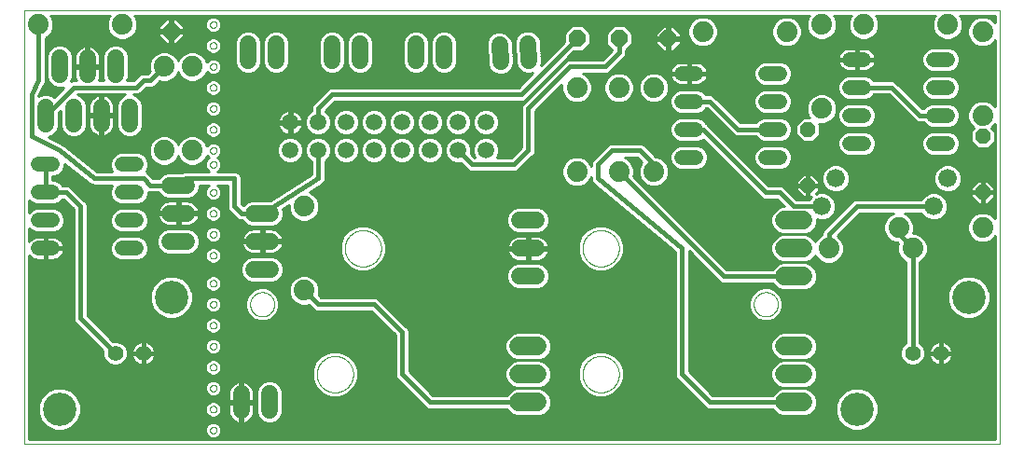
<source format=gtl>
G75*
%MOIN*%
%OFA0B0*%
%FSLAX25Y25*%
%IPPOS*%
%LPD*%
%AMOC8*
5,1,8,0,0,1.08239X$1,22.5*
%
%ADD10C,0.00000*%
%ADD11C,0.05504*%
%ADD12C,0.11870*%
%ADD13C,0.05200*%
%ADD14C,0.06000*%
%ADD15C,0.05937*%
%ADD16C,0.06600*%
%ADD17OC8,0.05200*%
%ADD18C,0.06600*%
%ADD19OC8,0.06000*%
%ADD20C,0.07400*%
%ADD21C,0.01600*%
%ADD22C,0.04724*%
%ADD23C,0.01000*%
D10*
X0001600Y0001800D02*
X0001600Y0156761D01*
X0350301Y0156761D01*
X0350301Y0001800D01*
X0001600Y0001800D01*
X0067919Y0006800D02*
X0067921Y0006869D01*
X0067927Y0006937D01*
X0067937Y0007005D01*
X0067951Y0007072D01*
X0067969Y0007139D01*
X0067990Y0007204D01*
X0068016Y0007268D01*
X0068045Y0007330D01*
X0068077Y0007390D01*
X0068113Y0007449D01*
X0068153Y0007505D01*
X0068195Y0007559D01*
X0068241Y0007610D01*
X0068290Y0007659D01*
X0068341Y0007705D01*
X0068395Y0007747D01*
X0068451Y0007787D01*
X0068509Y0007823D01*
X0068570Y0007855D01*
X0068632Y0007884D01*
X0068696Y0007910D01*
X0068761Y0007931D01*
X0068828Y0007949D01*
X0068895Y0007963D01*
X0068963Y0007973D01*
X0069031Y0007979D01*
X0069100Y0007981D01*
X0069169Y0007979D01*
X0069237Y0007973D01*
X0069305Y0007963D01*
X0069372Y0007949D01*
X0069439Y0007931D01*
X0069504Y0007910D01*
X0069568Y0007884D01*
X0069630Y0007855D01*
X0069690Y0007823D01*
X0069749Y0007787D01*
X0069805Y0007747D01*
X0069859Y0007705D01*
X0069910Y0007659D01*
X0069959Y0007610D01*
X0070005Y0007559D01*
X0070047Y0007505D01*
X0070087Y0007449D01*
X0070123Y0007390D01*
X0070155Y0007330D01*
X0070184Y0007268D01*
X0070210Y0007204D01*
X0070231Y0007139D01*
X0070249Y0007072D01*
X0070263Y0007005D01*
X0070273Y0006937D01*
X0070279Y0006869D01*
X0070281Y0006800D01*
X0070279Y0006731D01*
X0070273Y0006663D01*
X0070263Y0006595D01*
X0070249Y0006528D01*
X0070231Y0006461D01*
X0070210Y0006396D01*
X0070184Y0006332D01*
X0070155Y0006270D01*
X0070123Y0006209D01*
X0070087Y0006151D01*
X0070047Y0006095D01*
X0070005Y0006041D01*
X0069959Y0005990D01*
X0069910Y0005941D01*
X0069859Y0005895D01*
X0069805Y0005853D01*
X0069749Y0005813D01*
X0069691Y0005777D01*
X0069630Y0005745D01*
X0069568Y0005716D01*
X0069504Y0005690D01*
X0069439Y0005669D01*
X0069372Y0005651D01*
X0069305Y0005637D01*
X0069237Y0005627D01*
X0069169Y0005621D01*
X0069100Y0005619D01*
X0069031Y0005621D01*
X0068963Y0005627D01*
X0068895Y0005637D01*
X0068828Y0005651D01*
X0068761Y0005669D01*
X0068696Y0005690D01*
X0068632Y0005716D01*
X0068570Y0005745D01*
X0068509Y0005777D01*
X0068451Y0005813D01*
X0068395Y0005853D01*
X0068341Y0005895D01*
X0068290Y0005941D01*
X0068241Y0005990D01*
X0068195Y0006041D01*
X0068153Y0006095D01*
X0068113Y0006151D01*
X0068077Y0006209D01*
X0068045Y0006270D01*
X0068016Y0006332D01*
X0067990Y0006396D01*
X0067969Y0006461D01*
X0067951Y0006528D01*
X0067937Y0006595D01*
X0067927Y0006663D01*
X0067921Y0006731D01*
X0067919Y0006800D01*
X0067919Y0014300D02*
X0067921Y0014369D01*
X0067927Y0014437D01*
X0067937Y0014505D01*
X0067951Y0014572D01*
X0067969Y0014639D01*
X0067990Y0014704D01*
X0068016Y0014768D01*
X0068045Y0014830D01*
X0068077Y0014890D01*
X0068113Y0014949D01*
X0068153Y0015005D01*
X0068195Y0015059D01*
X0068241Y0015110D01*
X0068290Y0015159D01*
X0068341Y0015205D01*
X0068395Y0015247D01*
X0068451Y0015287D01*
X0068509Y0015323D01*
X0068570Y0015355D01*
X0068632Y0015384D01*
X0068696Y0015410D01*
X0068761Y0015431D01*
X0068828Y0015449D01*
X0068895Y0015463D01*
X0068963Y0015473D01*
X0069031Y0015479D01*
X0069100Y0015481D01*
X0069169Y0015479D01*
X0069237Y0015473D01*
X0069305Y0015463D01*
X0069372Y0015449D01*
X0069439Y0015431D01*
X0069504Y0015410D01*
X0069568Y0015384D01*
X0069630Y0015355D01*
X0069690Y0015323D01*
X0069749Y0015287D01*
X0069805Y0015247D01*
X0069859Y0015205D01*
X0069910Y0015159D01*
X0069959Y0015110D01*
X0070005Y0015059D01*
X0070047Y0015005D01*
X0070087Y0014949D01*
X0070123Y0014890D01*
X0070155Y0014830D01*
X0070184Y0014768D01*
X0070210Y0014704D01*
X0070231Y0014639D01*
X0070249Y0014572D01*
X0070263Y0014505D01*
X0070273Y0014437D01*
X0070279Y0014369D01*
X0070281Y0014300D01*
X0070279Y0014231D01*
X0070273Y0014163D01*
X0070263Y0014095D01*
X0070249Y0014028D01*
X0070231Y0013961D01*
X0070210Y0013896D01*
X0070184Y0013832D01*
X0070155Y0013770D01*
X0070123Y0013709D01*
X0070087Y0013651D01*
X0070047Y0013595D01*
X0070005Y0013541D01*
X0069959Y0013490D01*
X0069910Y0013441D01*
X0069859Y0013395D01*
X0069805Y0013353D01*
X0069749Y0013313D01*
X0069691Y0013277D01*
X0069630Y0013245D01*
X0069568Y0013216D01*
X0069504Y0013190D01*
X0069439Y0013169D01*
X0069372Y0013151D01*
X0069305Y0013137D01*
X0069237Y0013127D01*
X0069169Y0013121D01*
X0069100Y0013119D01*
X0069031Y0013121D01*
X0068963Y0013127D01*
X0068895Y0013137D01*
X0068828Y0013151D01*
X0068761Y0013169D01*
X0068696Y0013190D01*
X0068632Y0013216D01*
X0068570Y0013245D01*
X0068509Y0013277D01*
X0068451Y0013313D01*
X0068395Y0013353D01*
X0068341Y0013395D01*
X0068290Y0013441D01*
X0068241Y0013490D01*
X0068195Y0013541D01*
X0068153Y0013595D01*
X0068113Y0013651D01*
X0068077Y0013709D01*
X0068045Y0013770D01*
X0068016Y0013832D01*
X0067990Y0013896D01*
X0067969Y0013961D01*
X0067951Y0014028D01*
X0067937Y0014095D01*
X0067927Y0014163D01*
X0067921Y0014231D01*
X0067919Y0014300D01*
X0067919Y0021800D02*
X0067921Y0021869D01*
X0067927Y0021937D01*
X0067937Y0022005D01*
X0067951Y0022072D01*
X0067969Y0022139D01*
X0067990Y0022204D01*
X0068016Y0022268D01*
X0068045Y0022330D01*
X0068077Y0022390D01*
X0068113Y0022449D01*
X0068153Y0022505D01*
X0068195Y0022559D01*
X0068241Y0022610D01*
X0068290Y0022659D01*
X0068341Y0022705D01*
X0068395Y0022747D01*
X0068451Y0022787D01*
X0068509Y0022823D01*
X0068570Y0022855D01*
X0068632Y0022884D01*
X0068696Y0022910D01*
X0068761Y0022931D01*
X0068828Y0022949D01*
X0068895Y0022963D01*
X0068963Y0022973D01*
X0069031Y0022979D01*
X0069100Y0022981D01*
X0069169Y0022979D01*
X0069237Y0022973D01*
X0069305Y0022963D01*
X0069372Y0022949D01*
X0069439Y0022931D01*
X0069504Y0022910D01*
X0069568Y0022884D01*
X0069630Y0022855D01*
X0069690Y0022823D01*
X0069749Y0022787D01*
X0069805Y0022747D01*
X0069859Y0022705D01*
X0069910Y0022659D01*
X0069959Y0022610D01*
X0070005Y0022559D01*
X0070047Y0022505D01*
X0070087Y0022449D01*
X0070123Y0022390D01*
X0070155Y0022330D01*
X0070184Y0022268D01*
X0070210Y0022204D01*
X0070231Y0022139D01*
X0070249Y0022072D01*
X0070263Y0022005D01*
X0070273Y0021937D01*
X0070279Y0021869D01*
X0070281Y0021800D01*
X0070279Y0021731D01*
X0070273Y0021663D01*
X0070263Y0021595D01*
X0070249Y0021528D01*
X0070231Y0021461D01*
X0070210Y0021396D01*
X0070184Y0021332D01*
X0070155Y0021270D01*
X0070123Y0021209D01*
X0070087Y0021151D01*
X0070047Y0021095D01*
X0070005Y0021041D01*
X0069959Y0020990D01*
X0069910Y0020941D01*
X0069859Y0020895D01*
X0069805Y0020853D01*
X0069749Y0020813D01*
X0069691Y0020777D01*
X0069630Y0020745D01*
X0069568Y0020716D01*
X0069504Y0020690D01*
X0069439Y0020669D01*
X0069372Y0020651D01*
X0069305Y0020637D01*
X0069237Y0020627D01*
X0069169Y0020621D01*
X0069100Y0020619D01*
X0069031Y0020621D01*
X0068963Y0020627D01*
X0068895Y0020637D01*
X0068828Y0020651D01*
X0068761Y0020669D01*
X0068696Y0020690D01*
X0068632Y0020716D01*
X0068570Y0020745D01*
X0068509Y0020777D01*
X0068451Y0020813D01*
X0068395Y0020853D01*
X0068341Y0020895D01*
X0068290Y0020941D01*
X0068241Y0020990D01*
X0068195Y0021041D01*
X0068153Y0021095D01*
X0068113Y0021151D01*
X0068077Y0021209D01*
X0068045Y0021270D01*
X0068016Y0021332D01*
X0067990Y0021396D01*
X0067969Y0021461D01*
X0067951Y0021528D01*
X0067937Y0021595D01*
X0067927Y0021663D01*
X0067921Y0021731D01*
X0067919Y0021800D01*
X0067919Y0029300D02*
X0067921Y0029369D01*
X0067927Y0029437D01*
X0067937Y0029505D01*
X0067951Y0029572D01*
X0067969Y0029639D01*
X0067990Y0029704D01*
X0068016Y0029768D01*
X0068045Y0029830D01*
X0068077Y0029890D01*
X0068113Y0029949D01*
X0068153Y0030005D01*
X0068195Y0030059D01*
X0068241Y0030110D01*
X0068290Y0030159D01*
X0068341Y0030205D01*
X0068395Y0030247D01*
X0068451Y0030287D01*
X0068509Y0030323D01*
X0068570Y0030355D01*
X0068632Y0030384D01*
X0068696Y0030410D01*
X0068761Y0030431D01*
X0068828Y0030449D01*
X0068895Y0030463D01*
X0068963Y0030473D01*
X0069031Y0030479D01*
X0069100Y0030481D01*
X0069169Y0030479D01*
X0069237Y0030473D01*
X0069305Y0030463D01*
X0069372Y0030449D01*
X0069439Y0030431D01*
X0069504Y0030410D01*
X0069568Y0030384D01*
X0069630Y0030355D01*
X0069690Y0030323D01*
X0069749Y0030287D01*
X0069805Y0030247D01*
X0069859Y0030205D01*
X0069910Y0030159D01*
X0069959Y0030110D01*
X0070005Y0030059D01*
X0070047Y0030005D01*
X0070087Y0029949D01*
X0070123Y0029890D01*
X0070155Y0029830D01*
X0070184Y0029768D01*
X0070210Y0029704D01*
X0070231Y0029639D01*
X0070249Y0029572D01*
X0070263Y0029505D01*
X0070273Y0029437D01*
X0070279Y0029369D01*
X0070281Y0029300D01*
X0070279Y0029231D01*
X0070273Y0029163D01*
X0070263Y0029095D01*
X0070249Y0029028D01*
X0070231Y0028961D01*
X0070210Y0028896D01*
X0070184Y0028832D01*
X0070155Y0028770D01*
X0070123Y0028709D01*
X0070087Y0028651D01*
X0070047Y0028595D01*
X0070005Y0028541D01*
X0069959Y0028490D01*
X0069910Y0028441D01*
X0069859Y0028395D01*
X0069805Y0028353D01*
X0069749Y0028313D01*
X0069691Y0028277D01*
X0069630Y0028245D01*
X0069568Y0028216D01*
X0069504Y0028190D01*
X0069439Y0028169D01*
X0069372Y0028151D01*
X0069305Y0028137D01*
X0069237Y0028127D01*
X0069169Y0028121D01*
X0069100Y0028119D01*
X0069031Y0028121D01*
X0068963Y0028127D01*
X0068895Y0028137D01*
X0068828Y0028151D01*
X0068761Y0028169D01*
X0068696Y0028190D01*
X0068632Y0028216D01*
X0068570Y0028245D01*
X0068509Y0028277D01*
X0068451Y0028313D01*
X0068395Y0028353D01*
X0068341Y0028395D01*
X0068290Y0028441D01*
X0068241Y0028490D01*
X0068195Y0028541D01*
X0068153Y0028595D01*
X0068113Y0028651D01*
X0068077Y0028709D01*
X0068045Y0028770D01*
X0068016Y0028832D01*
X0067990Y0028896D01*
X0067969Y0028961D01*
X0067951Y0029028D01*
X0067937Y0029095D01*
X0067927Y0029163D01*
X0067921Y0029231D01*
X0067919Y0029300D01*
X0067919Y0036800D02*
X0067921Y0036869D01*
X0067927Y0036937D01*
X0067937Y0037005D01*
X0067951Y0037072D01*
X0067969Y0037139D01*
X0067990Y0037204D01*
X0068016Y0037268D01*
X0068045Y0037330D01*
X0068077Y0037390D01*
X0068113Y0037449D01*
X0068153Y0037505D01*
X0068195Y0037559D01*
X0068241Y0037610D01*
X0068290Y0037659D01*
X0068341Y0037705D01*
X0068395Y0037747D01*
X0068451Y0037787D01*
X0068509Y0037823D01*
X0068570Y0037855D01*
X0068632Y0037884D01*
X0068696Y0037910D01*
X0068761Y0037931D01*
X0068828Y0037949D01*
X0068895Y0037963D01*
X0068963Y0037973D01*
X0069031Y0037979D01*
X0069100Y0037981D01*
X0069169Y0037979D01*
X0069237Y0037973D01*
X0069305Y0037963D01*
X0069372Y0037949D01*
X0069439Y0037931D01*
X0069504Y0037910D01*
X0069568Y0037884D01*
X0069630Y0037855D01*
X0069690Y0037823D01*
X0069749Y0037787D01*
X0069805Y0037747D01*
X0069859Y0037705D01*
X0069910Y0037659D01*
X0069959Y0037610D01*
X0070005Y0037559D01*
X0070047Y0037505D01*
X0070087Y0037449D01*
X0070123Y0037390D01*
X0070155Y0037330D01*
X0070184Y0037268D01*
X0070210Y0037204D01*
X0070231Y0037139D01*
X0070249Y0037072D01*
X0070263Y0037005D01*
X0070273Y0036937D01*
X0070279Y0036869D01*
X0070281Y0036800D01*
X0070279Y0036731D01*
X0070273Y0036663D01*
X0070263Y0036595D01*
X0070249Y0036528D01*
X0070231Y0036461D01*
X0070210Y0036396D01*
X0070184Y0036332D01*
X0070155Y0036270D01*
X0070123Y0036209D01*
X0070087Y0036151D01*
X0070047Y0036095D01*
X0070005Y0036041D01*
X0069959Y0035990D01*
X0069910Y0035941D01*
X0069859Y0035895D01*
X0069805Y0035853D01*
X0069749Y0035813D01*
X0069691Y0035777D01*
X0069630Y0035745D01*
X0069568Y0035716D01*
X0069504Y0035690D01*
X0069439Y0035669D01*
X0069372Y0035651D01*
X0069305Y0035637D01*
X0069237Y0035627D01*
X0069169Y0035621D01*
X0069100Y0035619D01*
X0069031Y0035621D01*
X0068963Y0035627D01*
X0068895Y0035637D01*
X0068828Y0035651D01*
X0068761Y0035669D01*
X0068696Y0035690D01*
X0068632Y0035716D01*
X0068570Y0035745D01*
X0068509Y0035777D01*
X0068451Y0035813D01*
X0068395Y0035853D01*
X0068341Y0035895D01*
X0068290Y0035941D01*
X0068241Y0035990D01*
X0068195Y0036041D01*
X0068153Y0036095D01*
X0068113Y0036151D01*
X0068077Y0036209D01*
X0068045Y0036270D01*
X0068016Y0036332D01*
X0067990Y0036396D01*
X0067969Y0036461D01*
X0067951Y0036528D01*
X0067937Y0036595D01*
X0067927Y0036663D01*
X0067921Y0036731D01*
X0067919Y0036800D01*
X0067919Y0044300D02*
X0067921Y0044369D01*
X0067927Y0044437D01*
X0067937Y0044505D01*
X0067951Y0044572D01*
X0067969Y0044639D01*
X0067990Y0044704D01*
X0068016Y0044768D01*
X0068045Y0044830D01*
X0068077Y0044890D01*
X0068113Y0044949D01*
X0068153Y0045005D01*
X0068195Y0045059D01*
X0068241Y0045110D01*
X0068290Y0045159D01*
X0068341Y0045205D01*
X0068395Y0045247D01*
X0068451Y0045287D01*
X0068509Y0045323D01*
X0068570Y0045355D01*
X0068632Y0045384D01*
X0068696Y0045410D01*
X0068761Y0045431D01*
X0068828Y0045449D01*
X0068895Y0045463D01*
X0068963Y0045473D01*
X0069031Y0045479D01*
X0069100Y0045481D01*
X0069169Y0045479D01*
X0069237Y0045473D01*
X0069305Y0045463D01*
X0069372Y0045449D01*
X0069439Y0045431D01*
X0069504Y0045410D01*
X0069568Y0045384D01*
X0069630Y0045355D01*
X0069690Y0045323D01*
X0069749Y0045287D01*
X0069805Y0045247D01*
X0069859Y0045205D01*
X0069910Y0045159D01*
X0069959Y0045110D01*
X0070005Y0045059D01*
X0070047Y0045005D01*
X0070087Y0044949D01*
X0070123Y0044890D01*
X0070155Y0044830D01*
X0070184Y0044768D01*
X0070210Y0044704D01*
X0070231Y0044639D01*
X0070249Y0044572D01*
X0070263Y0044505D01*
X0070273Y0044437D01*
X0070279Y0044369D01*
X0070281Y0044300D01*
X0070279Y0044231D01*
X0070273Y0044163D01*
X0070263Y0044095D01*
X0070249Y0044028D01*
X0070231Y0043961D01*
X0070210Y0043896D01*
X0070184Y0043832D01*
X0070155Y0043770D01*
X0070123Y0043709D01*
X0070087Y0043651D01*
X0070047Y0043595D01*
X0070005Y0043541D01*
X0069959Y0043490D01*
X0069910Y0043441D01*
X0069859Y0043395D01*
X0069805Y0043353D01*
X0069749Y0043313D01*
X0069691Y0043277D01*
X0069630Y0043245D01*
X0069568Y0043216D01*
X0069504Y0043190D01*
X0069439Y0043169D01*
X0069372Y0043151D01*
X0069305Y0043137D01*
X0069237Y0043127D01*
X0069169Y0043121D01*
X0069100Y0043119D01*
X0069031Y0043121D01*
X0068963Y0043127D01*
X0068895Y0043137D01*
X0068828Y0043151D01*
X0068761Y0043169D01*
X0068696Y0043190D01*
X0068632Y0043216D01*
X0068570Y0043245D01*
X0068509Y0043277D01*
X0068451Y0043313D01*
X0068395Y0043353D01*
X0068341Y0043395D01*
X0068290Y0043441D01*
X0068241Y0043490D01*
X0068195Y0043541D01*
X0068153Y0043595D01*
X0068113Y0043651D01*
X0068077Y0043709D01*
X0068045Y0043770D01*
X0068016Y0043832D01*
X0067990Y0043896D01*
X0067969Y0043961D01*
X0067951Y0044028D01*
X0067937Y0044095D01*
X0067927Y0044163D01*
X0067921Y0044231D01*
X0067919Y0044300D01*
X0067919Y0051800D02*
X0067921Y0051869D01*
X0067927Y0051937D01*
X0067937Y0052005D01*
X0067951Y0052072D01*
X0067969Y0052139D01*
X0067990Y0052204D01*
X0068016Y0052268D01*
X0068045Y0052330D01*
X0068077Y0052390D01*
X0068113Y0052449D01*
X0068153Y0052505D01*
X0068195Y0052559D01*
X0068241Y0052610D01*
X0068290Y0052659D01*
X0068341Y0052705D01*
X0068395Y0052747D01*
X0068451Y0052787D01*
X0068509Y0052823D01*
X0068570Y0052855D01*
X0068632Y0052884D01*
X0068696Y0052910D01*
X0068761Y0052931D01*
X0068828Y0052949D01*
X0068895Y0052963D01*
X0068963Y0052973D01*
X0069031Y0052979D01*
X0069100Y0052981D01*
X0069169Y0052979D01*
X0069237Y0052973D01*
X0069305Y0052963D01*
X0069372Y0052949D01*
X0069439Y0052931D01*
X0069504Y0052910D01*
X0069568Y0052884D01*
X0069630Y0052855D01*
X0069690Y0052823D01*
X0069749Y0052787D01*
X0069805Y0052747D01*
X0069859Y0052705D01*
X0069910Y0052659D01*
X0069959Y0052610D01*
X0070005Y0052559D01*
X0070047Y0052505D01*
X0070087Y0052449D01*
X0070123Y0052390D01*
X0070155Y0052330D01*
X0070184Y0052268D01*
X0070210Y0052204D01*
X0070231Y0052139D01*
X0070249Y0052072D01*
X0070263Y0052005D01*
X0070273Y0051937D01*
X0070279Y0051869D01*
X0070281Y0051800D01*
X0070279Y0051731D01*
X0070273Y0051663D01*
X0070263Y0051595D01*
X0070249Y0051528D01*
X0070231Y0051461D01*
X0070210Y0051396D01*
X0070184Y0051332D01*
X0070155Y0051270D01*
X0070123Y0051209D01*
X0070087Y0051151D01*
X0070047Y0051095D01*
X0070005Y0051041D01*
X0069959Y0050990D01*
X0069910Y0050941D01*
X0069859Y0050895D01*
X0069805Y0050853D01*
X0069749Y0050813D01*
X0069691Y0050777D01*
X0069630Y0050745D01*
X0069568Y0050716D01*
X0069504Y0050690D01*
X0069439Y0050669D01*
X0069372Y0050651D01*
X0069305Y0050637D01*
X0069237Y0050627D01*
X0069169Y0050621D01*
X0069100Y0050619D01*
X0069031Y0050621D01*
X0068963Y0050627D01*
X0068895Y0050637D01*
X0068828Y0050651D01*
X0068761Y0050669D01*
X0068696Y0050690D01*
X0068632Y0050716D01*
X0068570Y0050745D01*
X0068509Y0050777D01*
X0068451Y0050813D01*
X0068395Y0050853D01*
X0068341Y0050895D01*
X0068290Y0050941D01*
X0068241Y0050990D01*
X0068195Y0051041D01*
X0068153Y0051095D01*
X0068113Y0051151D01*
X0068077Y0051209D01*
X0068045Y0051270D01*
X0068016Y0051332D01*
X0067990Y0051396D01*
X0067969Y0051461D01*
X0067951Y0051528D01*
X0067937Y0051595D01*
X0067927Y0051663D01*
X0067921Y0051731D01*
X0067919Y0051800D01*
X0067919Y0059300D02*
X0067921Y0059369D01*
X0067927Y0059437D01*
X0067937Y0059505D01*
X0067951Y0059572D01*
X0067969Y0059639D01*
X0067990Y0059704D01*
X0068016Y0059768D01*
X0068045Y0059830D01*
X0068077Y0059890D01*
X0068113Y0059949D01*
X0068153Y0060005D01*
X0068195Y0060059D01*
X0068241Y0060110D01*
X0068290Y0060159D01*
X0068341Y0060205D01*
X0068395Y0060247D01*
X0068451Y0060287D01*
X0068509Y0060323D01*
X0068570Y0060355D01*
X0068632Y0060384D01*
X0068696Y0060410D01*
X0068761Y0060431D01*
X0068828Y0060449D01*
X0068895Y0060463D01*
X0068963Y0060473D01*
X0069031Y0060479D01*
X0069100Y0060481D01*
X0069169Y0060479D01*
X0069237Y0060473D01*
X0069305Y0060463D01*
X0069372Y0060449D01*
X0069439Y0060431D01*
X0069504Y0060410D01*
X0069568Y0060384D01*
X0069630Y0060355D01*
X0069690Y0060323D01*
X0069749Y0060287D01*
X0069805Y0060247D01*
X0069859Y0060205D01*
X0069910Y0060159D01*
X0069959Y0060110D01*
X0070005Y0060059D01*
X0070047Y0060005D01*
X0070087Y0059949D01*
X0070123Y0059890D01*
X0070155Y0059830D01*
X0070184Y0059768D01*
X0070210Y0059704D01*
X0070231Y0059639D01*
X0070249Y0059572D01*
X0070263Y0059505D01*
X0070273Y0059437D01*
X0070279Y0059369D01*
X0070281Y0059300D01*
X0070279Y0059231D01*
X0070273Y0059163D01*
X0070263Y0059095D01*
X0070249Y0059028D01*
X0070231Y0058961D01*
X0070210Y0058896D01*
X0070184Y0058832D01*
X0070155Y0058770D01*
X0070123Y0058709D01*
X0070087Y0058651D01*
X0070047Y0058595D01*
X0070005Y0058541D01*
X0069959Y0058490D01*
X0069910Y0058441D01*
X0069859Y0058395D01*
X0069805Y0058353D01*
X0069749Y0058313D01*
X0069691Y0058277D01*
X0069630Y0058245D01*
X0069568Y0058216D01*
X0069504Y0058190D01*
X0069439Y0058169D01*
X0069372Y0058151D01*
X0069305Y0058137D01*
X0069237Y0058127D01*
X0069169Y0058121D01*
X0069100Y0058119D01*
X0069031Y0058121D01*
X0068963Y0058127D01*
X0068895Y0058137D01*
X0068828Y0058151D01*
X0068761Y0058169D01*
X0068696Y0058190D01*
X0068632Y0058216D01*
X0068570Y0058245D01*
X0068509Y0058277D01*
X0068451Y0058313D01*
X0068395Y0058353D01*
X0068341Y0058395D01*
X0068290Y0058441D01*
X0068241Y0058490D01*
X0068195Y0058541D01*
X0068153Y0058595D01*
X0068113Y0058651D01*
X0068077Y0058709D01*
X0068045Y0058770D01*
X0068016Y0058832D01*
X0067990Y0058896D01*
X0067969Y0058961D01*
X0067951Y0059028D01*
X0067937Y0059095D01*
X0067927Y0059163D01*
X0067921Y0059231D01*
X0067919Y0059300D01*
X0082269Y0051800D02*
X0082271Y0051931D01*
X0082277Y0052063D01*
X0082287Y0052194D01*
X0082301Y0052325D01*
X0082319Y0052455D01*
X0082341Y0052584D01*
X0082366Y0052713D01*
X0082396Y0052841D01*
X0082430Y0052968D01*
X0082467Y0053095D01*
X0082508Y0053219D01*
X0082553Y0053343D01*
X0082602Y0053465D01*
X0082654Y0053586D01*
X0082710Y0053704D01*
X0082770Y0053822D01*
X0082833Y0053937D01*
X0082900Y0054050D01*
X0082970Y0054162D01*
X0083043Y0054271D01*
X0083119Y0054377D01*
X0083199Y0054482D01*
X0083282Y0054584D01*
X0083368Y0054683D01*
X0083457Y0054780D01*
X0083549Y0054874D01*
X0083644Y0054965D01*
X0083741Y0055054D01*
X0083841Y0055139D01*
X0083944Y0055221D01*
X0084049Y0055300D01*
X0084156Y0055376D01*
X0084266Y0055448D01*
X0084378Y0055517D01*
X0084492Y0055583D01*
X0084607Y0055645D01*
X0084725Y0055704D01*
X0084844Y0055759D01*
X0084965Y0055811D01*
X0085088Y0055858D01*
X0085212Y0055902D01*
X0085337Y0055943D01*
X0085463Y0055979D01*
X0085591Y0056012D01*
X0085719Y0056040D01*
X0085848Y0056065D01*
X0085978Y0056086D01*
X0086108Y0056103D01*
X0086239Y0056116D01*
X0086370Y0056125D01*
X0086501Y0056130D01*
X0086633Y0056131D01*
X0086764Y0056128D01*
X0086896Y0056121D01*
X0087027Y0056110D01*
X0087157Y0056095D01*
X0087287Y0056076D01*
X0087417Y0056053D01*
X0087545Y0056027D01*
X0087673Y0055996D01*
X0087800Y0055961D01*
X0087926Y0055923D01*
X0088050Y0055881D01*
X0088174Y0055835D01*
X0088295Y0055785D01*
X0088415Y0055732D01*
X0088534Y0055675D01*
X0088651Y0055615D01*
X0088765Y0055551D01*
X0088878Y0055483D01*
X0088989Y0055412D01*
X0089098Y0055338D01*
X0089204Y0055261D01*
X0089308Y0055180D01*
X0089409Y0055097D01*
X0089508Y0055010D01*
X0089604Y0054920D01*
X0089697Y0054827D01*
X0089788Y0054732D01*
X0089875Y0054634D01*
X0089960Y0054533D01*
X0090041Y0054430D01*
X0090119Y0054324D01*
X0090194Y0054216D01*
X0090266Y0054106D01*
X0090334Y0053994D01*
X0090399Y0053880D01*
X0090460Y0053763D01*
X0090518Y0053645D01*
X0090572Y0053525D01*
X0090623Y0053404D01*
X0090670Y0053281D01*
X0090713Y0053157D01*
X0090752Y0053032D01*
X0090788Y0052905D01*
X0090819Y0052777D01*
X0090847Y0052649D01*
X0090871Y0052520D01*
X0090891Y0052390D01*
X0090907Y0052259D01*
X0090919Y0052128D01*
X0090927Y0051997D01*
X0090931Y0051866D01*
X0090931Y0051734D01*
X0090927Y0051603D01*
X0090919Y0051472D01*
X0090907Y0051341D01*
X0090891Y0051210D01*
X0090871Y0051080D01*
X0090847Y0050951D01*
X0090819Y0050823D01*
X0090788Y0050695D01*
X0090752Y0050568D01*
X0090713Y0050443D01*
X0090670Y0050319D01*
X0090623Y0050196D01*
X0090572Y0050075D01*
X0090518Y0049955D01*
X0090460Y0049837D01*
X0090399Y0049720D01*
X0090334Y0049606D01*
X0090266Y0049494D01*
X0090194Y0049384D01*
X0090119Y0049276D01*
X0090041Y0049170D01*
X0089960Y0049067D01*
X0089875Y0048966D01*
X0089788Y0048868D01*
X0089697Y0048773D01*
X0089604Y0048680D01*
X0089508Y0048590D01*
X0089409Y0048503D01*
X0089308Y0048420D01*
X0089204Y0048339D01*
X0089098Y0048262D01*
X0088989Y0048188D01*
X0088878Y0048117D01*
X0088766Y0048049D01*
X0088651Y0047985D01*
X0088534Y0047925D01*
X0088415Y0047868D01*
X0088295Y0047815D01*
X0088174Y0047765D01*
X0088050Y0047719D01*
X0087926Y0047677D01*
X0087800Y0047639D01*
X0087673Y0047604D01*
X0087545Y0047573D01*
X0087417Y0047547D01*
X0087287Y0047524D01*
X0087157Y0047505D01*
X0087027Y0047490D01*
X0086896Y0047479D01*
X0086764Y0047472D01*
X0086633Y0047469D01*
X0086501Y0047470D01*
X0086370Y0047475D01*
X0086239Y0047484D01*
X0086108Y0047497D01*
X0085978Y0047514D01*
X0085848Y0047535D01*
X0085719Y0047560D01*
X0085591Y0047588D01*
X0085463Y0047621D01*
X0085337Y0047657D01*
X0085212Y0047698D01*
X0085088Y0047742D01*
X0084965Y0047789D01*
X0084844Y0047841D01*
X0084725Y0047896D01*
X0084607Y0047955D01*
X0084492Y0048017D01*
X0084378Y0048083D01*
X0084266Y0048152D01*
X0084156Y0048224D01*
X0084049Y0048300D01*
X0083944Y0048379D01*
X0083841Y0048461D01*
X0083741Y0048546D01*
X0083644Y0048635D01*
X0083549Y0048726D01*
X0083457Y0048820D01*
X0083368Y0048917D01*
X0083282Y0049016D01*
X0083199Y0049118D01*
X0083119Y0049223D01*
X0083043Y0049329D01*
X0082970Y0049438D01*
X0082900Y0049550D01*
X0082833Y0049663D01*
X0082770Y0049778D01*
X0082710Y0049896D01*
X0082654Y0050014D01*
X0082602Y0050135D01*
X0082553Y0050257D01*
X0082508Y0050381D01*
X0082467Y0050505D01*
X0082430Y0050632D01*
X0082396Y0050759D01*
X0082366Y0050887D01*
X0082341Y0051016D01*
X0082319Y0051145D01*
X0082301Y0051275D01*
X0082287Y0051406D01*
X0082277Y0051537D01*
X0082271Y0051669D01*
X0082269Y0051800D01*
X0067919Y0069300D02*
X0067921Y0069369D01*
X0067927Y0069437D01*
X0067937Y0069505D01*
X0067951Y0069572D01*
X0067969Y0069639D01*
X0067990Y0069704D01*
X0068016Y0069768D01*
X0068045Y0069830D01*
X0068077Y0069890D01*
X0068113Y0069949D01*
X0068153Y0070005D01*
X0068195Y0070059D01*
X0068241Y0070110D01*
X0068290Y0070159D01*
X0068341Y0070205D01*
X0068395Y0070247D01*
X0068451Y0070287D01*
X0068509Y0070323D01*
X0068570Y0070355D01*
X0068632Y0070384D01*
X0068696Y0070410D01*
X0068761Y0070431D01*
X0068828Y0070449D01*
X0068895Y0070463D01*
X0068963Y0070473D01*
X0069031Y0070479D01*
X0069100Y0070481D01*
X0069169Y0070479D01*
X0069237Y0070473D01*
X0069305Y0070463D01*
X0069372Y0070449D01*
X0069439Y0070431D01*
X0069504Y0070410D01*
X0069568Y0070384D01*
X0069630Y0070355D01*
X0069690Y0070323D01*
X0069749Y0070287D01*
X0069805Y0070247D01*
X0069859Y0070205D01*
X0069910Y0070159D01*
X0069959Y0070110D01*
X0070005Y0070059D01*
X0070047Y0070005D01*
X0070087Y0069949D01*
X0070123Y0069890D01*
X0070155Y0069830D01*
X0070184Y0069768D01*
X0070210Y0069704D01*
X0070231Y0069639D01*
X0070249Y0069572D01*
X0070263Y0069505D01*
X0070273Y0069437D01*
X0070279Y0069369D01*
X0070281Y0069300D01*
X0070279Y0069231D01*
X0070273Y0069163D01*
X0070263Y0069095D01*
X0070249Y0069028D01*
X0070231Y0068961D01*
X0070210Y0068896D01*
X0070184Y0068832D01*
X0070155Y0068770D01*
X0070123Y0068709D01*
X0070087Y0068651D01*
X0070047Y0068595D01*
X0070005Y0068541D01*
X0069959Y0068490D01*
X0069910Y0068441D01*
X0069859Y0068395D01*
X0069805Y0068353D01*
X0069749Y0068313D01*
X0069691Y0068277D01*
X0069630Y0068245D01*
X0069568Y0068216D01*
X0069504Y0068190D01*
X0069439Y0068169D01*
X0069372Y0068151D01*
X0069305Y0068137D01*
X0069237Y0068127D01*
X0069169Y0068121D01*
X0069100Y0068119D01*
X0069031Y0068121D01*
X0068963Y0068127D01*
X0068895Y0068137D01*
X0068828Y0068151D01*
X0068761Y0068169D01*
X0068696Y0068190D01*
X0068632Y0068216D01*
X0068570Y0068245D01*
X0068509Y0068277D01*
X0068451Y0068313D01*
X0068395Y0068353D01*
X0068341Y0068395D01*
X0068290Y0068441D01*
X0068241Y0068490D01*
X0068195Y0068541D01*
X0068153Y0068595D01*
X0068113Y0068651D01*
X0068077Y0068709D01*
X0068045Y0068770D01*
X0068016Y0068832D01*
X0067990Y0068896D01*
X0067969Y0068961D01*
X0067951Y0069028D01*
X0067937Y0069095D01*
X0067927Y0069163D01*
X0067921Y0069231D01*
X0067919Y0069300D01*
X0067919Y0076800D02*
X0067921Y0076869D01*
X0067927Y0076937D01*
X0067937Y0077005D01*
X0067951Y0077072D01*
X0067969Y0077139D01*
X0067990Y0077204D01*
X0068016Y0077268D01*
X0068045Y0077330D01*
X0068077Y0077390D01*
X0068113Y0077449D01*
X0068153Y0077505D01*
X0068195Y0077559D01*
X0068241Y0077610D01*
X0068290Y0077659D01*
X0068341Y0077705D01*
X0068395Y0077747D01*
X0068451Y0077787D01*
X0068509Y0077823D01*
X0068570Y0077855D01*
X0068632Y0077884D01*
X0068696Y0077910D01*
X0068761Y0077931D01*
X0068828Y0077949D01*
X0068895Y0077963D01*
X0068963Y0077973D01*
X0069031Y0077979D01*
X0069100Y0077981D01*
X0069169Y0077979D01*
X0069237Y0077973D01*
X0069305Y0077963D01*
X0069372Y0077949D01*
X0069439Y0077931D01*
X0069504Y0077910D01*
X0069568Y0077884D01*
X0069630Y0077855D01*
X0069690Y0077823D01*
X0069749Y0077787D01*
X0069805Y0077747D01*
X0069859Y0077705D01*
X0069910Y0077659D01*
X0069959Y0077610D01*
X0070005Y0077559D01*
X0070047Y0077505D01*
X0070087Y0077449D01*
X0070123Y0077390D01*
X0070155Y0077330D01*
X0070184Y0077268D01*
X0070210Y0077204D01*
X0070231Y0077139D01*
X0070249Y0077072D01*
X0070263Y0077005D01*
X0070273Y0076937D01*
X0070279Y0076869D01*
X0070281Y0076800D01*
X0070279Y0076731D01*
X0070273Y0076663D01*
X0070263Y0076595D01*
X0070249Y0076528D01*
X0070231Y0076461D01*
X0070210Y0076396D01*
X0070184Y0076332D01*
X0070155Y0076270D01*
X0070123Y0076209D01*
X0070087Y0076151D01*
X0070047Y0076095D01*
X0070005Y0076041D01*
X0069959Y0075990D01*
X0069910Y0075941D01*
X0069859Y0075895D01*
X0069805Y0075853D01*
X0069749Y0075813D01*
X0069691Y0075777D01*
X0069630Y0075745D01*
X0069568Y0075716D01*
X0069504Y0075690D01*
X0069439Y0075669D01*
X0069372Y0075651D01*
X0069305Y0075637D01*
X0069237Y0075627D01*
X0069169Y0075621D01*
X0069100Y0075619D01*
X0069031Y0075621D01*
X0068963Y0075627D01*
X0068895Y0075637D01*
X0068828Y0075651D01*
X0068761Y0075669D01*
X0068696Y0075690D01*
X0068632Y0075716D01*
X0068570Y0075745D01*
X0068509Y0075777D01*
X0068451Y0075813D01*
X0068395Y0075853D01*
X0068341Y0075895D01*
X0068290Y0075941D01*
X0068241Y0075990D01*
X0068195Y0076041D01*
X0068153Y0076095D01*
X0068113Y0076151D01*
X0068077Y0076209D01*
X0068045Y0076270D01*
X0068016Y0076332D01*
X0067990Y0076396D01*
X0067969Y0076461D01*
X0067951Y0076528D01*
X0067937Y0076595D01*
X0067927Y0076663D01*
X0067921Y0076731D01*
X0067919Y0076800D01*
X0067919Y0084300D02*
X0067921Y0084369D01*
X0067927Y0084437D01*
X0067937Y0084505D01*
X0067951Y0084572D01*
X0067969Y0084639D01*
X0067990Y0084704D01*
X0068016Y0084768D01*
X0068045Y0084830D01*
X0068077Y0084890D01*
X0068113Y0084949D01*
X0068153Y0085005D01*
X0068195Y0085059D01*
X0068241Y0085110D01*
X0068290Y0085159D01*
X0068341Y0085205D01*
X0068395Y0085247D01*
X0068451Y0085287D01*
X0068509Y0085323D01*
X0068570Y0085355D01*
X0068632Y0085384D01*
X0068696Y0085410D01*
X0068761Y0085431D01*
X0068828Y0085449D01*
X0068895Y0085463D01*
X0068963Y0085473D01*
X0069031Y0085479D01*
X0069100Y0085481D01*
X0069169Y0085479D01*
X0069237Y0085473D01*
X0069305Y0085463D01*
X0069372Y0085449D01*
X0069439Y0085431D01*
X0069504Y0085410D01*
X0069568Y0085384D01*
X0069630Y0085355D01*
X0069690Y0085323D01*
X0069749Y0085287D01*
X0069805Y0085247D01*
X0069859Y0085205D01*
X0069910Y0085159D01*
X0069959Y0085110D01*
X0070005Y0085059D01*
X0070047Y0085005D01*
X0070087Y0084949D01*
X0070123Y0084890D01*
X0070155Y0084830D01*
X0070184Y0084768D01*
X0070210Y0084704D01*
X0070231Y0084639D01*
X0070249Y0084572D01*
X0070263Y0084505D01*
X0070273Y0084437D01*
X0070279Y0084369D01*
X0070281Y0084300D01*
X0070279Y0084231D01*
X0070273Y0084163D01*
X0070263Y0084095D01*
X0070249Y0084028D01*
X0070231Y0083961D01*
X0070210Y0083896D01*
X0070184Y0083832D01*
X0070155Y0083770D01*
X0070123Y0083709D01*
X0070087Y0083651D01*
X0070047Y0083595D01*
X0070005Y0083541D01*
X0069959Y0083490D01*
X0069910Y0083441D01*
X0069859Y0083395D01*
X0069805Y0083353D01*
X0069749Y0083313D01*
X0069691Y0083277D01*
X0069630Y0083245D01*
X0069568Y0083216D01*
X0069504Y0083190D01*
X0069439Y0083169D01*
X0069372Y0083151D01*
X0069305Y0083137D01*
X0069237Y0083127D01*
X0069169Y0083121D01*
X0069100Y0083119D01*
X0069031Y0083121D01*
X0068963Y0083127D01*
X0068895Y0083137D01*
X0068828Y0083151D01*
X0068761Y0083169D01*
X0068696Y0083190D01*
X0068632Y0083216D01*
X0068570Y0083245D01*
X0068509Y0083277D01*
X0068451Y0083313D01*
X0068395Y0083353D01*
X0068341Y0083395D01*
X0068290Y0083441D01*
X0068241Y0083490D01*
X0068195Y0083541D01*
X0068153Y0083595D01*
X0068113Y0083651D01*
X0068077Y0083709D01*
X0068045Y0083770D01*
X0068016Y0083832D01*
X0067990Y0083896D01*
X0067969Y0083961D01*
X0067951Y0084028D01*
X0067937Y0084095D01*
X0067927Y0084163D01*
X0067921Y0084231D01*
X0067919Y0084300D01*
X0067919Y0091800D02*
X0067921Y0091869D01*
X0067927Y0091937D01*
X0067937Y0092005D01*
X0067951Y0092072D01*
X0067969Y0092139D01*
X0067990Y0092204D01*
X0068016Y0092268D01*
X0068045Y0092330D01*
X0068077Y0092390D01*
X0068113Y0092449D01*
X0068153Y0092505D01*
X0068195Y0092559D01*
X0068241Y0092610D01*
X0068290Y0092659D01*
X0068341Y0092705D01*
X0068395Y0092747D01*
X0068451Y0092787D01*
X0068509Y0092823D01*
X0068570Y0092855D01*
X0068632Y0092884D01*
X0068696Y0092910D01*
X0068761Y0092931D01*
X0068828Y0092949D01*
X0068895Y0092963D01*
X0068963Y0092973D01*
X0069031Y0092979D01*
X0069100Y0092981D01*
X0069169Y0092979D01*
X0069237Y0092973D01*
X0069305Y0092963D01*
X0069372Y0092949D01*
X0069439Y0092931D01*
X0069504Y0092910D01*
X0069568Y0092884D01*
X0069630Y0092855D01*
X0069690Y0092823D01*
X0069749Y0092787D01*
X0069805Y0092747D01*
X0069859Y0092705D01*
X0069910Y0092659D01*
X0069959Y0092610D01*
X0070005Y0092559D01*
X0070047Y0092505D01*
X0070087Y0092449D01*
X0070123Y0092390D01*
X0070155Y0092330D01*
X0070184Y0092268D01*
X0070210Y0092204D01*
X0070231Y0092139D01*
X0070249Y0092072D01*
X0070263Y0092005D01*
X0070273Y0091937D01*
X0070279Y0091869D01*
X0070281Y0091800D01*
X0070279Y0091731D01*
X0070273Y0091663D01*
X0070263Y0091595D01*
X0070249Y0091528D01*
X0070231Y0091461D01*
X0070210Y0091396D01*
X0070184Y0091332D01*
X0070155Y0091270D01*
X0070123Y0091209D01*
X0070087Y0091151D01*
X0070047Y0091095D01*
X0070005Y0091041D01*
X0069959Y0090990D01*
X0069910Y0090941D01*
X0069859Y0090895D01*
X0069805Y0090853D01*
X0069749Y0090813D01*
X0069691Y0090777D01*
X0069630Y0090745D01*
X0069568Y0090716D01*
X0069504Y0090690D01*
X0069439Y0090669D01*
X0069372Y0090651D01*
X0069305Y0090637D01*
X0069237Y0090627D01*
X0069169Y0090621D01*
X0069100Y0090619D01*
X0069031Y0090621D01*
X0068963Y0090627D01*
X0068895Y0090637D01*
X0068828Y0090651D01*
X0068761Y0090669D01*
X0068696Y0090690D01*
X0068632Y0090716D01*
X0068570Y0090745D01*
X0068509Y0090777D01*
X0068451Y0090813D01*
X0068395Y0090853D01*
X0068341Y0090895D01*
X0068290Y0090941D01*
X0068241Y0090990D01*
X0068195Y0091041D01*
X0068153Y0091095D01*
X0068113Y0091151D01*
X0068077Y0091209D01*
X0068045Y0091270D01*
X0068016Y0091332D01*
X0067990Y0091396D01*
X0067969Y0091461D01*
X0067951Y0091528D01*
X0067937Y0091595D01*
X0067927Y0091663D01*
X0067921Y0091731D01*
X0067919Y0091800D01*
X0067919Y0101800D02*
X0067921Y0101869D01*
X0067927Y0101937D01*
X0067937Y0102005D01*
X0067951Y0102072D01*
X0067969Y0102139D01*
X0067990Y0102204D01*
X0068016Y0102268D01*
X0068045Y0102330D01*
X0068077Y0102390D01*
X0068113Y0102449D01*
X0068153Y0102505D01*
X0068195Y0102559D01*
X0068241Y0102610D01*
X0068290Y0102659D01*
X0068341Y0102705D01*
X0068395Y0102747D01*
X0068451Y0102787D01*
X0068509Y0102823D01*
X0068570Y0102855D01*
X0068632Y0102884D01*
X0068696Y0102910D01*
X0068761Y0102931D01*
X0068828Y0102949D01*
X0068895Y0102963D01*
X0068963Y0102973D01*
X0069031Y0102979D01*
X0069100Y0102981D01*
X0069169Y0102979D01*
X0069237Y0102973D01*
X0069305Y0102963D01*
X0069372Y0102949D01*
X0069439Y0102931D01*
X0069504Y0102910D01*
X0069568Y0102884D01*
X0069630Y0102855D01*
X0069690Y0102823D01*
X0069749Y0102787D01*
X0069805Y0102747D01*
X0069859Y0102705D01*
X0069910Y0102659D01*
X0069959Y0102610D01*
X0070005Y0102559D01*
X0070047Y0102505D01*
X0070087Y0102449D01*
X0070123Y0102390D01*
X0070155Y0102330D01*
X0070184Y0102268D01*
X0070210Y0102204D01*
X0070231Y0102139D01*
X0070249Y0102072D01*
X0070263Y0102005D01*
X0070273Y0101937D01*
X0070279Y0101869D01*
X0070281Y0101800D01*
X0070279Y0101731D01*
X0070273Y0101663D01*
X0070263Y0101595D01*
X0070249Y0101528D01*
X0070231Y0101461D01*
X0070210Y0101396D01*
X0070184Y0101332D01*
X0070155Y0101270D01*
X0070123Y0101209D01*
X0070087Y0101151D01*
X0070047Y0101095D01*
X0070005Y0101041D01*
X0069959Y0100990D01*
X0069910Y0100941D01*
X0069859Y0100895D01*
X0069805Y0100853D01*
X0069749Y0100813D01*
X0069691Y0100777D01*
X0069630Y0100745D01*
X0069568Y0100716D01*
X0069504Y0100690D01*
X0069439Y0100669D01*
X0069372Y0100651D01*
X0069305Y0100637D01*
X0069237Y0100627D01*
X0069169Y0100621D01*
X0069100Y0100619D01*
X0069031Y0100621D01*
X0068963Y0100627D01*
X0068895Y0100637D01*
X0068828Y0100651D01*
X0068761Y0100669D01*
X0068696Y0100690D01*
X0068632Y0100716D01*
X0068570Y0100745D01*
X0068509Y0100777D01*
X0068451Y0100813D01*
X0068395Y0100853D01*
X0068341Y0100895D01*
X0068290Y0100941D01*
X0068241Y0100990D01*
X0068195Y0101041D01*
X0068153Y0101095D01*
X0068113Y0101151D01*
X0068077Y0101209D01*
X0068045Y0101270D01*
X0068016Y0101332D01*
X0067990Y0101396D01*
X0067969Y0101461D01*
X0067951Y0101528D01*
X0067937Y0101595D01*
X0067927Y0101663D01*
X0067921Y0101731D01*
X0067919Y0101800D01*
X0067919Y0106800D02*
X0067921Y0106869D01*
X0067927Y0106937D01*
X0067937Y0107005D01*
X0067951Y0107072D01*
X0067969Y0107139D01*
X0067990Y0107204D01*
X0068016Y0107268D01*
X0068045Y0107330D01*
X0068077Y0107390D01*
X0068113Y0107449D01*
X0068153Y0107505D01*
X0068195Y0107559D01*
X0068241Y0107610D01*
X0068290Y0107659D01*
X0068341Y0107705D01*
X0068395Y0107747D01*
X0068451Y0107787D01*
X0068509Y0107823D01*
X0068570Y0107855D01*
X0068632Y0107884D01*
X0068696Y0107910D01*
X0068761Y0107931D01*
X0068828Y0107949D01*
X0068895Y0107963D01*
X0068963Y0107973D01*
X0069031Y0107979D01*
X0069100Y0107981D01*
X0069169Y0107979D01*
X0069237Y0107973D01*
X0069305Y0107963D01*
X0069372Y0107949D01*
X0069439Y0107931D01*
X0069504Y0107910D01*
X0069568Y0107884D01*
X0069630Y0107855D01*
X0069690Y0107823D01*
X0069749Y0107787D01*
X0069805Y0107747D01*
X0069859Y0107705D01*
X0069910Y0107659D01*
X0069959Y0107610D01*
X0070005Y0107559D01*
X0070047Y0107505D01*
X0070087Y0107449D01*
X0070123Y0107390D01*
X0070155Y0107330D01*
X0070184Y0107268D01*
X0070210Y0107204D01*
X0070231Y0107139D01*
X0070249Y0107072D01*
X0070263Y0107005D01*
X0070273Y0106937D01*
X0070279Y0106869D01*
X0070281Y0106800D01*
X0070279Y0106731D01*
X0070273Y0106663D01*
X0070263Y0106595D01*
X0070249Y0106528D01*
X0070231Y0106461D01*
X0070210Y0106396D01*
X0070184Y0106332D01*
X0070155Y0106270D01*
X0070123Y0106209D01*
X0070087Y0106151D01*
X0070047Y0106095D01*
X0070005Y0106041D01*
X0069959Y0105990D01*
X0069910Y0105941D01*
X0069859Y0105895D01*
X0069805Y0105853D01*
X0069749Y0105813D01*
X0069691Y0105777D01*
X0069630Y0105745D01*
X0069568Y0105716D01*
X0069504Y0105690D01*
X0069439Y0105669D01*
X0069372Y0105651D01*
X0069305Y0105637D01*
X0069237Y0105627D01*
X0069169Y0105621D01*
X0069100Y0105619D01*
X0069031Y0105621D01*
X0068963Y0105627D01*
X0068895Y0105637D01*
X0068828Y0105651D01*
X0068761Y0105669D01*
X0068696Y0105690D01*
X0068632Y0105716D01*
X0068570Y0105745D01*
X0068509Y0105777D01*
X0068451Y0105813D01*
X0068395Y0105853D01*
X0068341Y0105895D01*
X0068290Y0105941D01*
X0068241Y0105990D01*
X0068195Y0106041D01*
X0068153Y0106095D01*
X0068113Y0106151D01*
X0068077Y0106209D01*
X0068045Y0106270D01*
X0068016Y0106332D01*
X0067990Y0106396D01*
X0067969Y0106461D01*
X0067951Y0106528D01*
X0067937Y0106595D01*
X0067927Y0106663D01*
X0067921Y0106731D01*
X0067919Y0106800D01*
X0067919Y0114300D02*
X0067921Y0114369D01*
X0067927Y0114437D01*
X0067937Y0114505D01*
X0067951Y0114572D01*
X0067969Y0114639D01*
X0067990Y0114704D01*
X0068016Y0114768D01*
X0068045Y0114830D01*
X0068077Y0114890D01*
X0068113Y0114949D01*
X0068153Y0115005D01*
X0068195Y0115059D01*
X0068241Y0115110D01*
X0068290Y0115159D01*
X0068341Y0115205D01*
X0068395Y0115247D01*
X0068451Y0115287D01*
X0068509Y0115323D01*
X0068570Y0115355D01*
X0068632Y0115384D01*
X0068696Y0115410D01*
X0068761Y0115431D01*
X0068828Y0115449D01*
X0068895Y0115463D01*
X0068963Y0115473D01*
X0069031Y0115479D01*
X0069100Y0115481D01*
X0069169Y0115479D01*
X0069237Y0115473D01*
X0069305Y0115463D01*
X0069372Y0115449D01*
X0069439Y0115431D01*
X0069504Y0115410D01*
X0069568Y0115384D01*
X0069630Y0115355D01*
X0069690Y0115323D01*
X0069749Y0115287D01*
X0069805Y0115247D01*
X0069859Y0115205D01*
X0069910Y0115159D01*
X0069959Y0115110D01*
X0070005Y0115059D01*
X0070047Y0115005D01*
X0070087Y0114949D01*
X0070123Y0114890D01*
X0070155Y0114830D01*
X0070184Y0114768D01*
X0070210Y0114704D01*
X0070231Y0114639D01*
X0070249Y0114572D01*
X0070263Y0114505D01*
X0070273Y0114437D01*
X0070279Y0114369D01*
X0070281Y0114300D01*
X0070279Y0114231D01*
X0070273Y0114163D01*
X0070263Y0114095D01*
X0070249Y0114028D01*
X0070231Y0113961D01*
X0070210Y0113896D01*
X0070184Y0113832D01*
X0070155Y0113770D01*
X0070123Y0113709D01*
X0070087Y0113651D01*
X0070047Y0113595D01*
X0070005Y0113541D01*
X0069959Y0113490D01*
X0069910Y0113441D01*
X0069859Y0113395D01*
X0069805Y0113353D01*
X0069749Y0113313D01*
X0069691Y0113277D01*
X0069630Y0113245D01*
X0069568Y0113216D01*
X0069504Y0113190D01*
X0069439Y0113169D01*
X0069372Y0113151D01*
X0069305Y0113137D01*
X0069237Y0113127D01*
X0069169Y0113121D01*
X0069100Y0113119D01*
X0069031Y0113121D01*
X0068963Y0113127D01*
X0068895Y0113137D01*
X0068828Y0113151D01*
X0068761Y0113169D01*
X0068696Y0113190D01*
X0068632Y0113216D01*
X0068570Y0113245D01*
X0068509Y0113277D01*
X0068451Y0113313D01*
X0068395Y0113353D01*
X0068341Y0113395D01*
X0068290Y0113441D01*
X0068241Y0113490D01*
X0068195Y0113541D01*
X0068153Y0113595D01*
X0068113Y0113651D01*
X0068077Y0113709D01*
X0068045Y0113770D01*
X0068016Y0113832D01*
X0067990Y0113896D01*
X0067969Y0113961D01*
X0067951Y0114028D01*
X0067937Y0114095D01*
X0067927Y0114163D01*
X0067921Y0114231D01*
X0067919Y0114300D01*
X0067919Y0121800D02*
X0067921Y0121869D01*
X0067927Y0121937D01*
X0067937Y0122005D01*
X0067951Y0122072D01*
X0067969Y0122139D01*
X0067990Y0122204D01*
X0068016Y0122268D01*
X0068045Y0122330D01*
X0068077Y0122390D01*
X0068113Y0122449D01*
X0068153Y0122505D01*
X0068195Y0122559D01*
X0068241Y0122610D01*
X0068290Y0122659D01*
X0068341Y0122705D01*
X0068395Y0122747D01*
X0068451Y0122787D01*
X0068509Y0122823D01*
X0068570Y0122855D01*
X0068632Y0122884D01*
X0068696Y0122910D01*
X0068761Y0122931D01*
X0068828Y0122949D01*
X0068895Y0122963D01*
X0068963Y0122973D01*
X0069031Y0122979D01*
X0069100Y0122981D01*
X0069169Y0122979D01*
X0069237Y0122973D01*
X0069305Y0122963D01*
X0069372Y0122949D01*
X0069439Y0122931D01*
X0069504Y0122910D01*
X0069568Y0122884D01*
X0069630Y0122855D01*
X0069690Y0122823D01*
X0069749Y0122787D01*
X0069805Y0122747D01*
X0069859Y0122705D01*
X0069910Y0122659D01*
X0069959Y0122610D01*
X0070005Y0122559D01*
X0070047Y0122505D01*
X0070087Y0122449D01*
X0070123Y0122390D01*
X0070155Y0122330D01*
X0070184Y0122268D01*
X0070210Y0122204D01*
X0070231Y0122139D01*
X0070249Y0122072D01*
X0070263Y0122005D01*
X0070273Y0121937D01*
X0070279Y0121869D01*
X0070281Y0121800D01*
X0070279Y0121731D01*
X0070273Y0121663D01*
X0070263Y0121595D01*
X0070249Y0121528D01*
X0070231Y0121461D01*
X0070210Y0121396D01*
X0070184Y0121332D01*
X0070155Y0121270D01*
X0070123Y0121209D01*
X0070087Y0121151D01*
X0070047Y0121095D01*
X0070005Y0121041D01*
X0069959Y0120990D01*
X0069910Y0120941D01*
X0069859Y0120895D01*
X0069805Y0120853D01*
X0069749Y0120813D01*
X0069691Y0120777D01*
X0069630Y0120745D01*
X0069568Y0120716D01*
X0069504Y0120690D01*
X0069439Y0120669D01*
X0069372Y0120651D01*
X0069305Y0120637D01*
X0069237Y0120627D01*
X0069169Y0120621D01*
X0069100Y0120619D01*
X0069031Y0120621D01*
X0068963Y0120627D01*
X0068895Y0120637D01*
X0068828Y0120651D01*
X0068761Y0120669D01*
X0068696Y0120690D01*
X0068632Y0120716D01*
X0068570Y0120745D01*
X0068509Y0120777D01*
X0068451Y0120813D01*
X0068395Y0120853D01*
X0068341Y0120895D01*
X0068290Y0120941D01*
X0068241Y0120990D01*
X0068195Y0121041D01*
X0068153Y0121095D01*
X0068113Y0121151D01*
X0068077Y0121209D01*
X0068045Y0121270D01*
X0068016Y0121332D01*
X0067990Y0121396D01*
X0067969Y0121461D01*
X0067951Y0121528D01*
X0067937Y0121595D01*
X0067927Y0121663D01*
X0067921Y0121731D01*
X0067919Y0121800D01*
X0067919Y0129300D02*
X0067921Y0129369D01*
X0067927Y0129437D01*
X0067937Y0129505D01*
X0067951Y0129572D01*
X0067969Y0129639D01*
X0067990Y0129704D01*
X0068016Y0129768D01*
X0068045Y0129830D01*
X0068077Y0129890D01*
X0068113Y0129949D01*
X0068153Y0130005D01*
X0068195Y0130059D01*
X0068241Y0130110D01*
X0068290Y0130159D01*
X0068341Y0130205D01*
X0068395Y0130247D01*
X0068451Y0130287D01*
X0068509Y0130323D01*
X0068570Y0130355D01*
X0068632Y0130384D01*
X0068696Y0130410D01*
X0068761Y0130431D01*
X0068828Y0130449D01*
X0068895Y0130463D01*
X0068963Y0130473D01*
X0069031Y0130479D01*
X0069100Y0130481D01*
X0069169Y0130479D01*
X0069237Y0130473D01*
X0069305Y0130463D01*
X0069372Y0130449D01*
X0069439Y0130431D01*
X0069504Y0130410D01*
X0069568Y0130384D01*
X0069630Y0130355D01*
X0069690Y0130323D01*
X0069749Y0130287D01*
X0069805Y0130247D01*
X0069859Y0130205D01*
X0069910Y0130159D01*
X0069959Y0130110D01*
X0070005Y0130059D01*
X0070047Y0130005D01*
X0070087Y0129949D01*
X0070123Y0129890D01*
X0070155Y0129830D01*
X0070184Y0129768D01*
X0070210Y0129704D01*
X0070231Y0129639D01*
X0070249Y0129572D01*
X0070263Y0129505D01*
X0070273Y0129437D01*
X0070279Y0129369D01*
X0070281Y0129300D01*
X0070279Y0129231D01*
X0070273Y0129163D01*
X0070263Y0129095D01*
X0070249Y0129028D01*
X0070231Y0128961D01*
X0070210Y0128896D01*
X0070184Y0128832D01*
X0070155Y0128770D01*
X0070123Y0128709D01*
X0070087Y0128651D01*
X0070047Y0128595D01*
X0070005Y0128541D01*
X0069959Y0128490D01*
X0069910Y0128441D01*
X0069859Y0128395D01*
X0069805Y0128353D01*
X0069749Y0128313D01*
X0069691Y0128277D01*
X0069630Y0128245D01*
X0069568Y0128216D01*
X0069504Y0128190D01*
X0069439Y0128169D01*
X0069372Y0128151D01*
X0069305Y0128137D01*
X0069237Y0128127D01*
X0069169Y0128121D01*
X0069100Y0128119D01*
X0069031Y0128121D01*
X0068963Y0128127D01*
X0068895Y0128137D01*
X0068828Y0128151D01*
X0068761Y0128169D01*
X0068696Y0128190D01*
X0068632Y0128216D01*
X0068570Y0128245D01*
X0068509Y0128277D01*
X0068451Y0128313D01*
X0068395Y0128353D01*
X0068341Y0128395D01*
X0068290Y0128441D01*
X0068241Y0128490D01*
X0068195Y0128541D01*
X0068153Y0128595D01*
X0068113Y0128651D01*
X0068077Y0128709D01*
X0068045Y0128770D01*
X0068016Y0128832D01*
X0067990Y0128896D01*
X0067969Y0128961D01*
X0067951Y0129028D01*
X0067937Y0129095D01*
X0067927Y0129163D01*
X0067921Y0129231D01*
X0067919Y0129300D01*
X0067919Y0136800D02*
X0067921Y0136869D01*
X0067927Y0136937D01*
X0067937Y0137005D01*
X0067951Y0137072D01*
X0067969Y0137139D01*
X0067990Y0137204D01*
X0068016Y0137268D01*
X0068045Y0137330D01*
X0068077Y0137390D01*
X0068113Y0137449D01*
X0068153Y0137505D01*
X0068195Y0137559D01*
X0068241Y0137610D01*
X0068290Y0137659D01*
X0068341Y0137705D01*
X0068395Y0137747D01*
X0068451Y0137787D01*
X0068509Y0137823D01*
X0068570Y0137855D01*
X0068632Y0137884D01*
X0068696Y0137910D01*
X0068761Y0137931D01*
X0068828Y0137949D01*
X0068895Y0137963D01*
X0068963Y0137973D01*
X0069031Y0137979D01*
X0069100Y0137981D01*
X0069169Y0137979D01*
X0069237Y0137973D01*
X0069305Y0137963D01*
X0069372Y0137949D01*
X0069439Y0137931D01*
X0069504Y0137910D01*
X0069568Y0137884D01*
X0069630Y0137855D01*
X0069690Y0137823D01*
X0069749Y0137787D01*
X0069805Y0137747D01*
X0069859Y0137705D01*
X0069910Y0137659D01*
X0069959Y0137610D01*
X0070005Y0137559D01*
X0070047Y0137505D01*
X0070087Y0137449D01*
X0070123Y0137390D01*
X0070155Y0137330D01*
X0070184Y0137268D01*
X0070210Y0137204D01*
X0070231Y0137139D01*
X0070249Y0137072D01*
X0070263Y0137005D01*
X0070273Y0136937D01*
X0070279Y0136869D01*
X0070281Y0136800D01*
X0070279Y0136731D01*
X0070273Y0136663D01*
X0070263Y0136595D01*
X0070249Y0136528D01*
X0070231Y0136461D01*
X0070210Y0136396D01*
X0070184Y0136332D01*
X0070155Y0136270D01*
X0070123Y0136209D01*
X0070087Y0136151D01*
X0070047Y0136095D01*
X0070005Y0136041D01*
X0069959Y0135990D01*
X0069910Y0135941D01*
X0069859Y0135895D01*
X0069805Y0135853D01*
X0069749Y0135813D01*
X0069691Y0135777D01*
X0069630Y0135745D01*
X0069568Y0135716D01*
X0069504Y0135690D01*
X0069439Y0135669D01*
X0069372Y0135651D01*
X0069305Y0135637D01*
X0069237Y0135627D01*
X0069169Y0135621D01*
X0069100Y0135619D01*
X0069031Y0135621D01*
X0068963Y0135627D01*
X0068895Y0135637D01*
X0068828Y0135651D01*
X0068761Y0135669D01*
X0068696Y0135690D01*
X0068632Y0135716D01*
X0068570Y0135745D01*
X0068509Y0135777D01*
X0068451Y0135813D01*
X0068395Y0135853D01*
X0068341Y0135895D01*
X0068290Y0135941D01*
X0068241Y0135990D01*
X0068195Y0136041D01*
X0068153Y0136095D01*
X0068113Y0136151D01*
X0068077Y0136209D01*
X0068045Y0136270D01*
X0068016Y0136332D01*
X0067990Y0136396D01*
X0067969Y0136461D01*
X0067951Y0136528D01*
X0067937Y0136595D01*
X0067927Y0136663D01*
X0067921Y0136731D01*
X0067919Y0136800D01*
X0067919Y0144300D02*
X0067921Y0144369D01*
X0067927Y0144437D01*
X0067937Y0144505D01*
X0067951Y0144572D01*
X0067969Y0144639D01*
X0067990Y0144704D01*
X0068016Y0144768D01*
X0068045Y0144830D01*
X0068077Y0144890D01*
X0068113Y0144949D01*
X0068153Y0145005D01*
X0068195Y0145059D01*
X0068241Y0145110D01*
X0068290Y0145159D01*
X0068341Y0145205D01*
X0068395Y0145247D01*
X0068451Y0145287D01*
X0068509Y0145323D01*
X0068570Y0145355D01*
X0068632Y0145384D01*
X0068696Y0145410D01*
X0068761Y0145431D01*
X0068828Y0145449D01*
X0068895Y0145463D01*
X0068963Y0145473D01*
X0069031Y0145479D01*
X0069100Y0145481D01*
X0069169Y0145479D01*
X0069237Y0145473D01*
X0069305Y0145463D01*
X0069372Y0145449D01*
X0069439Y0145431D01*
X0069504Y0145410D01*
X0069568Y0145384D01*
X0069630Y0145355D01*
X0069690Y0145323D01*
X0069749Y0145287D01*
X0069805Y0145247D01*
X0069859Y0145205D01*
X0069910Y0145159D01*
X0069959Y0145110D01*
X0070005Y0145059D01*
X0070047Y0145005D01*
X0070087Y0144949D01*
X0070123Y0144890D01*
X0070155Y0144830D01*
X0070184Y0144768D01*
X0070210Y0144704D01*
X0070231Y0144639D01*
X0070249Y0144572D01*
X0070263Y0144505D01*
X0070273Y0144437D01*
X0070279Y0144369D01*
X0070281Y0144300D01*
X0070279Y0144231D01*
X0070273Y0144163D01*
X0070263Y0144095D01*
X0070249Y0144028D01*
X0070231Y0143961D01*
X0070210Y0143896D01*
X0070184Y0143832D01*
X0070155Y0143770D01*
X0070123Y0143709D01*
X0070087Y0143651D01*
X0070047Y0143595D01*
X0070005Y0143541D01*
X0069959Y0143490D01*
X0069910Y0143441D01*
X0069859Y0143395D01*
X0069805Y0143353D01*
X0069749Y0143313D01*
X0069691Y0143277D01*
X0069630Y0143245D01*
X0069568Y0143216D01*
X0069504Y0143190D01*
X0069439Y0143169D01*
X0069372Y0143151D01*
X0069305Y0143137D01*
X0069237Y0143127D01*
X0069169Y0143121D01*
X0069100Y0143119D01*
X0069031Y0143121D01*
X0068963Y0143127D01*
X0068895Y0143137D01*
X0068828Y0143151D01*
X0068761Y0143169D01*
X0068696Y0143190D01*
X0068632Y0143216D01*
X0068570Y0143245D01*
X0068509Y0143277D01*
X0068451Y0143313D01*
X0068395Y0143353D01*
X0068341Y0143395D01*
X0068290Y0143441D01*
X0068241Y0143490D01*
X0068195Y0143541D01*
X0068153Y0143595D01*
X0068113Y0143651D01*
X0068077Y0143709D01*
X0068045Y0143770D01*
X0068016Y0143832D01*
X0067990Y0143896D01*
X0067969Y0143961D01*
X0067951Y0144028D01*
X0067937Y0144095D01*
X0067927Y0144163D01*
X0067921Y0144231D01*
X0067919Y0144300D01*
X0067919Y0151800D02*
X0067921Y0151869D01*
X0067927Y0151937D01*
X0067937Y0152005D01*
X0067951Y0152072D01*
X0067969Y0152139D01*
X0067990Y0152204D01*
X0068016Y0152268D01*
X0068045Y0152330D01*
X0068077Y0152390D01*
X0068113Y0152449D01*
X0068153Y0152505D01*
X0068195Y0152559D01*
X0068241Y0152610D01*
X0068290Y0152659D01*
X0068341Y0152705D01*
X0068395Y0152747D01*
X0068451Y0152787D01*
X0068509Y0152823D01*
X0068570Y0152855D01*
X0068632Y0152884D01*
X0068696Y0152910D01*
X0068761Y0152931D01*
X0068828Y0152949D01*
X0068895Y0152963D01*
X0068963Y0152973D01*
X0069031Y0152979D01*
X0069100Y0152981D01*
X0069169Y0152979D01*
X0069237Y0152973D01*
X0069305Y0152963D01*
X0069372Y0152949D01*
X0069439Y0152931D01*
X0069504Y0152910D01*
X0069568Y0152884D01*
X0069630Y0152855D01*
X0069690Y0152823D01*
X0069749Y0152787D01*
X0069805Y0152747D01*
X0069859Y0152705D01*
X0069910Y0152659D01*
X0069959Y0152610D01*
X0070005Y0152559D01*
X0070047Y0152505D01*
X0070087Y0152449D01*
X0070123Y0152390D01*
X0070155Y0152330D01*
X0070184Y0152268D01*
X0070210Y0152204D01*
X0070231Y0152139D01*
X0070249Y0152072D01*
X0070263Y0152005D01*
X0070273Y0151937D01*
X0070279Y0151869D01*
X0070281Y0151800D01*
X0070279Y0151731D01*
X0070273Y0151663D01*
X0070263Y0151595D01*
X0070249Y0151528D01*
X0070231Y0151461D01*
X0070210Y0151396D01*
X0070184Y0151332D01*
X0070155Y0151270D01*
X0070123Y0151209D01*
X0070087Y0151151D01*
X0070047Y0151095D01*
X0070005Y0151041D01*
X0069959Y0150990D01*
X0069910Y0150941D01*
X0069859Y0150895D01*
X0069805Y0150853D01*
X0069749Y0150813D01*
X0069691Y0150777D01*
X0069630Y0150745D01*
X0069568Y0150716D01*
X0069504Y0150690D01*
X0069439Y0150669D01*
X0069372Y0150651D01*
X0069305Y0150637D01*
X0069237Y0150627D01*
X0069169Y0150621D01*
X0069100Y0150619D01*
X0069031Y0150621D01*
X0068963Y0150627D01*
X0068895Y0150637D01*
X0068828Y0150651D01*
X0068761Y0150669D01*
X0068696Y0150690D01*
X0068632Y0150716D01*
X0068570Y0150745D01*
X0068509Y0150777D01*
X0068451Y0150813D01*
X0068395Y0150853D01*
X0068341Y0150895D01*
X0068290Y0150941D01*
X0068241Y0150990D01*
X0068195Y0151041D01*
X0068153Y0151095D01*
X0068113Y0151151D01*
X0068077Y0151209D01*
X0068045Y0151270D01*
X0068016Y0151332D01*
X0067990Y0151396D01*
X0067969Y0151461D01*
X0067951Y0151528D01*
X0067937Y0151595D01*
X0067927Y0151663D01*
X0067921Y0151731D01*
X0067919Y0151800D01*
X0116100Y0071800D02*
X0116102Y0071961D01*
X0116108Y0072121D01*
X0116118Y0072282D01*
X0116132Y0072442D01*
X0116150Y0072602D01*
X0116171Y0072761D01*
X0116197Y0072920D01*
X0116227Y0073078D01*
X0116260Y0073235D01*
X0116298Y0073392D01*
X0116339Y0073547D01*
X0116384Y0073701D01*
X0116433Y0073854D01*
X0116486Y0074006D01*
X0116542Y0074157D01*
X0116603Y0074306D01*
X0116666Y0074454D01*
X0116734Y0074600D01*
X0116805Y0074744D01*
X0116879Y0074886D01*
X0116957Y0075027D01*
X0117039Y0075165D01*
X0117124Y0075302D01*
X0117212Y0075436D01*
X0117304Y0075568D01*
X0117399Y0075698D01*
X0117497Y0075826D01*
X0117598Y0075951D01*
X0117702Y0076073D01*
X0117809Y0076193D01*
X0117919Y0076310D01*
X0118032Y0076425D01*
X0118148Y0076536D01*
X0118267Y0076645D01*
X0118388Y0076750D01*
X0118512Y0076853D01*
X0118638Y0076953D01*
X0118766Y0077049D01*
X0118897Y0077142D01*
X0119031Y0077232D01*
X0119166Y0077319D01*
X0119304Y0077402D01*
X0119443Y0077482D01*
X0119585Y0077558D01*
X0119728Y0077631D01*
X0119873Y0077700D01*
X0120020Y0077766D01*
X0120168Y0077828D01*
X0120318Y0077886D01*
X0120469Y0077941D01*
X0120622Y0077992D01*
X0120776Y0078039D01*
X0120931Y0078082D01*
X0121087Y0078121D01*
X0121243Y0078157D01*
X0121401Y0078188D01*
X0121559Y0078216D01*
X0121718Y0078240D01*
X0121878Y0078260D01*
X0122038Y0078276D01*
X0122198Y0078288D01*
X0122359Y0078296D01*
X0122520Y0078300D01*
X0122680Y0078300D01*
X0122841Y0078296D01*
X0123002Y0078288D01*
X0123162Y0078276D01*
X0123322Y0078260D01*
X0123482Y0078240D01*
X0123641Y0078216D01*
X0123799Y0078188D01*
X0123957Y0078157D01*
X0124113Y0078121D01*
X0124269Y0078082D01*
X0124424Y0078039D01*
X0124578Y0077992D01*
X0124731Y0077941D01*
X0124882Y0077886D01*
X0125032Y0077828D01*
X0125180Y0077766D01*
X0125327Y0077700D01*
X0125472Y0077631D01*
X0125615Y0077558D01*
X0125757Y0077482D01*
X0125896Y0077402D01*
X0126034Y0077319D01*
X0126169Y0077232D01*
X0126303Y0077142D01*
X0126434Y0077049D01*
X0126562Y0076953D01*
X0126688Y0076853D01*
X0126812Y0076750D01*
X0126933Y0076645D01*
X0127052Y0076536D01*
X0127168Y0076425D01*
X0127281Y0076310D01*
X0127391Y0076193D01*
X0127498Y0076073D01*
X0127602Y0075951D01*
X0127703Y0075826D01*
X0127801Y0075698D01*
X0127896Y0075568D01*
X0127988Y0075436D01*
X0128076Y0075302D01*
X0128161Y0075165D01*
X0128243Y0075027D01*
X0128321Y0074886D01*
X0128395Y0074744D01*
X0128466Y0074600D01*
X0128534Y0074454D01*
X0128597Y0074306D01*
X0128658Y0074157D01*
X0128714Y0074006D01*
X0128767Y0073854D01*
X0128816Y0073701D01*
X0128861Y0073547D01*
X0128902Y0073392D01*
X0128940Y0073235D01*
X0128973Y0073078D01*
X0129003Y0072920D01*
X0129029Y0072761D01*
X0129050Y0072602D01*
X0129068Y0072442D01*
X0129082Y0072282D01*
X0129092Y0072121D01*
X0129098Y0071961D01*
X0129100Y0071800D01*
X0129098Y0071639D01*
X0129092Y0071479D01*
X0129082Y0071318D01*
X0129068Y0071158D01*
X0129050Y0070998D01*
X0129029Y0070839D01*
X0129003Y0070680D01*
X0128973Y0070522D01*
X0128940Y0070365D01*
X0128902Y0070208D01*
X0128861Y0070053D01*
X0128816Y0069899D01*
X0128767Y0069746D01*
X0128714Y0069594D01*
X0128658Y0069443D01*
X0128597Y0069294D01*
X0128534Y0069146D01*
X0128466Y0069000D01*
X0128395Y0068856D01*
X0128321Y0068714D01*
X0128243Y0068573D01*
X0128161Y0068435D01*
X0128076Y0068298D01*
X0127988Y0068164D01*
X0127896Y0068032D01*
X0127801Y0067902D01*
X0127703Y0067774D01*
X0127602Y0067649D01*
X0127498Y0067527D01*
X0127391Y0067407D01*
X0127281Y0067290D01*
X0127168Y0067175D01*
X0127052Y0067064D01*
X0126933Y0066955D01*
X0126812Y0066850D01*
X0126688Y0066747D01*
X0126562Y0066647D01*
X0126434Y0066551D01*
X0126303Y0066458D01*
X0126169Y0066368D01*
X0126034Y0066281D01*
X0125896Y0066198D01*
X0125757Y0066118D01*
X0125615Y0066042D01*
X0125472Y0065969D01*
X0125327Y0065900D01*
X0125180Y0065834D01*
X0125032Y0065772D01*
X0124882Y0065714D01*
X0124731Y0065659D01*
X0124578Y0065608D01*
X0124424Y0065561D01*
X0124269Y0065518D01*
X0124113Y0065479D01*
X0123957Y0065443D01*
X0123799Y0065412D01*
X0123641Y0065384D01*
X0123482Y0065360D01*
X0123322Y0065340D01*
X0123162Y0065324D01*
X0123002Y0065312D01*
X0122841Y0065304D01*
X0122680Y0065300D01*
X0122520Y0065300D01*
X0122359Y0065304D01*
X0122198Y0065312D01*
X0122038Y0065324D01*
X0121878Y0065340D01*
X0121718Y0065360D01*
X0121559Y0065384D01*
X0121401Y0065412D01*
X0121243Y0065443D01*
X0121087Y0065479D01*
X0120931Y0065518D01*
X0120776Y0065561D01*
X0120622Y0065608D01*
X0120469Y0065659D01*
X0120318Y0065714D01*
X0120168Y0065772D01*
X0120020Y0065834D01*
X0119873Y0065900D01*
X0119728Y0065969D01*
X0119585Y0066042D01*
X0119443Y0066118D01*
X0119304Y0066198D01*
X0119166Y0066281D01*
X0119031Y0066368D01*
X0118897Y0066458D01*
X0118766Y0066551D01*
X0118638Y0066647D01*
X0118512Y0066747D01*
X0118388Y0066850D01*
X0118267Y0066955D01*
X0118148Y0067064D01*
X0118032Y0067175D01*
X0117919Y0067290D01*
X0117809Y0067407D01*
X0117702Y0067527D01*
X0117598Y0067649D01*
X0117497Y0067774D01*
X0117399Y0067902D01*
X0117304Y0068032D01*
X0117212Y0068164D01*
X0117124Y0068298D01*
X0117039Y0068435D01*
X0116957Y0068573D01*
X0116879Y0068714D01*
X0116805Y0068856D01*
X0116734Y0069000D01*
X0116666Y0069146D01*
X0116603Y0069294D01*
X0116542Y0069443D01*
X0116486Y0069594D01*
X0116433Y0069746D01*
X0116384Y0069899D01*
X0116339Y0070053D01*
X0116298Y0070208D01*
X0116260Y0070365D01*
X0116227Y0070522D01*
X0116197Y0070680D01*
X0116171Y0070839D01*
X0116150Y0070998D01*
X0116132Y0071158D01*
X0116118Y0071318D01*
X0116108Y0071479D01*
X0116102Y0071639D01*
X0116100Y0071800D01*
X0201100Y0071800D02*
X0201102Y0071961D01*
X0201108Y0072121D01*
X0201118Y0072282D01*
X0201132Y0072442D01*
X0201150Y0072602D01*
X0201171Y0072761D01*
X0201197Y0072920D01*
X0201227Y0073078D01*
X0201260Y0073235D01*
X0201298Y0073392D01*
X0201339Y0073547D01*
X0201384Y0073701D01*
X0201433Y0073854D01*
X0201486Y0074006D01*
X0201542Y0074157D01*
X0201603Y0074306D01*
X0201666Y0074454D01*
X0201734Y0074600D01*
X0201805Y0074744D01*
X0201879Y0074886D01*
X0201957Y0075027D01*
X0202039Y0075165D01*
X0202124Y0075302D01*
X0202212Y0075436D01*
X0202304Y0075568D01*
X0202399Y0075698D01*
X0202497Y0075826D01*
X0202598Y0075951D01*
X0202702Y0076073D01*
X0202809Y0076193D01*
X0202919Y0076310D01*
X0203032Y0076425D01*
X0203148Y0076536D01*
X0203267Y0076645D01*
X0203388Y0076750D01*
X0203512Y0076853D01*
X0203638Y0076953D01*
X0203766Y0077049D01*
X0203897Y0077142D01*
X0204031Y0077232D01*
X0204166Y0077319D01*
X0204304Y0077402D01*
X0204443Y0077482D01*
X0204585Y0077558D01*
X0204728Y0077631D01*
X0204873Y0077700D01*
X0205020Y0077766D01*
X0205168Y0077828D01*
X0205318Y0077886D01*
X0205469Y0077941D01*
X0205622Y0077992D01*
X0205776Y0078039D01*
X0205931Y0078082D01*
X0206087Y0078121D01*
X0206243Y0078157D01*
X0206401Y0078188D01*
X0206559Y0078216D01*
X0206718Y0078240D01*
X0206878Y0078260D01*
X0207038Y0078276D01*
X0207198Y0078288D01*
X0207359Y0078296D01*
X0207520Y0078300D01*
X0207680Y0078300D01*
X0207841Y0078296D01*
X0208002Y0078288D01*
X0208162Y0078276D01*
X0208322Y0078260D01*
X0208482Y0078240D01*
X0208641Y0078216D01*
X0208799Y0078188D01*
X0208957Y0078157D01*
X0209113Y0078121D01*
X0209269Y0078082D01*
X0209424Y0078039D01*
X0209578Y0077992D01*
X0209731Y0077941D01*
X0209882Y0077886D01*
X0210032Y0077828D01*
X0210180Y0077766D01*
X0210327Y0077700D01*
X0210472Y0077631D01*
X0210615Y0077558D01*
X0210757Y0077482D01*
X0210896Y0077402D01*
X0211034Y0077319D01*
X0211169Y0077232D01*
X0211303Y0077142D01*
X0211434Y0077049D01*
X0211562Y0076953D01*
X0211688Y0076853D01*
X0211812Y0076750D01*
X0211933Y0076645D01*
X0212052Y0076536D01*
X0212168Y0076425D01*
X0212281Y0076310D01*
X0212391Y0076193D01*
X0212498Y0076073D01*
X0212602Y0075951D01*
X0212703Y0075826D01*
X0212801Y0075698D01*
X0212896Y0075568D01*
X0212988Y0075436D01*
X0213076Y0075302D01*
X0213161Y0075165D01*
X0213243Y0075027D01*
X0213321Y0074886D01*
X0213395Y0074744D01*
X0213466Y0074600D01*
X0213534Y0074454D01*
X0213597Y0074306D01*
X0213658Y0074157D01*
X0213714Y0074006D01*
X0213767Y0073854D01*
X0213816Y0073701D01*
X0213861Y0073547D01*
X0213902Y0073392D01*
X0213940Y0073235D01*
X0213973Y0073078D01*
X0214003Y0072920D01*
X0214029Y0072761D01*
X0214050Y0072602D01*
X0214068Y0072442D01*
X0214082Y0072282D01*
X0214092Y0072121D01*
X0214098Y0071961D01*
X0214100Y0071800D01*
X0214098Y0071639D01*
X0214092Y0071479D01*
X0214082Y0071318D01*
X0214068Y0071158D01*
X0214050Y0070998D01*
X0214029Y0070839D01*
X0214003Y0070680D01*
X0213973Y0070522D01*
X0213940Y0070365D01*
X0213902Y0070208D01*
X0213861Y0070053D01*
X0213816Y0069899D01*
X0213767Y0069746D01*
X0213714Y0069594D01*
X0213658Y0069443D01*
X0213597Y0069294D01*
X0213534Y0069146D01*
X0213466Y0069000D01*
X0213395Y0068856D01*
X0213321Y0068714D01*
X0213243Y0068573D01*
X0213161Y0068435D01*
X0213076Y0068298D01*
X0212988Y0068164D01*
X0212896Y0068032D01*
X0212801Y0067902D01*
X0212703Y0067774D01*
X0212602Y0067649D01*
X0212498Y0067527D01*
X0212391Y0067407D01*
X0212281Y0067290D01*
X0212168Y0067175D01*
X0212052Y0067064D01*
X0211933Y0066955D01*
X0211812Y0066850D01*
X0211688Y0066747D01*
X0211562Y0066647D01*
X0211434Y0066551D01*
X0211303Y0066458D01*
X0211169Y0066368D01*
X0211034Y0066281D01*
X0210896Y0066198D01*
X0210757Y0066118D01*
X0210615Y0066042D01*
X0210472Y0065969D01*
X0210327Y0065900D01*
X0210180Y0065834D01*
X0210032Y0065772D01*
X0209882Y0065714D01*
X0209731Y0065659D01*
X0209578Y0065608D01*
X0209424Y0065561D01*
X0209269Y0065518D01*
X0209113Y0065479D01*
X0208957Y0065443D01*
X0208799Y0065412D01*
X0208641Y0065384D01*
X0208482Y0065360D01*
X0208322Y0065340D01*
X0208162Y0065324D01*
X0208002Y0065312D01*
X0207841Y0065304D01*
X0207680Y0065300D01*
X0207520Y0065300D01*
X0207359Y0065304D01*
X0207198Y0065312D01*
X0207038Y0065324D01*
X0206878Y0065340D01*
X0206718Y0065360D01*
X0206559Y0065384D01*
X0206401Y0065412D01*
X0206243Y0065443D01*
X0206087Y0065479D01*
X0205931Y0065518D01*
X0205776Y0065561D01*
X0205622Y0065608D01*
X0205469Y0065659D01*
X0205318Y0065714D01*
X0205168Y0065772D01*
X0205020Y0065834D01*
X0204873Y0065900D01*
X0204728Y0065969D01*
X0204585Y0066042D01*
X0204443Y0066118D01*
X0204304Y0066198D01*
X0204166Y0066281D01*
X0204031Y0066368D01*
X0203897Y0066458D01*
X0203766Y0066551D01*
X0203638Y0066647D01*
X0203512Y0066747D01*
X0203388Y0066850D01*
X0203267Y0066955D01*
X0203148Y0067064D01*
X0203032Y0067175D01*
X0202919Y0067290D01*
X0202809Y0067407D01*
X0202702Y0067527D01*
X0202598Y0067649D01*
X0202497Y0067774D01*
X0202399Y0067902D01*
X0202304Y0068032D01*
X0202212Y0068164D01*
X0202124Y0068298D01*
X0202039Y0068435D01*
X0201957Y0068573D01*
X0201879Y0068714D01*
X0201805Y0068856D01*
X0201734Y0069000D01*
X0201666Y0069146D01*
X0201603Y0069294D01*
X0201542Y0069443D01*
X0201486Y0069594D01*
X0201433Y0069746D01*
X0201384Y0069899D01*
X0201339Y0070053D01*
X0201298Y0070208D01*
X0201260Y0070365D01*
X0201227Y0070522D01*
X0201197Y0070680D01*
X0201171Y0070839D01*
X0201150Y0070998D01*
X0201132Y0071158D01*
X0201118Y0071318D01*
X0201108Y0071479D01*
X0201102Y0071639D01*
X0201100Y0071800D01*
X0262269Y0051800D02*
X0262271Y0051931D01*
X0262277Y0052063D01*
X0262287Y0052194D01*
X0262301Y0052325D01*
X0262319Y0052455D01*
X0262341Y0052584D01*
X0262366Y0052713D01*
X0262396Y0052841D01*
X0262430Y0052968D01*
X0262467Y0053095D01*
X0262508Y0053219D01*
X0262553Y0053343D01*
X0262602Y0053465D01*
X0262654Y0053586D01*
X0262710Y0053704D01*
X0262770Y0053822D01*
X0262833Y0053937D01*
X0262900Y0054050D01*
X0262970Y0054162D01*
X0263043Y0054271D01*
X0263119Y0054377D01*
X0263199Y0054482D01*
X0263282Y0054584D01*
X0263368Y0054683D01*
X0263457Y0054780D01*
X0263549Y0054874D01*
X0263644Y0054965D01*
X0263741Y0055054D01*
X0263841Y0055139D01*
X0263944Y0055221D01*
X0264049Y0055300D01*
X0264156Y0055376D01*
X0264266Y0055448D01*
X0264378Y0055517D01*
X0264492Y0055583D01*
X0264607Y0055645D01*
X0264725Y0055704D01*
X0264844Y0055759D01*
X0264965Y0055811D01*
X0265088Y0055858D01*
X0265212Y0055902D01*
X0265337Y0055943D01*
X0265463Y0055979D01*
X0265591Y0056012D01*
X0265719Y0056040D01*
X0265848Y0056065D01*
X0265978Y0056086D01*
X0266108Y0056103D01*
X0266239Y0056116D01*
X0266370Y0056125D01*
X0266501Y0056130D01*
X0266633Y0056131D01*
X0266764Y0056128D01*
X0266896Y0056121D01*
X0267027Y0056110D01*
X0267157Y0056095D01*
X0267287Y0056076D01*
X0267417Y0056053D01*
X0267545Y0056027D01*
X0267673Y0055996D01*
X0267800Y0055961D01*
X0267926Y0055923D01*
X0268050Y0055881D01*
X0268174Y0055835D01*
X0268295Y0055785D01*
X0268415Y0055732D01*
X0268534Y0055675D01*
X0268651Y0055615D01*
X0268765Y0055551D01*
X0268878Y0055483D01*
X0268989Y0055412D01*
X0269098Y0055338D01*
X0269204Y0055261D01*
X0269308Y0055180D01*
X0269409Y0055097D01*
X0269508Y0055010D01*
X0269604Y0054920D01*
X0269697Y0054827D01*
X0269788Y0054732D01*
X0269875Y0054634D01*
X0269960Y0054533D01*
X0270041Y0054430D01*
X0270119Y0054324D01*
X0270194Y0054216D01*
X0270266Y0054106D01*
X0270334Y0053994D01*
X0270399Y0053880D01*
X0270460Y0053763D01*
X0270518Y0053645D01*
X0270572Y0053525D01*
X0270623Y0053404D01*
X0270670Y0053281D01*
X0270713Y0053157D01*
X0270752Y0053032D01*
X0270788Y0052905D01*
X0270819Y0052777D01*
X0270847Y0052649D01*
X0270871Y0052520D01*
X0270891Y0052390D01*
X0270907Y0052259D01*
X0270919Y0052128D01*
X0270927Y0051997D01*
X0270931Y0051866D01*
X0270931Y0051734D01*
X0270927Y0051603D01*
X0270919Y0051472D01*
X0270907Y0051341D01*
X0270891Y0051210D01*
X0270871Y0051080D01*
X0270847Y0050951D01*
X0270819Y0050823D01*
X0270788Y0050695D01*
X0270752Y0050568D01*
X0270713Y0050443D01*
X0270670Y0050319D01*
X0270623Y0050196D01*
X0270572Y0050075D01*
X0270518Y0049955D01*
X0270460Y0049837D01*
X0270399Y0049720D01*
X0270334Y0049606D01*
X0270266Y0049494D01*
X0270194Y0049384D01*
X0270119Y0049276D01*
X0270041Y0049170D01*
X0269960Y0049067D01*
X0269875Y0048966D01*
X0269788Y0048868D01*
X0269697Y0048773D01*
X0269604Y0048680D01*
X0269508Y0048590D01*
X0269409Y0048503D01*
X0269308Y0048420D01*
X0269204Y0048339D01*
X0269098Y0048262D01*
X0268989Y0048188D01*
X0268878Y0048117D01*
X0268766Y0048049D01*
X0268651Y0047985D01*
X0268534Y0047925D01*
X0268415Y0047868D01*
X0268295Y0047815D01*
X0268174Y0047765D01*
X0268050Y0047719D01*
X0267926Y0047677D01*
X0267800Y0047639D01*
X0267673Y0047604D01*
X0267545Y0047573D01*
X0267417Y0047547D01*
X0267287Y0047524D01*
X0267157Y0047505D01*
X0267027Y0047490D01*
X0266896Y0047479D01*
X0266764Y0047472D01*
X0266633Y0047469D01*
X0266501Y0047470D01*
X0266370Y0047475D01*
X0266239Y0047484D01*
X0266108Y0047497D01*
X0265978Y0047514D01*
X0265848Y0047535D01*
X0265719Y0047560D01*
X0265591Y0047588D01*
X0265463Y0047621D01*
X0265337Y0047657D01*
X0265212Y0047698D01*
X0265088Y0047742D01*
X0264965Y0047789D01*
X0264844Y0047841D01*
X0264725Y0047896D01*
X0264607Y0047955D01*
X0264492Y0048017D01*
X0264378Y0048083D01*
X0264266Y0048152D01*
X0264156Y0048224D01*
X0264049Y0048300D01*
X0263944Y0048379D01*
X0263841Y0048461D01*
X0263741Y0048546D01*
X0263644Y0048635D01*
X0263549Y0048726D01*
X0263457Y0048820D01*
X0263368Y0048917D01*
X0263282Y0049016D01*
X0263199Y0049118D01*
X0263119Y0049223D01*
X0263043Y0049329D01*
X0262970Y0049438D01*
X0262900Y0049550D01*
X0262833Y0049663D01*
X0262770Y0049778D01*
X0262710Y0049896D01*
X0262654Y0050014D01*
X0262602Y0050135D01*
X0262553Y0050257D01*
X0262508Y0050381D01*
X0262467Y0050505D01*
X0262430Y0050632D01*
X0262396Y0050759D01*
X0262366Y0050887D01*
X0262341Y0051016D01*
X0262319Y0051145D01*
X0262301Y0051275D01*
X0262287Y0051406D01*
X0262277Y0051537D01*
X0262271Y0051669D01*
X0262269Y0051800D01*
X0201100Y0026800D02*
X0201102Y0026961D01*
X0201108Y0027121D01*
X0201118Y0027282D01*
X0201132Y0027442D01*
X0201150Y0027602D01*
X0201171Y0027761D01*
X0201197Y0027920D01*
X0201227Y0028078D01*
X0201260Y0028235D01*
X0201298Y0028392D01*
X0201339Y0028547D01*
X0201384Y0028701D01*
X0201433Y0028854D01*
X0201486Y0029006D01*
X0201542Y0029157D01*
X0201603Y0029306D01*
X0201666Y0029454D01*
X0201734Y0029600D01*
X0201805Y0029744D01*
X0201879Y0029886D01*
X0201957Y0030027D01*
X0202039Y0030165D01*
X0202124Y0030302D01*
X0202212Y0030436D01*
X0202304Y0030568D01*
X0202399Y0030698D01*
X0202497Y0030826D01*
X0202598Y0030951D01*
X0202702Y0031073D01*
X0202809Y0031193D01*
X0202919Y0031310D01*
X0203032Y0031425D01*
X0203148Y0031536D01*
X0203267Y0031645D01*
X0203388Y0031750D01*
X0203512Y0031853D01*
X0203638Y0031953D01*
X0203766Y0032049D01*
X0203897Y0032142D01*
X0204031Y0032232D01*
X0204166Y0032319D01*
X0204304Y0032402D01*
X0204443Y0032482D01*
X0204585Y0032558D01*
X0204728Y0032631D01*
X0204873Y0032700D01*
X0205020Y0032766D01*
X0205168Y0032828D01*
X0205318Y0032886D01*
X0205469Y0032941D01*
X0205622Y0032992D01*
X0205776Y0033039D01*
X0205931Y0033082D01*
X0206087Y0033121D01*
X0206243Y0033157D01*
X0206401Y0033188D01*
X0206559Y0033216D01*
X0206718Y0033240D01*
X0206878Y0033260D01*
X0207038Y0033276D01*
X0207198Y0033288D01*
X0207359Y0033296D01*
X0207520Y0033300D01*
X0207680Y0033300D01*
X0207841Y0033296D01*
X0208002Y0033288D01*
X0208162Y0033276D01*
X0208322Y0033260D01*
X0208482Y0033240D01*
X0208641Y0033216D01*
X0208799Y0033188D01*
X0208957Y0033157D01*
X0209113Y0033121D01*
X0209269Y0033082D01*
X0209424Y0033039D01*
X0209578Y0032992D01*
X0209731Y0032941D01*
X0209882Y0032886D01*
X0210032Y0032828D01*
X0210180Y0032766D01*
X0210327Y0032700D01*
X0210472Y0032631D01*
X0210615Y0032558D01*
X0210757Y0032482D01*
X0210896Y0032402D01*
X0211034Y0032319D01*
X0211169Y0032232D01*
X0211303Y0032142D01*
X0211434Y0032049D01*
X0211562Y0031953D01*
X0211688Y0031853D01*
X0211812Y0031750D01*
X0211933Y0031645D01*
X0212052Y0031536D01*
X0212168Y0031425D01*
X0212281Y0031310D01*
X0212391Y0031193D01*
X0212498Y0031073D01*
X0212602Y0030951D01*
X0212703Y0030826D01*
X0212801Y0030698D01*
X0212896Y0030568D01*
X0212988Y0030436D01*
X0213076Y0030302D01*
X0213161Y0030165D01*
X0213243Y0030027D01*
X0213321Y0029886D01*
X0213395Y0029744D01*
X0213466Y0029600D01*
X0213534Y0029454D01*
X0213597Y0029306D01*
X0213658Y0029157D01*
X0213714Y0029006D01*
X0213767Y0028854D01*
X0213816Y0028701D01*
X0213861Y0028547D01*
X0213902Y0028392D01*
X0213940Y0028235D01*
X0213973Y0028078D01*
X0214003Y0027920D01*
X0214029Y0027761D01*
X0214050Y0027602D01*
X0214068Y0027442D01*
X0214082Y0027282D01*
X0214092Y0027121D01*
X0214098Y0026961D01*
X0214100Y0026800D01*
X0214098Y0026639D01*
X0214092Y0026479D01*
X0214082Y0026318D01*
X0214068Y0026158D01*
X0214050Y0025998D01*
X0214029Y0025839D01*
X0214003Y0025680D01*
X0213973Y0025522D01*
X0213940Y0025365D01*
X0213902Y0025208D01*
X0213861Y0025053D01*
X0213816Y0024899D01*
X0213767Y0024746D01*
X0213714Y0024594D01*
X0213658Y0024443D01*
X0213597Y0024294D01*
X0213534Y0024146D01*
X0213466Y0024000D01*
X0213395Y0023856D01*
X0213321Y0023714D01*
X0213243Y0023573D01*
X0213161Y0023435D01*
X0213076Y0023298D01*
X0212988Y0023164D01*
X0212896Y0023032D01*
X0212801Y0022902D01*
X0212703Y0022774D01*
X0212602Y0022649D01*
X0212498Y0022527D01*
X0212391Y0022407D01*
X0212281Y0022290D01*
X0212168Y0022175D01*
X0212052Y0022064D01*
X0211933Y0021955D01*
X0211812Y0021850D01*
X0211688Y0021747D01*
X0211562Y0021647D01*
X0211434Y0021551D01*
X0211303Y0021458D01*
X0211169Y0021368D01*
X0211034Y0021281D01*
X0210896Y0021198D01*
X0210757Y0021118D01*
X0210615Y0021042D01*
X0210472Y0020969D01*
X0210327Y0020900D01*
X0210180Y0020834D01*
X0210032Y0020772D01*
X0209882Y0020714D01*
X0209731Y0020659D01*
X0209578Y0020608D01*
X0209424Y0020561D01*
X0209269Y0020518D01*
X0209113Y0020479D01*
X0208957Y0020443D01*
X0208799Y0020412D01*
X0208641Y0020384D01*
X0208482Y0020360D01*
X0208322Y0020340D01*
X0208162Y0020324D01*
X0208002Y0020312D01*
X0207841Y0020304D01*
X0207680Y0020300D01*
X0207520Y0020300D01*
X0207359Y0020304D01*
X0207198Y0020312D01*
X0207038Y0020324D01*
X0206878Y0020340D01*
X0206718Y0020360D01*
X0206559Y0020384D01*
X0206401Y0020412D01*
X0206243Y0020443D01*
X0206087Y0020479D01*
X0205931Y0020518D01*
X0205776Y0020561D01*
X0205622Y0020608D01*
X0205469Y0020659D01*
X0205318Y0020714D01*
X0205168Y0020772D01*
X0205020Y0020834D01*
X0204873Y0020900D01*
X0204728Y0020969D01*
X0204585Y0021042D01*
X0204443Y0021118D01*
X0204304Y0021198D01*
X0204166Y0021281D01*
X0204031Y0021368D01*
X0203897Y0021458D01*
X0203766Y0021551D01*
X0203638Y0021647D01*
X0203512Y0021747D01*
X0203388Y0021850D01*
X0203267Y0021955D01*
X0203148Y0022064D01*
X0203032Y0022175D01*
X0202919Y0022290D01*
X0202809Y0022407D01*
X0202702Y0022527D01*
X0202598Y0022649D01*
X0202497Y0022774D01*
X0202399Y0022902D01*
X0202304Y0023032D01*
X0202212Y0023164D01*
X0202124Y0023298D01*
X0202039Y0023435D01*
X0201957Y0023573D01*
X0201879Y0023714D01*
X0201805Y0023856D01*
X0201734Y0024000D01*
X0201666Y0024146D01*
X0201603Y0024294D01*
X0201542Y0024443D01*
X0201486Y0024594D01*
X0201433Y0024746D01*
X0201384Y0024899D01*
X0201339Y0025053D01*
X0201298Y0025208D01*
X0201260Y0025365D01*
X0201227Y0025522D01*
X0201197Y0025680D01*
X0201171Y0025839D01*
X0201150Y0025998D01*
X0201132Y0026158D01*
X0201118Y0026318D01*
X0201108Y0026479D01*
X0201102Y0026639D01*
X0201100Y0026800D01*
X0106100Y0026800D02*
X0106102Y0026961D01*
X0106108Y0027121D01*
X0106118Y0027282D01*
X0106132Y0027442D01*
X0106150Y0027602D01*
X0106171Y0027761D01*
X0106197Y0027920D01*
X0106227Y0028078D01*
X0106260Y0028235D01*
X0106298Y0028392D01*
X0106339Y0028547D01*
X0106384Y0028701D01*
X0106433Y0028854D01*
X0106486Y0029006D01*
X0106542Y0029157D01*
X0106603Y0029306D01*
X0106666Y0029454D01*
X0106734Y0029600D01*
X0106805Y0029744D01*
X0106879Y0029886D01*
X0106957Y0030027D01*
X0107039Y0030165D01*
X0107124Y0030302D01*
X0107212Y0030436D01*
X0107304Y0030568D01*
X0107399Y0030698D01*
X0107497Y0030826D01*
X0107598Y0030951D01*
X0107702Y0031073D01*
X0107809Y0031193D01*
X0107919Y0031310D01*
X0108032Y0031425D01*
X0108148Y0031536D01*
X0108267Y0031645D01*
X0108388Y0031750D01*
X0108512Y0031853D01*
X0108638Y0031953D01*
X0108766Y0032049D01*
X0108897Y0032142D01*
X0109031Y0032232D01*
X0109166Y0032319D01*
X0109304Y0032402D01*
X0109443Y0032482D01*
X0109585Y0032558D01*
X0109728Y0032631D01*
X0109873Y0032700D01*
X0110020Y0032766D01*
X0110168Y0032828D01*
X0110318Y0032886D01*
X0110469Y0032941D01*
X0110622Y0032992D01*
X0110776Y0033039D01*
X0110931Y0033082D01*
X0111087Y0033121D01*
X0111243Y0033157D01*
X0111401Y0033188D01*
X0111559Y0033216D01*
X0111718Y0033240D01*
X0111878Y0033260D01*
X0112038Y0033276D01*
X0112198Y0033288D01*
X0112359Y0033296D01*
X0112520Y0033300D01*
X0112680Y0033300D01*
X0112841Y0033296D01*
X0113002Y0033288D01*
X0113162Y0033276D01*
X0113322Y0033260D01*
X0113482Y0033240D01*
X0113641Y0033216D01*
X0113799Y0033188D01*
X0113957Y0033157D01*
X0114113Y0033121D01*
X0114269Y0033082D01*
X0114424Y0033039D01*
X0114578Y0032992D01*
X0114731Y0032941D01*
X0114882Y0032886D01*
X0115032Y0032828D01*
X0115180Y0032766D01*
X0115327Y0032700D01*
X0115472Y0032631D01*
X0115615Y0032558D01*
X0115757Y0032482D01*
X0115896Y0032402D01*
X0116034Y0032319D01*
X0116169Y0032232D01*
X0116303Y0032142D01*
X0116434Y0032049D01*
X0116562Y0031953D01*
X0116688Y0031853D01*
X0116812Y0031750D01*
X0116933Y0031645D01*
X0117052Y0031536D01*
X0117168Y0031425D01*
X0117281Y0031310D01*
X0117391Y0031193D01*
X0117498Y0031073D01*
X0117602Y0030951D01*
X0117703Y0030826D01*
X0117801Y0030698D01*
X0117896Y0030568D01*
X0117988Y0030436D01*
X0118076Y0030302D01*
X0118161Y0030165D01*
X0118243Y0030027D01*
X0118321Y0029886D01*
X0118395Y0029744D01*
X0118466Y0029600D01*
X0118534Y0029454D01*
X0118597Y0029306D01*
X0118658Y0029157D01*
X0118714Y0029006D01*
X0118767Y0028854D01*
X0118816Y0028701D01*
X0118861Y0028547D01*
X0118902Y0028392D01*
X0118940Y0028235D01*
X0118973Y0028078D01*
X0119003Y0027920D01*
X0119029Y0027761D01*
X0119050Y0027602D01*
X0119068Y0027442D01*
X0119082Y0027282D01*
X0119092Y0027121D01*
X0119098Y0026961D01*
X0119100Y0026800D01*
X0119098Y0026639D01*
X0119092Y0026479D01*
X0119082Y0026318D01*
X0119068Y0026158D01*
X0119050Y0025998D01*
X0119029Y0025839D01*
X0119003Y0025680D01*
X0118973Y0025522D01*
X0118940Y0025365D01*
X0118902Y0025208D01*
X0118861Y0025053D01*
X0118816Y0024899D01*
X0118767Y0024746D01*
X0118714Y0024594D01*
X0118658Y0024443D01*
X0118597Y0024294D01*
X0118534Y0024146D01*
X0118466Y0024000D01*
X0118395Y0023856D01*
X0118321Y0023714D01*
X0118243Y0023573D01*
X0118161Y0023435D01*
X0118076Y0023298D01*
X0117988Y0023164D01*
X0117896Y0023032D01*
X0117801Y0022902D01*
X0117703Y0022774D01*
X0117602Y0022649D01*
X0117498Y0022527D01*
X0117391Y0022407D01*
X0117281Y0022290D01*
X0117168Y0022175D01*
X0117052Y0022064D01*
X0116933Y0021955D01*
X0116812Y0021850D01*
X0116688Y0021747D01*
X0116562Y0021647D01*
X0116434Y0021551D01*
X0116303Y0021458D01*
X0116169Y0021368D01*
X0116034Y0021281D01*
X0115896Y0021198D01*
X0115757Y0021118D01*
X0115615Y0021042D01*
X0115472Y0020969D01*
X0115327Y0020900D01*
X0115180Y0020834D01*
X0115032Y0020772D01*
X0114882Y0020714D01*
X0114731Y0020659D01*
X0114578Y0020608D01*
X0114424Y0020561D01*
X0114269Y0020518D01*
X0114113Y0020479D01*
X0113957Y0020443D01*
X0113799Y0020412D01*
X0113641Y0020384D01*
X0113482Y0020360D01*
X0113322Y0020340D01*
X0113162Y0020324D01*
X0113002Y0020312D01*
X0112841Y0020304D01*
X0112680Y0020300D01*
X0112520Y0020300D01*
X0112359Y0020304D01*
X0112198Y0020312D01*
X0112038Y0020324D01*
X0111878Y0020340D01*
X0111718Y0020360D01*
X0111559Y0020384D01*
X0111401Y0020412D01*
X0111243Y0020443D01*
X0111087Y0020479D01*
X0110931Y0020518D01*
X0110776Y0020561D01*
X0110622Y0020608D01*
X0110469Y0020659D01*
X0110318Y0020714D01*
X0110168Y0020772D01*
X0110020Y0020834D01*
X0109873Y0020900D01*
X0109728Y0020969D01*
X0109585Y0021042D01*
X0109443Y0021118D01*
X0109304Y0021198D01*
X0109166Y0021281D01*
X0109031Y0021368D01*
X0108897Y0021458D01*
X0108766Y0021551D01*
X0108638Y0021647D01*
X0108512Y0021747D01*
X0108388Y0021850D01*
X0108267Y0021955D01*
X0108148Y0022064D01*
X0108032Y0022175D01*
X0107919Y0022290D01*
X0107809Y0022407D01*
X0107702Y0022527D01*
X0107598Y0022649D01*
X0107497Y0022774D01*
X0107399Y0022902D01*
X0107304Y0023032D01*
X0107212Y0023164D01*
X0107124Y0023298D01*
X0107039Y0023435D01*
X0106957Y0023573D01*
X0106879Y0023714D01*
X0106805Y0023856D01*
X0106734Y0024000D01*
X0106666Y0024146D01*
X0106603Y0024294D01*
X0106542Y0024443D01*
X0106486Y0024594D01*
X0106433Y0024746D01*
X0106384Y0024899D01*
X0106339Y0025053D01*
X0106298Y0025208D01*
X0106260Y0025365D01*
X0106227Y0025522D01*
X0106197Y0025680D01*
X0106171Y0025839D01*
X0106150Y0025998D01*
X0106132Y0026158D01*
X0106118Y0026318D01*
X0106108Y0026479D01*
X0106102Y0026639D01*
X0106100Y0026800D01*
D11*
X0044100Y0034300D03*
X0034100Y0034300D03*
X0319100Y0034300D03*
X0329100Y0034300D03*
D12*
X0299100Y0014300D03*
X0339100Y0054300D03*
X0054100Y0054300D03*
X0014100Y0014300D03*
D13*
X0011700Y0071800D02*
X0006500Y0071800D01*
X0006500Y0081800D02*
X0011700Y0081800D01*
X0011700Y0091800D02*
X0006500Y0091800D01*
X0006500Y0101800D02*
X0011700Y0101800D01*
X0036500Y0101800D02*
X0041700Y0101800D01*
X0041700Y0091800D02*
X0036500Y0091800D01*
X0036500Y0081800D02*
X0041700Y0081800D01*
X0041700Y0071800D02*
X0036500Y0071800D01*
X0236500Y0104300D02*
X0241700Y0104300D01*
X0241700Y0114300D02*
X0236500Y0114300D01*
X0236500Y0124300D02*
X0241700Y0124300D01*
X0241700Y0134300D02*
X0236500Y0134300D01*
X0266500Y0134300D02*
X0271700Y0134300D01*
X0271700Y0124300D02*
X0266500Y0124300D01*
X0266500Y0114300D02*
X0271700Y0114300D01*
X0271700Y0104300D02*
X0266500Y0104300D01*
X0296500Y0109300D02*
X0301700Y0109300D01*
X0301700Y0119300D02*
X0296500Y0119300D01*
X0296500Y0129300D02*
X0301700Y0129300D01*
X0301700Y0139300D02*
X0296500Y0139300D01*
X0326500Y0139300D02*
X0331700Y0139300D01*
X0331700Y0129300D02*
X0326500Y0129300D01*
X0326500Y0119300D02*
X0331700Y0119300D01*
X0331700Y0109300D02*
X0326500Y0109300D01*
D14*
X0184600Y0081800D02*
X0178600Y0081800D01*
X0178600Y0071800D02*
X0184600Y0071800D01*
X0184600Y0061800D02*
X0178600Y0061800D01*
X0089600Y0064300D02*
X0083600Y0064300D01*
X0083600Y0074300D02*
X0089600Y0074300D01*
X0089600Y0084300D02*
X0083600Y0084300D01*
X0059600Y0084300D02*
X0053600Y0084300D01*
X0053600Y0094300D02*
X0059600Y0094300D01*
X0059600Y0074300D02*
X0053600Y0074300D01*
X0039100Y0116300D02*
X0039100Y0122300D01*
X0029100Y0122300D02*
X0029100Y0116300D01*
X0019100Y0116300D02*
X0019100Y0122300D01*
X0009100Y0122300D02*
X0009100Y0116300D01*
X0014100Y0133800D02*
X0014100Y0139800D01*
X0024100Y0139800D02*
X0024100Y0133800D01*
X0034100Y0133800D02*
X0034100Y0139800D01*
X0081600Y0138800D02*
X0081600Y0144800D01*
X0091600Y0144800D02*
X0091600Y0138800D01*
X0111600Y0138800D02*
X0111600Y0144800D01*
X0121600Y0144800D02*
X0121600Y0138800D01*
X0141600Y0138800D02*
X0141600Y0144800D01*
X0151600Y0144800D02*
X0151600Y0138800D01*
X0171736Y0138585D02*
X0171474Y0144579D01*
X0181464Y0145015D02*
X0181726Y0139021D01*
X0089100Y0019800D02*
X0089100Y0013800D01*
X0079100Y0013800D02*
X0079100Y0019800D01*
D15*
X0096600Y0106800D03*
X0106600Y0106800D03*
X0116600Y0106800D03*
X0126600Y0106800D03*
X0136600Y0106800D03*
X0146600Y0106800D03*
X0156600Y0106800D03*
X0166600Y0106800D03*
X0166600Y0116800D03*
X0156600Y0116800D03*
X0146600Y0116800D03*
X0136600Y0116800D03*
X0126600Y0116800D03*
X0116600Y0116800D03*
X0106600Y0116800D03*
X0096600Y0116800D03*
D16*
X0286600Y0086800D03*
X0291600Y0096800D03*
X0326600Y0086800D03*
X0331600Y0096800D03*
D17*
X0344100Y0091800D03*
X0344100Y0111800D03*
X0281600Y0114300D03*
X0281600Y0094300D03*
D18*
X0279900Y0081800D02*
X0273300Y0081800D01*
X0273300Y0071800D02*
X0279900Y0071800D01*
X0279900Y0061800D02*
X0273300Y0061800D01*
X0273300Y0036800D02*
X0279900Y0036800D01*
X0279900Y0026800D02*
X0273300Y0026800D01*
X0273300Y0016800D02*
X0279900Y0016800D01*
X0184900Y0016800D02*
X0178300Y0016800D01*
X0178300Y0026800D02*
X0184900Y0026800D01*
X0184900Y0036800D02*
X0178300Y0036800D01*
D19*
X0199100Y0146800D03*
X0214100Y0146800D03*
X0231600Y0146800D03*
X0054100Y0149300D03*
D20*
X0036600Y0151800D03*
X0051600Y0136800D03*
X0061600Y0136800D03*
X0006600Y0151800D03*
X0051600Y0106800D03*
X0061600Y0106800D03*
X0101600Y0086800D03*
X0101600Y0056800D03*
X0199100Y0099300D03*
X0214100Y0099300D03*
X0226600Y0099300D03*
X0286600Y0121800D03*
X0344100Y0119300D03*
X0344100Y0149300D03*
X0331600Y0151800D03*
X0301600Y0151800D03*
X0286600Y0151800D03*
X0274100Y0149300D03*
X0244100Y0149300D03*
X0226600Y0129300D03*
X0214100Y0129300D03*
X0199100Y0129300D03*
X0314100Y0079300D03*
X0319100Y0071800D03*
X0344100Y0079300D03*
X0289100Y0071800D03*
D21*
X0289100Y0076800D01*
X0299100Y0086800D01*
X0326600Y0086800D01*
X0314100Y0079300D02*
X0314100Y0076800D01*
X0319100Y0071800D01*
X0319100Y0034300D01*
X0276600Y0016800D02*
X0246600Y0016800D01*
X0236600Y0026800D01*
X0236600Y0071800D01*
X0206600Y0096800D01*
X0206600Y0101800D01*
X0211600Y0106800D01*
X0221600Y0106800D01*
X0226600Y0101800D01*
X0226600Y0099300D01*
X0214100Y0099300D02*
X0251600Y0061800D01*
X0276600Y0061800D01*
X0276600Y0086800D02*
X0271600Y0091800D01*
X0266600Y0091800D01*
X0244100Y0114300D01*
X0239100Y0114300D01*
X0246600Y0124300D02*
X0256600Y0114300D01*
X0269100Y0114300D01*
X0246600Y0124300D02*
X0239100Y0124300D01*
X0214100Y0141800D02*
X0209100Y0136800D01*
X0196600Y0136800D01*
X0181600Y0121800D01*
X0181600Y0106800D01*
X0176600Y0101800D01*
X0161600Y0101800D01*
X0156600Y0106800D01*
X0179100Y0126800D02*
X0199100Y0146800D01*
X0214100Y0146800D02*
X0214100Y0141800D01*
X0179100Y0126800D02*
X0111600Y0126800D01*
X0106600Y0121800D01*
X0106600Y0116800D01*
X0106600Y0106800D02*
X0106600Y0096800D01*
X0086600Y0084300D01*
X0079100Y0084300D01*
X0076600Y0086800D01*
X0076600Y0096800D01*
X0059100Y0096800D01*
X0056600Y0094300D01*
X0046600Y0094300D01*
X0044100Y0096800D01*
X0026600Y0096800D01*
X0014100Y0106800D01*
X0004100Y0111800D01*
X0004100Y0126800D01*
X0006600Y0131800D01*
X0006600Y0151800D01*
X0041600Y0129300D02*
X0044100Y0131800D01*
X0046600Y0131800D01*
X0051600Y0136800D01*
X0041600Y0129300D02*
X0019100Y0129300D01*
X0009100Y0119300D01*
X0009100Y0101800D02*
X0009100Y0091800D01*
X0016600Y0091800D01*
X0021600Y0086800D01*
X0021600Y0046800D01*
X0034100Y0034300D01*
X0101600Y0056800D02*
X0106600Y0051800D01*
X0126600Y0051800D01*
X0136600Y0041800D01*
X0136600Y0026800D01*
X0146600Y0016800D01*
X0181600Y0016800D01*
X0276600Y0086800D02*
X0286600Y0086800D01*
X0321600Y0119300D02*
X0329100Y0119300D01*
X0321600Y0119300D02*
X0311600Y0129300D01*
X0299100Y0129300D01*
D22*
X0089100Y0041800D03*
X0079100Y0041800D03*
X0079100Y0031800D03*
X0089100Y0031800D03*
D23*
X0104400Y0028431D02*
X0104400Y0025169D01*
X0105648Y0022155D01*
X0107955Y0019848D01*
X0110969Y0018600D01*
X0114231Y0018600D01*
X0117245Y0019848D01*
X0119552Y0022155D01*
X0120800Y0025169D01*
X0120800Y0028431D01*
X0119552Y0031445D01*
X0117245Y0033752D01*
X0114231Y0035000D01*
X0110969Y0035000D01*
X0107955Y0033752D01*
X0105648Y0031445D01*
X0104400Y0028431D01*
X0104536Y0028760D02*
X0071981Y0028760D01*
X0071981Y0028727D02*
X0071542Y0027668D01*
X0070732Y0026858D01*
X0069673Y0026419D01*
X0068527Y0026419D01*
X0067468Y0026858D01*
X0066658Y0027668D01*
X0066219Y0028727D01*
X0066219Y0029873D01*
X0066658Y0030932D01*
X0067468Y0031742D01*
X0068527Y0032181D01*
X0069673Y0032181D01*
X0070732Y0031742D01*
X0071542Y0030932D01*
X0071981Y0029873D01*
X0071981Y0028727D01*
X0071981Y0029758D02*
X0104950Y0029758D01*
X0105363Y0030757D02*
X0071615Y0030757D01*
X0070701Y0031755D02*
X0105959Y0031755D01*
X0106957Y0032754D02*
X0048068Y0032754D01*
X0048040Y0032668D02*
X0048247Y0033304D01*
X0048345Y0033924D01*
X0044476Y0033924D01*
X0044476Y0034676D01*
X0048345Y0034676D01*
X0048247Y0035296D01*
X0048040Y0035932D01*
X0047737Y0036529D01*
X0047343Y0037070D01*
X0046870Y0037543D01*
X0046329Y0037937D01*
X0045732Y0038240D01*
X0045096Y0038447D01*
X0044476Y0038545D01*
X0044476Y0034676D01*
X0043724Y0034676D01*
X0043724Y0038545D01*
X0043104Y0038447D01*
X0042468Y0038240D01*
X0041871Y0037937D01*
X0041330Y0037543D01*
X0040857Y0037070D01*
X0040463Y0036529D01*
X0040160Y0035932D01*
X0039953Y0035296D01*
X0039855Y0034676D01*
X0043724Y0034676D01*
X0043724Y0033924D01*
X0044476Y0033924D01*
X0044476Y0030055D01*
X0045096Y0030153D01*
X0045732Y0030360D01*
X0046329Y0030663D01*
X0046870Y0031057D01*
X0047343Y0031530D01*
X0047737Y0032071D01*
X0048040Y0032668D01*
X0047507Y0031755D02*
X0067499Y0031755D01*
X0066585Y0030757D02*
X0046457Y0030757D01*
X0044476Y0030757D02*
X0043724Y0030757D01*
X0043724Y0030055D02*
X0043104Y0030153D01*
X0042468Y0030360D01*
X0041871Y0030663D01*
X0041330Y0031057D01*
X0040857Y0031530D01*
X0040463Y0032071D01*
X0040160Y0032668D01*
X0039953Y0033304D01*
X0039855Y0033924D01*
X0043724Y0033924D01*
X0043724Y0030055D01*
X0041743Y0030757D02*
X0036853Y0030757D01*
X0036622Y0030526D02*
X0037874Y0031778D01*
X0038552Y0033414D01*
X0038552Y0035186D01*
X0037874Y0036822D01*
X0036622Y0038074D01*
X0034986Y0038752D01*
X0033214Y0038752D01*
X0033193Y0038743D01*
X0024100Y0047836D01*
X0024100Y0087297D01*
X0023719Y0088216D01*
X0023016Y0088919D01*
X0018016Y0093919D01*
X0017097Y0094300D01*
X0015281Y0094300D01*
X0014136Y0095445D01*
X0012555Y0096100D01*
X0011600Y0096100D01*
X0011600Y0097500D01*
X0012555Y0097500D01*
X0014136Y0098155D01*
X0015345Y0099364D01*
X0016000Y0100945D01*
X0016000Y0102078D01*
X0024930Y0094934D01*
X0025184Y0094681D01*
X0025315Y0094626D01*
X0025427Y0094537D01*
X0025771Y0094437D01*
X0026103Y0094300D01*
X0026245Y0094300D01*
X0026382Y0094260D01*
X0026738Y0094300D01*
X0032919Y0094300D01*
X0032855Y0094236D01*
X0032200Y0092655D01*
X0032200Y0090945D01*
X0032855Y0089364D01*
X0034064Y0088155D01*
X0035645Y0087500D01*
X0042555Y0087500D01*
X0044136Y0088155D01*
X0045345Y0089364D01*
X0046000Y0090945D01*
X0046000Y0091843D01*
X0046103Y0091800D01*
X0049548Y0091800D01*
X0049616Y0091638D01*
X0050938Y0090316D01*
X0052665Y0089600D01*
X0060535Y0089600D01*
X0062262Y0090316D01*
X0063584Y0091638D01*
X0064300Y0093365D01*
X0064300Y0094300D01*
X0067607Y0094300D01*
X0067468Y0094242D01*
X0066658Y0093432D01*
X0066219Y0092373D01*
X0066219Y0091227D01*
X0066658Y0090168D01*
X0067468Y0089358D01*
X0068527Y0088919D01*
X0069673Y0088919D01*
X0070732Y0089358D01*
X0071542Y0090168D01*
X0071981Y0091227D01*
X0071981Y0092373D01*
X0071542Y0093432D01*
X0070732Y0094242D01*
X0070593Y0094300D01*
X0074100Y0094300D01*
X0074100Y0086303D01*
X0074481Y0085384D01*
X0077684Y0082181D01*
X0078603Y0081800D01*
X0079548Y0081800D01*
X0079616Y0081638D01*
X0080938Y0080316D01*
X0082665Y0079600D01*
X0090535Y0079600D01*
X0092262Y0080316D01*
X0093584Y0081638D01*
X0094300Y0083365D01*
X0094300Y0085235D01*
X0093994Y0085973D01*
X0096200Y0087352D01*
X0096200Y0085726D01*
X0097022Y0083741D01*
X0098541Y0082222D01*
X0100526Y0081400D01*
X0102674Y0081400D01*
X0104659Y0082222D01*
X0106178Y0083741D01*
X0107000Y0085726D01*
X0107000Y0087874D01*
X0106178Y0089859D01*
X0104659Y0091378D01*
X0103446Y0091880D01*
X0107749Y0094570D01*
X0108016Y0094681D01*
X0108166Y0094831D01*
X0108347Y0094944D01*
X0108515Y0095179D01*
X0108719Y0095384D01*
X0108801Y0095580D01*
X0108924Y0095753D01*
X0108989Y0096035D01*
X0109100Y0096303D01*
X0109100Y0096515D01*
X0109148Y0096722D01*
X0109100Y0097008D01*
X0109100Y0102782D01*
X0109244Y0102842D01*
X0110558Y0104155D01*
X0111268Y0105871D01*
X0111268Y0107729D01*
X0110558Y0109444D01*
X0109244Y0110758D01*
X0107529Y0111468D01*
X0105671Y0111468D01*
X0103955Y0110758D01*
X0102642Y0109444D01*
X0101931Y0107729D01*
X0101931Y0105871D01*
X0102642Y0104155D01*
X0103955Y0102842D01*
X0104100Y0102782D01*
X0104100Y0098186D01*
X0089403Y0089000D01*
X0082665Y0089000D01*
X0080938Y0088284D01*
X0079794Y0087141D01*
X0079100Y0087836D01*
X0079100Y0097297D01*
X0078719Y0098216D01*
X0078016Y0098919D01*
X0077097Y0099300D01*
X0070593Y0099300D01*
X0070732Y0099358D01*
X0071542Y0100168D01*
X0071981Y0101227D01*
X0071981Y0102373D01*
X0071542Y0103432D01*
X0070732Y0104242D01*
X0070593Y0104300D01*
X0070732Y0104358D01*
X0071542Y0105168D01*
X0071981Y0106227D01*
X0071981Y0107373D01*
X0071542Y0108432D01*
X0070732Y0109242D01*
X0069673Y0109681D01*
X0068527Y0109681D01*
X0067468Y0109242D01*
X0066736Y0108511D01*
X0066178Y0109859D01*
X0064659Y0111378D01*
X0062674Y0112200D01*
X0060526Y0112200D01*
X0058541Y0111378D01*
X0057022Y0109859D01*
X0056600Y0108840D01*
X0056178Y0109859D01*
X0054659Y0111378D01*
X0052674Y0112200D01*
X0050526Y0112200D01*
X0048541Y0111378D01*
X0047022Y0109859D01*
X0046200Y0107874D01*
X0046200Y0105726D01*
X0047022Y0103741D01*
X0048541Y0102222D01*
X0050526Y0101400D01*
X0052674Y0101400D01*
X0054659Y0102222D01*
X0056178Y0103741D01*
X0056600Y0104760D01*
X0057022Y0103741D01*
X0058541Y0102222D01*
X0060526Y0101400D01*
X0062674Y0101400D01*
X0064659Y0102222D01*
X0066178Y0103741D01*
X0066736Y0105089D01*
X0067468Y0104358D01*
X0067607Y0104300D01*
X0067468Y0104242D01*
X0066658Y0103432D01*
X0066219Y0102373D01*
X0066219Y0101227D01*
X0066658Y0100168D01*
X0067468Y0099358D01*
X0067607Y0099300D01*
X0058603Y0099300D01*
X0057878Y0099000D01*
X0052665Y0099000D01*
X0050938Y0098284D01*
X0049616Y0096962D01*
X0049548Y0096800D01*
X0047636Y0096800D01*
X0046219Y0098216D01*
X0045516Y0098919D01*
X0045081Y0099100D01*
X0045345Y0099364D01*
X0046000Y0100945D01*
X0046000Y0102655D01*
X0045345Y0104236D01*
X0044136Y0105445D01*
X0042555Y0106100D01*
X0035645Y0106100D01*
X0034064Y0105445D01*
X0032855Y0104236D01*
X0032200Y0102655D01*
X0032200Y0100945D01*
X0032855Y0099364D01*
X0032919Y0099300D01*
X0027477Y0099300D01*
X0015839Y0108610D01*
X0015663Y0108814D01*
X0015455Y0108918D01*
X0015273Y0109063D01*
X0015014Y0109138D01*
X0010065Y0111613D01*
X0011762Y0112316D01*
X0013084Y0113638D01*
X0013800Y0115365D01*
X0013800Y0120464D01*
X0014400Y0121064D01*
X0014400Y0115365D01*
X0015116Y0113638D01*
X0016438Y0112316D01*
X0018165Y0111600D01*
X0020035Y0111600D01*
X0021762Y0112316D01*
X0023084Y0113638D01*
X0023800Y0115365D01*
X0023800Y0123235D01*
X0023084Y0124962D01*
X0021762Y0126284D01*
X0020518Y0126800D01*
X0037682Y0126800D01*
X0036438Y0126284D01*
X0035116Y0124962D01*
X0034400Y0123235D01*
X0034400Y0115365D01*
X0035116Y0113638D01*
X0036438Y0112316D01*
X0038165Y0111600D01*
X0040035Y0111600D01*
X0041762Y0112316D01*
X0043084Y0113638D01*
X0043800Y0115365D01*
X0043800Y0123235D01*
X0043084Y0124962D01*
X0041762Y0126284D01*
X0040518Y0126800D01*
X0042097Y0126800D01*
X0043016Y0127181D01*
X0043719Y0127884D01*
X0045136Y0129300D01*
X0047097Y0129300D01*
X0048016Y0129681D01*
X0048719Y0130384D01*
X0049967Y0131631D01*
X0050526Y0131400D01*
X0052674Y0131400D01*
X0054659Y0132222D01*
X0056178Y0133741D01*
X0056600Y0134760D01*
X0057022Y0133741D01*
X0058541Y0132222D01*
X0060526Y0131400D01*
X0062674Y0131400D01*
X0064659Y0132222D01*
X0066178Y0133741D01*
X0066736Y0135089D01*
X0067468Y0134358D01*
X0068527Y0133919D01*
X0069673Y0133919D01*
X0070732Y0134358D01*
X0071542Y0135168D01*
X0071981Y0136227D01*
X0071981Y0137373D01*
X0071542Y0138432D01*
X0070732Y0139242D01*
X0069673Y0139681D01*
X0068527Y0139681D01*
X0067468Y0139242D01*
X0066736Y0138511D01*
X0066178Y0139859D01*
X0064659Y0141378D01*
X0062674Y0142200D01*
X0060526Y0142200D01*
X0058541Y0141378D01*
X0057022Y0139859D01*
X0056600Y0138840D01*
X0056178Y0139859D01*
X0054659Y0141378D01*
X0052674Y0142200D01*
X0050526Y0142200D01*
X0048541Y0141378D01*
X0047022Y0139859D01*
X0046200Y0137874D01*
X0046200Y0135726D01*
X0046431Y0135167D01*
X0045564Y0134300D01*
X0043603Y0134300D01*
X0042684Y0133919D01*
X0040564Y0131800D01*
X0038359Y0131800D01*
X0038800Y0132865D01*
X0038800Y0140735D01*
X0038084Y0142462D01*
X0036762Y0143784D01*
X0035035Y0144500D01*
X0033165Y0144500D01*
X0031438Y0143784D01*
X0030116Y0142462D01*
X0029400Y0140735D01*
X0029400Y0132865D01*
X0029841Y0131800D01*
X0028131Y0131800D01*
X0028270Y0132073D01*
X0028489Y0132746D01*
X0028600Y0133446D01*
X0028600Y0136300D01*
X0024600Y0136300D01*
X0024600Y0137300D01*
X0023600Y0137300D01*
X0023600Y0144277D01*
X0023046Y0144189D01*
X0022373Y0143970D01*
X0021741Y0143649D01*
X0021168Y0143232D01*
X0020668Y0142732D01*
X0020251Y0142159D01*
X0019930Y0141527D01*
X0019711Y0140854D01*
X0019600Y0140154D01*
X0019600Y0137300D01*
X0023600Y0137300D01*
X0023600Y0136300D01*
X0019600Y0136300D01*
X0019600Y0133446D01*
X0019711Y0132746D01*
X0019930Y0132073D01*
X0020069Y0131800D01*
X0018603Y0131800D01*
X0018308Y0131678D01*
X0018800Y0132865D01*
X0018800Y0140735D01*
X0018084Y0142462D01*
X0016762Y0143784D01*
X0015035Y0144500D01*
X0013165Y0144500D01*
X0011438Y0143784D01*
X0010116Y0142462D01*
X0009400Y0140735D01*
X0009400Y0132865D01*
X0010116Y0131138D01*
X0011438Y0129816D01*
X0013165Y0129100D01*
X0015035Y0129100D01*
X0015598Y0129333D01*
X0012156Y0125891D01*
X0011762Y0126284D01*
X0010035Y0127000D01*
X0008165Y0127000D01*
X0006689Y0126389D01*
X0008655Y0130319D01*
X0008719Y0130384D01*
X0008876Y0130761D01*
X0009058Y0131127D01*
X0009065Y0131218D01*
X0009100Y0131303D01*
X0009100Y0131711D01*
X0009129Y0132119D01*
X0009100Y0132206D01*
X0009100Y0146991D01*
X0009659Y0147222D01*
X0011178Y0148741D01*
X0012000Y0150726D01*
X0012000Y0152874D01*
X0011178Y0154859D01*
X0010976Y0155061D01*
X0032224Y0155061D01*
X0032022Y0154859D01*
X0031200Y0152874D01*
X0031200Y0150726D01*
X0032022Y0148741D01*
X0033541Y0147222D01*
X0035526Y0146400D01*
X0037674Y0146400D01*
X0039659Y0147222D01*
X0041178Y0148741D01*
X0042000Y0150726D01*
X0042000Y0152874D01*
X0041178Y0154859D01*
X0040976Y0155061D01*
X0282224Y0155061D01*
X0282022Y0154859D01*
X0281200Y0152874D01*
X0281200Y0150726D01*
X0282022Y0148741D01*
X0283541Y0147222D01*
X0285526Y0146400D01*
X0287674Y0146400D01*
X0289659Y0147222D01*
X0291178Y0148741D01*
X0292000Y0150726D01*
X0292000Y0152874D01*
X0291178Y0154859D01*
X0290976Y0155061D01*
X0297224Y0155061D01*
X0297022Y0154859D01*
X0296200Y0152874D01*
X0296200Y0150726D01*
X0297022Y0148741D01*
X0298541Y0147222D01*
X0300526Y0146400D01*
X0302674Y0146400D01*
X0304659Y0147222D01*
X0306178Y0148741D01*
X0307000Y0150726D01*
X0307000Y0152874D01*
X0306178Y0154859D01*
X0305976Y0155061D01*
X0327224Y0155061D01*
X0327022Y0154859D01*
X0326200Y0152874D01*
X0326200Y0150726D01*
X0327022Y0148741D01*
X0328541Y0147222D01*
X0330526Y0146400D01*
X0332674Y0146400D01*
X0334659Y0147222D01*
X0336178Y0148741D01*
X0337000Y0150726D01*
X0337000Y0152874D01*
X0336178Y0154859D01*
X0335976Y0155061D01*
X0348601Y0155061D01*
X0348601Y0152436D01*
X0347159Y0153878D01*
X0345174Y0154700D01*
X0343026Y0154700D01*
X0341041Y0153878D01*
X0339522Y0152359D01*
X0338700Y0150374D01*
X0338700Y0148226D01*
X0339522Y0146241D01*
X0341041Y0144722D01*
X0343026Y0143900D01*
X0345174Y0143900D01*
X0347159Y0144722D01*
X0348601Y0146164D01*
X0348601Y0122436D01*
X0347159Y0123878D01*
X0345174Y0124700D01*
X0343026Y0124700D01*
X0341041Y0123878D01*
X0339522Y0122359D01*
X0338700Y0120374D01*
X0338700Y0118226D01*
X0339522Y0116241D01*
X0340991Y0114772D01*
X0339800Y0113581D01*
X0339800Y0110019D01*
X0342319Y0107500D01*
X0345881Y0107500D01*
X0348400Y0110019D01*
X0348400Y0113581D01*
X0347209Y0114772D01*
X0348601Y0116164D01*
X0348601Y0082436D01*
X0347159Y0083878D01*
X0345174Y0084700D01*
X0343026Y0084700D01*
X0341041Y0083878D01*
X0339522Y0082359D01*
X0338700Y0080374D01*
X0338700Y0078226D01*
X0339522Y0076241D01*
X0341041Y0074722D01*
X0343026Y0073900D01*
X0345174Y0073900D01*
X0347159Y0074722D01*
X0348601Y0076164D01*
X0348601Y0003500D01*
X0003300Y0003500D01*
X0003300Y0069229D01*
X0003373Y0069129D01*
X0003829Y0068673D01*
X0004351Y0068293D01*
X0004926Y0068000D01*
X0005540Y0067801D01*
X0006177Y0067700D01*
X0008800Y0067700D01*
X0008800Y0071500D01*
X0009400Y0071500D01*
X0009400Y0072100D01*
X0008800Y0072100D01*
X0008800Y0075900D01*
X0006177Y0075900D01*
X0005540Y0075799D01*
X0004926Y0075600D01*
X0004351Y0075307D01*
X0003829Y0074927D01*
X0003373Y0074471D01*
X0003300Y0074371D01*
X0003300Y0078919D01*
X0004064Y0078155D01*
X0005645Y0077500D01*
X0012555Y0077500D01*
X0014136Y0078155D01*
X0015345Y0079364D01*
X0016000Y0080945D01*
X0016000Y0082655D01*
X0015345Y0084236D01*
X0014136Y0085445D01*
X0012555Y0086100D01*
X0005645Y0086100D01*
X0004064Y0085445D01*
X0003300Y0084681D01*
X0003300Y0088919D01*
X0004064Y0088155D01*
X0005645Y0087500D01*
X0012555Y0087500D01*
X0014136Y0088155D01*
X0015281Y0089300D01*
X0015564Y0089300D01*
X0019100Y0085764D01*
X0019100Y0046303D01*
X0019481Y0045384D01*
X0029657Y0035207D01*
X0029648Y0035186D01*
X0029648Y0033414D01*
X0030326Y0031778D01*
X0031578Y0030526D01*
X0033214Y0029848D01*
X0034986Y0029848D01*
X0036622Y0030526D01*
X0037851Y0031755D02*
X0040693Y0031755D01*
X0040132Y0032754D02*
X0038278Y0032754D01*
X0038552Y0033752D02*
X0039882Y0033752D01*
X0039866Y0034751D02*
X0038552Y0034751D01*
X0038318Y0035749D02*
X0040100Y0035749D01*
X0040623Y0036748D02*
X0037905Y0036748D01*
X0036950Y0037746D02*
X0041610Y0037746D01*
X0043724Y0037746D02*
X0044476Y0037746D01*
X0044476Y0036748D02*
X0043724Y0036748D01*
X0043724Y0035749D02*
X0044476Y0035749D01*
X0044476Y0034751D02*
X0043724Y0034751D01*
X0043724Y0033752D02*
X0044476Y0033752D01*
X0044476Y0032754D02*
X0043724Y0032754D01*
X0043724Y0031755D02*
X0044476Y0031755D01*
X0048318Y0033752D02*
X0107957Y0033752D01*
X0110368Y0034751D02*
X0071125Y0034751D01*
X0070732Y0034358D02*
X0071542Y0035168D01*
X0071981Y0036227D01*
X0071981Y0037373D01*
X0071542Y0038432D01*
X0070732Y0039242D01*
X0069673Y0039681D01*
X0068527Y0039681D01*
X0067468Y0039242D01*
X0066658Y0038432D01*
X0066219Y0037373D01*
X0066219Y0036227D01*
X0066658Y0035168D01*
X0067468Y0034358D01*
X0068527Y0033919D01*
X0069673Y0033919D01*
X0070732Y0034358D01*
X0071783Y0035749D02*
X0134100Y0035749D01*
X0134100Y0034751D02*
X0114832Y0034751D01*
X0117243Y0033752D02*
X0134100Y0033752D01*
X0134100Y0032754D02*
X0118243Y0032754D01*
X0119241Y0031755D02*
X0134100Y0031755D01*
X0134100Y0030757D02*
X0119837Y0030757D01*
X0120250Y0029758D02*
X0134100Y0029758D01*
X0134100Y0028760D02*
X0120664Y0028760D01*
X0120800Y0027761D02*
X0134100Y0027761D01*
X0134100Y0026763D02*
X0120800Y0026763D01*
X0120800Y0025764D02*
X0134323Y0025764D01*
X0134481Y0025384D02*
X0144481Y0015384D01*
X0145184Y0014681D01*
X0146103Y0014300D01*
X0173924Y0014300D01*
X0174061Y0013968D01*
X0175468Y0012561D01*
X0177305Y0011800D01*
X0185895Y0011800D01*
X0187732Y0012561D01*
X0189139Y0013968D01*
X0189900Y0015805D01*
X0189900Y0017795D01*
X0189139Y0019632D01*
X0187732Y0021039D01*
X0185895Y0021800D01*
X0187732Y0022561D01*
X0189139Y0023968D01*
X0189900Y0025805D01*
X0189900Y0027795D01*
X0189139Y0029632D01*
X0187732Y0031039D01*
X0185895Y0031800D01*
X0177305Y0031800D01*
X0175468Y0031039D01*
X0174061Y0029632D01*
X0173300Y0027795D01*
X0173300Y0025805D01*
X0174061Y0023968D01*
X0175468Y0022561D01*
X0177305Y0021800D01*
X0185895Y0021800D01*
X0177305Y0021800D01*
X0175468Y0021039D01*
X0174061Y0019632D01*
X0173924Y0019300D01*
X0147636Y0019300D01*
X0139100Y0027836D01*
X0139100Y0042297D01*
X0138719Y0043216D01*
X0138016Y0043919D01*
X0128016Y0053919D01*
X0127097Y0054300D01*
X0107636Y0054300D01*
X0106769Y0055167D01*
X0107000Y0055726D01*
X0107000Y0057874D01*
X0106178Y0059859D01*
X0104659Y0061378D01*
X0102674Y0062200D01*
X0100526Y0062200D01*
X0098541Y0061378D01*
X0097022Y0059859D01*
X0096200Y0057874D01*
X0096200Y0055726D01*
X0097022Y0053741D01*
X0098541Y0052222D01*
X0100526Y0051400D01*
X0102674Y0051400D01*
X0103233Y0051631D01*
X0104481Y0050384D01*
X0105184Y0049681D01*
X0106103Y0049300D01*
X0125564Y0049300D01*
X0134100Y0040764D01*
X0134100Y0026303D01*
X0134481Y0025384D01*
X0135099Y0024766D02*
X0120633Y0024766D01*
X0120219Y0023767D02*
X0136097Y0023767D01*
X0137096Y0022769D02*
X0119806Y0022769D01*
X0119167Y0021770D02*
X0138094Y0021770D01*
X0139093Y0020772D02*
X0118168Y0020772D01*
X0117063Y0019773D02*
X0140091Y0019773D01*
X0141090Y0018775D02*
X0114653Y0018775D01*
X0110547Y0018775D02*
X0093800Y0018775D01*
X0093800Y0019773D02*
X0108137Y0019773D01*
X0107032Y0020772D02*
X0093785Y0020772D01*
X0093800Y0020735D02*
X0093084Y0022462D01*
X0091762Y0023784D01*
X0090035Y0024500D01*
X0088165Y0024500D01*
X0086438Y0023784D01*
X0085116Y0022462D01*
X0084400Y0020735D01*
X0084400Y0012865D01*
X0085116Y0011138D01*
X0086438Y0009816D01*
X0088165Y0009100D01*
X0090035Y0009100D01*
X0091762Y0009816D01*
X0093084Y0011138D01*
X0093800Y0012865D01*
X0093800Y0020735D01*
X0093371Y0021770D02*
X0106033Y0021770D01*
X0105394Y0022769D02*
X0092778Y0022769D01*
X0091780Y0023767D02*
X0104981Y0023767D01*
X0104567Y0024766D02*
X0003300Y0024766D01*
X0003300Y0025764D02*
X0104400Y0025764D01*
X0104400Y0026763D02*
X0070503Y0026763D01*
X0071581Y0027761D02*
X0104400Y0027761D01*
X0086420Y0023767D02*
X0081226Y0023767D01*
X0081459Y0023649D02*
X0080827Y0023970D01*
X0080154Y0024189D01*
X0079600Y0024277D01*
X0079600Y0017300D01*
X0083600Y0017300D01*
X0083600Y0020154D01*
X0083489Y0020854D01*
X0083270Y0021527D01*
X0082949Y0022159D01*
X0082532Y0022732D01*
X0082032Y0023232D01*
X0081459Y0023649D01*
X0082495Y0022769D02*
X0085422Y0022769D01*
X0084829Y0021770D02*
X0083147Y0021770D01*
X0083502Y0020772D02*
X0084415Y0020772D01*
X0084400Y0019773D02*
X0083600Y0019773D01*
X0083600Y0018775D02*
X0084400Y0018775D01*
X0084400Y0017776D02*
X0083600Y0017776D01*
X0084400Y0016778D02*
X0079600Y0016778D01*
X0079600Y0016300D02*
X0079600Y0017300D01*
X0078600Y0017300D01*
X0078600Y0024277D01*
X0078046Y0024189D01*
X0077373Y0023970D01*
X0076741Y0023649D01*
X0076168Y0023232D01*
X0075668Y0022732D01*
X0075251Y0022159D01*
X0074930Y0021527D01*
X0074711Y0020854D01*
X0074600Y0020154D01*
X0074600Y0017300D01*
X0078600Y0017300D01*
X0078600Y0016300D01*
X0079600Y0016300D01*
X0083600Y0016300D01*
X0083600Y0013446D01*
X0083489Y0012746D01*
X0083270Y0012073D01*
X0082949Y0011441D01*
X0082532Y0010868D01*
X0082032Y0010368D01*
X0081459Y0009951D01*
X0080827Y0009630D01*
X0080154Y0009411D01*
X0079600Y0009323D01*
X0079600Y0016300D01*
X0079600Y0015779D02*
X0078600Y0015779D01*
X0078600Y0016300D02*
X0078600Y0009323D01*
X0078046Y0009411D01*
X0077373Y0009630D01*
X0076741Y0009951D01*
X0076168Y0010368D01*
X0075668Y0010868D01*
X0075251Y0011441D01*
X0074930Y0012073D01*
X0074711Y0012746D01*
X0074600Y0013446D01*
X0074600Y0016300D01*
X0078600Y0016300D01*
X0078600Y0016778D02*
X0070647Y0016778D01*
X0070732Y0016742D02*
X0069673Y0017181D01*
X0068527Y0017181D01*
X0067468Y0016742D01*
X0066658Y0015932D01*
X0066219Y0014873D01*
X0066219Y0013727D01*
X0066658Y0012668D01*
X0067468Y0011858D01*
X0068527Y0011419D01*
X0069673Y0011419D01*
X0070732Y0011858D01*
X0071542Y0012668D01*
X0071981Y0013727D01*
X0071981Y0014873D01*
X0071542Y0015932D01*
X0070732Y0016742D01*
X0071606Y0015779D02*
X0074600Y0015779D01*
X0074600Y0014781D02*
X0071981Y0014781D01*
X0071981Y0013782D02*
X0074600Y0013782D01*
X0074705Y0012784D02*
X0071590Y0012784D01*
X0070557Y0011785D02*
X0075076Y0011785D01*
X0075749Y0010787D02*
X0020909Y0010787D01*
X0020573Y0009975D02*
X0021735Y0012781D01*
X0021735Y0015819D01*
X0020573Y0018625D01*
X0018425Y0020773D01*
X0015619Y0021935D01*
X0012581Y0021935D01*
X0009775Y0020773D01*
X0007627Y0018625D01*
X0006465Y0015819D01*
X0006465Y0012781D01*
X0007627Y0009975D01*
X0009775Y0007827D01*
X0012581Y0006665D01*
X0015619Y0006665D01*
X0018425Y0007827D01*
X0020573Y0009975D01*
X0020386Y0009788D02*
X0077062Y0009788D01*
X0078600Y0009788D02*
X0079600Y0009788D01*
X0079600Y0010787D02*
X0078600Y0010787D01*
X0078600Y0011785D02*
X0079600Y0011785D01*
X0079600Y0012784D02*
X0078600Y0012784D01*
X0078600Y0013782D02*
X0079600Y0013782D01*
X0079600Y0014781D02*
X0078600Y0014781D01*
X0083600Y0014781D02*
X0084400Y0014781D01*
X0084400Y0015779D02*
X0083600Y0015779D01*
X0083600Y0013782D02*
X0084400Y0013782D01*
X0084434Y0012784D02*
X0083495Y0012784D01*
X0083124Y0011785D02*
X0084847Y0011785D01*
X0085467Y0010787D02*
X0082451Y0010787D01*
X0081138Y0009788D02*
X0086504Y0009788D01*
X0091696Y0009788D02*
X0292814Y0009788D01*
X0292627Y0009975D02*
X0294775Y0007827D01*
X0297581Y0006665D01*
X0300619Y0006665D01*
X0303425Y0007827D01*
X0305573Y0009975D01*
X0306735Y0012781D01*
X0306735Y0015819D01*
X0305573Y0018625D01*
X0303425Y0020773D01*
X0300619Y0021935D01*
X0297581Y0021935D01*
X0294775Y0020773D01*
X0292627Y0018625D01*
X0291465Y0015819D01*
X0291465Y0012781D01*
X0292627Y0009975D01*
X0292291Y0010787D02*
X0092733Y0010787D01*
X0093353Y0011785D02*
X0291878Y0011785D01*
X0291465Y0012784D02*
X0282955Y0012784D01*
X0282732Y0012561D02*
X0284139Y0013968D01*
X0284900Y0015805D01*
X0284900Y0017795D01*
X0284139Y0019632D01*
X0282732Y0021039D01*
X0280895Y0021800D01*
X0282732Y0022561D01*
X0284139Y0023968D01*
X0284900Y0025805D01*
X0284900Y0027795D01*
X0284139Y0029632D01*
X0282732Y0031039D01*
X0280895Y0031800D01*
X0272305Y0031800D01*
X0270468Y0031039D01*
X0269061Y0029632D01*
X0268300Y0027795D01*
X0268300Y0025805D01*
X0269061Y0023968D01*
X0270468Y0022561D01*
X0272305Y0021800D01*
X0280895Y0021800D01*
X0272305Y0021800D01*
X0270468Y0021039D01*
X0269061Y0019632D01*
X0268924Y0019300D01*
X0247636Y0019300D01*
X0239100Y0027836D01*
X0239100Y0070764D01*
X0249481Y0060384D01*
X0250184Y0059681D01*
X0251103Y0059300D01*
X0268924Y0059300D01*
X0269061Y0058968D01*
X0270468Y0057561D01*
X0272305Y0056800D01*
X0280895Y0056800D01*
X0282732Y0057561D01*
X0284139Y0058968D01*
X0284900Y0060805D01*
X0284900Y0062795D01*
X0284139Y0064632D01*
X0282732Y0066039D01*
X0280895Y0066800D01*
X0282732Y0067561D01*
X0284139Y0068968D01*
X0284284Y0069317D01*
X0284522Y0068741D01*
X0286041Y0067222D01*
X0288026Y0066400D01*
X0290174Y0066400D01*
X0292159Y0067222D01*
X0293678Y0068741D01*
X0294500Y0070726D01*
X0294500Y0072874D01*
X0293678Y0074859D01*
X0292186Y0076351D01*
X0300136Y0084300D01*
X0312060Y0084300D01*
X0311041Y0083878D01*
X0309522Y0082359D01*
X0308700Y0080374D01*
X0308700Y0078226D01*
X0309522Y0076241D01*
X0311041Y0074722D01*
X0313026Y0073900D01*
X0313464Y0073900D01*
X0313931Y0073433D01*
X0313700Y0072874D01*
X0313700Y0070726D01*
X0314522Y0068741D01*
X0316041Y0067222D01*
X0316600Y0066991D01*
X0316600Y0038083D01*
X0316578Y0038074D01*
X0315326Y0036822D01*
X0314648Y0035186D01*
X0314648Y0033414D01*
X0315326Y0031778D01*
X0316578Y0030526D01*
X0318214Y0029848D01*
X0319986Y0029848D01*
X0321622Y0030526D01*
X0322874Y0031778D01*
X0323552Y0033414D01*
X0323552Y0035186D01*
X0322874Y0036822D01*
X0321622Y0038074D01*
X0321600Y0038083D01*
X0321600Y0066991D01*
X0322159Y0067222D01*
X0323678Y0068741D01*
X0324500Y0070726D01*
X0324500Y0072874D01*
X0323678Y0074859D01*
X0322159Y0076378D01*
X0320174Y0077200D01*
X0319075Y0077200D01*
X0319500Y0078226D01*
X0319500Y0080374D01*
X0318678Y0082359D01*
X0317159Y0083878D01*
X0316140Y0084300D01*
X0322224Y0084300D01*
X0322361Y0083968D01*
X0323768Y0082561D01*
X0325605Y0081800D01*
X0327595Y0081800D01*
X0329432Y0082561D01*
X0330839Y0083968D01*
X0331600Y0085805D01*
X0331600Y0087795D01*
X0330839Y0089632D01*
X0329432Y0091039D01*
X0327595Y0091800D01*
X0325605Y0091800D01*
X0323768Y0091039D01*
X0322361Y0089632D01*
X0322224Y0089300D01*
X0298603Y0089300D01*
X0297684Y0088919D01*
X0287684Y0078919D01*
X0286981Y0078216D01*
X0286600Y0077297D01*
X0286600Y0076609D01*
X0286041Y0076378D01*
X0284522Y0074859D01*
X0284284Y0074283D01*
X0284139Y0074632D01*
X0282732Y0076039D01*
X0280895Y0076800D01*
X0282732Y0077561D01*
X0284139Y0078968D01*
X0284900Y0080805D01*
X0284900Y0082092D01*
X0285605Y0081800D01*
X0287595Y0081800D01*
X0289432Y0082561D01*
X0290839Y0083968D01*
X0291600Y0085805D01*
X0291600Y0087795D01*
X0290839Y0089632D01*
X0289432Y0091039D01*
X0287595Y0091800D01*
X0285605Y0091800D01*
X0284398Y0091300D01*
X0285700Y0092602D01*
X0285700Y0094000D01*
X0281900Y0094000D01*
X0281900Y0094600D01*
X0281300Y0094600D01*
X0281300Y0098400D01*
X0279902Y0098400D01*
X0277500Y0095998D01*
X0277500Y0094600D01*
X0281300Y0094600D01*
X0281300Y0094000D01*
X0277500Y0094000D01*
X0277500Y0092602D01*
X0279902Y0090200D01*
X0281300Y0090200D01*
X0281300Y0094000D01*
X0281900Y0094000D01*
X0281900Y0090200D01*
X0282929Y0090200D01*
X0282361Y0089632D01*
X0282224Y0089300D01*
X0277636Y0089300D01*
X0273016Y0093919D01*
X0272097Y0094300D01*
X0267636Y0094300D01*
X0245516Y0116419D01*
X0245468Y0116439D01*
X0245345Y0116736D01*
X0244136Y0117945D01*
X0242555Y0118600D01*
X0235645Y0118600D01*
X0234064Y0117945D01*
X0232855Y0116736D01*
X0232200Y0115155D01*
X0232200Y0113445D01*
X0232855Y0111864D01*
X0234064Y0110655D01*
X0235645Y0110000D01*
X0242555Y0110000D01*
X0244136Y0110655D01*
X0244173Y0110692D01*
X0264481Y0090384D01*
X0265184Y0089681D01*
X0266103Y0089300D01*
X0270564Y0089300D01*
X0273064Y0086800D01*
X0272305Y0086800D01*
X0270468Y0086039D01*
X0269061Y0084632D01*
X0268300Y0082795D01*
X0268300Y0080805D01*
X0269061Y0078968D01*
X0270468Y0077561D01*
X0272305Y0076800D01*
X0280895Y0076800D01*
X0272305Y0076800D01*
X0270468Y0076039D01*
X0269061Y0074632D01*
X0268300Y0072795D01*
X0268300Y0070805D01*
X0269061Y0068968D01*
X0270468Y0067561D01*
X0272305Y0066800D01*
X0280895Y0066800D01*
X0272305Y0066800D01*
X0270468Y0066039D01*
X0269061Y0064632D01*
X0268924Y0064300D01*
X0252636Y0064300D01*
X0219269Y0097667D01*
X0219500Y0098226D01*
X0219500Y0100374D01*
X0218678Y0102359D01*
X0217159Y0103878D01*
X0216140Y0104300D01*
X0220564Y0104300D01*
X0222264Y0102601D01*
X0222022Y0102359D01*
X0221200Y0100374D01*
X0221200Y0098226D01*
X0222022Y0096241D01*
X0223541Y0094722D01*
X0225526Y0093900D01*
X0227674Y0093900D01*
X0229659Y0094722D01*
X0231178Y0096241D01*
X0232000Y0098226D01*
X0232000Y0100374D01*
X0231178Y0102359D01*
X0229659Y0103878D01*
X0227674Y0104700D01*
X0227236Y0104700D01*
X0223719Y0108216D01*
X0223016Y0108919D01*
X0222097Y0109300D01*
X0211103Y0109300D01*
X0210184Y0108919D01*
X0205184Y0103919D01*
X0204481Y0103216D01*
X0204100Y0102297D01*
X0204100Y0101340D01*
X0203678Y0102359D01*
X0202159Y0103878D01*
X0200174Y0104700D01*
X0198026Y0104700D01*
X0196041Y0103878D01*
X0194522Y0102359D01*
X0193700Y0100374D01*
X0193700Y0098226D01*
X0194522Y0096241D01*
X0196041Y0094722D01*
X0198026Y0093900D01*
X0200174Y0093900D01*
X0202159Y0094722D01*
X0203678Y0096241D01*
X0204100Y0097260D01*
X0204100Y0097180D01*
X0204065Y0097069D01*
X0204100Y0096687D01*
X0204100Y0096303D01*
X0204145Y0096195D01*
X0204155Y0096078D01*
X0204334Y0095739D01*
X0204481Y0095384D01*
X0204563Y0095301D01*
X0204618Y0095198D01*
X0204912Y0094952D01*
X0205184Y0094681D01*
X0205292Y0094636D01*
X0234100Y0070629D01*
X0234100Y0026303D01*
X0234481Y0025384D01*
X0244481Y0015384D01*
X0245184Y0014681D01*
X0246103Y0014300D01*
X0268924Y0014300D01*
X0269061Y0013968D01*
X0270468Y0012561D01*
X0272305Y0011800D01*
X0280895Y0011800D01*
X0282732Y0012561D01*
X0283953Y0013782D02*
X0291465Y0013782D01*
X0291465Y0014781D02*
X0284476Y0014781D01*
X0284889Y0015779D02*
X0291465Y0015779D01*
X0291862Y0016778D02*
X0284900Y0016778D01*
X0284900Y0017776D02*
X0292276Y0017776D01*
X0292777Y0018775D02*
X0284494Y0018775D01*
X0283998Y0019773D02*
X0293776Y0019773D01*
X0294774Y0020772D02*
X0282999Y0020772D01*
X0282940Y0022769D02*
X0348601Y0022769D01*
X0348601Y0023767D02*
X0283938Y0023767D01*
X0284469Y0024766D02*
X0348601Y0024766D01*
X0348601Y0025764D02*
X0284883Y0025764D01*
X0284900Y0026763D02*
X0348601Y0026763D01*
X0348601Y0027761D02*
X0284900Y0027761D01*
X0284500Y0028760D02*
X0348601Y0028760D01*
X0348601Y0029758D02*
X0284013Y0029758D01*
X0283014Y0030757D02*
X0316347Y0030757D01*
X0315349Y0031755D02*
X0281002Y0031755D01*
X0280895Y0031800D02*
X0282732Y0032561D01*
X0284139Y0033968D01*
X0284900Y0035805D01*
X0284900Y0037795D01*
X0284139Y0039632D01*
X0282732Y0041039D01*
X0280895Y0041800D01*
X0272305Y0041800D01*
X0270468Y0041039D01*
X0269061Y0039632D01*
X0268300Y0037795D01*
X0268300Y0035805D01*
X0269061Y0033968D01*
X0270468Y0032561D01*
X0272305Y0031800D01*
X0280895Y0031800D01*
X0282925Y0032754D02*
X0314922Y0032754D01*
X0314648Y0033752D02*
X0283923Y0033752D01*
X0284463Y0034751D02*
X0314648Y0034751D01*
X0314882Y0035749D02*
X0284877Y0035749D01*
X0284900Y0036748D02*
X0315295Y0036748D01*
X0316250Y0037746D02*
X0284900Y0037746D01*
X0284506Y0038745D02*
X0316600Y0038745D01*
X0316600Y0039743D02*
X0284028Y0039743D01*
X0283029Y0040742D02*
X0316600Y0040742D01*
X0316600Y0041740D02*
X0281038Y0041740D01*
X0272162Y0041740D02*
X0239100Y0041740D01*
X0239100Y0040742D02*
X0270171Y0040742D01*
X0269172Y0039743D02*
X0239100Y0039743D01*
X0239100Y0038745D02*
X0268694Y0038745D01*
X0268300Y0037746D02*
X0239100Y0037746D01*
X0239100Y0036748D02*
X0268300Y0036748D01*
X0268323Y0035749D02*
X0239100Y0035749D01*
X0239100Y0034751D02*
X0268737Y0034751D01*
X0269277Y0033752D02*
X0239100Y0033752D01*
X0239100Y0032754D02*
X0270275Y0032754D01*
X0270186Y0030757D02*
X0239100Y0030757D01*
X0239100Y0031755D02*
X0272198Y0031755D01*
X0269187Y0029758D02*
X0239100Y0029758D01*
X0239100Y0028760D02*
X0268700Y0028760D01*
X0268300Y0027761D02*
X0239174Y0027761D01*
X0240173Y0026763D02*
X0268300Y0026763D01*
X0268317Y0025764D02*
X0241171Y0025764D01*
X0242170Y0024766D02*
X0268731Y0024766D01*
X0269262Y0023767D02*
X0243168Y0023767D01*
X0244167Y0022769D02*
X0270260Y0022769D01*
X0270201Y0020772D02*
X0246164Y0020772D01*
X0245165Y0021770D02*
X0272234Y0021770D01*
X0269202Y0019773D02*
X0247162Y0019773D01*
X0242088Y0017776D02*
X0189900Y0017776D01*
X0189900Y0016778D02*
X0243087Y0016778D01*
X0244085Y0015779D02*
X0189889Y0015779D01*
X0189476Y0014781D02*
X0245084Y0014781D01*
X0241090Y0018775D02*
X0209653Y0018775D01*
X0209231Y0018600D02*
X0212245Y0019848D01*
X0214552Y0022155D01*
X0215800Y0025169D01*
X0215800Y0028431D01*
X0214552Y0031445D01*
X0212245Y0033752D01*
X0209231Y0035000D01*
X0205969Y0035000D01*
X0202955Y0033752D01*
X0200648Y0031445D01*
X0199400Y0028431D01*
X0199400Y0025169D01*
X0200648Y0022155D01*
X0202955Y0019848D01*
X0205969Y0018600D01*
X0209231Y0018600D01*
X0212063Y0019773D02*
X0240091Y0019773D01*
X0239093Y0020772D02*
X0213168Y0020772D01*
X0214167Y0021770D02*
X0238094Y0021770D01*
X0237096Y0022769D02*
X0214806Y0022769D01*
X0215219Y0023767D02*
X0236097Y0023767D01*
X0235099Y0024766D02*
X0215633Y0024766D01*
X0215800Y0025764D02*
X0234323Y0025764D01*
X0234100Y0026763D02*
X0215800Y0026763D01*
X0215800Y0027761D02*
X0234100Y0027761D01*
X0234100Y0028760D02*
X0215664Y0028760D01*
X0215250Y0029758D02*
X0234100Y0029758D01*
X0234100Y0030757D02*
X0214837Y0030757D01*
X0214241Y0031755D02*
X0234100Y0031755D01*
X0234100Y0032754D02*
X0213243Y0032754D01*
X0212243Y0033752D02*
X0234100Y0033752D01*
X0234100Y0034751D02*
X0209832Y0034751D01*
X0205368Y0034751D02*
X0189463Y0034751D01*
X0189139Y0033968D02*
X0189900Y0035805D01*
X0189900Y0037795D01*
X0189139Y0039632D01*
X0187732Y0041039D01*
X0185895Y0041800D01*
X0177305Y0041800D01*
X0175468Y0041039D01*
X0174061Y0039632D01*
X0173300Y0037795D01*
X0173300Y0035805D01*
X0174061Y0033968D01*
X0175468Y0032561D01*
X0177305Y0031800D01*
X0185895Y0031800D01*
X0187732Y0032561D01*
X0189139Y0033968D01*
X0188923Y0033752D02*
X0202957Y0033752D01*
X0201957Y0032754D02*
X0187925Y0032754D01*
X0188014Y0030757D02*
X0200363Y0030757D01*
X0199950Y0029758D02*
X0189013Y0029758D01*
X0189500Y0028760D02*
X0199536Y0028760D01*
X0199400Y0027761D02*
X0189900Y0027761D01*
X0189900Y0026763D02*
X0199400Y0026763D01*
X0199400Y0025764D02*
X0189883Y0025764D01*
X0189469Y0024766D02*
X0199567Y0024766D01*
X0199981Y0023767D02*
X0188938Y0023767D01*
X0187940Y0022769D02*
X0200394Y0022769D01*
X0201033Y0021770D02*
X0185966Y0021770D01*
X0187999Y0020772D02*
X0202032Y0020772D01*
X0203137Y0019773D02*
X0188998Y0019773D01*
X0189494Y0018775D02*
X0205547Y0018775D01*
X0188953Y0013782D02*
X0269247Y0013782D01*
X0270245Y0012784D02*
X0187955Y0012784D01*
X0175245Y0012784D02*
X0093766Y0012784D01*
X0093800Y0013782D02*
X0174247Y0013782D01*
X0174202Y0019773D02*
X0147162Y0019773D01*
X0146164Y0020772D02*
X0175201Y0020772D01*
X0175260Y0022769D02*
X0144167Y0022769D01*
X0143168Y0023767D02*
X0174262Y0023767D01*
X0173731Y0024766D02*
X0142170Y0024766D01*
X0141171Y0025764D02*
X0173317Y0025764D01*
X0173300Y0026763D02*
X0140173Y0026763D01*
X0139174Y0027761D02*
X0173300Y0027761D01*
X0173700Y0028760D02*
X0139100Y0028760D01*
X0139100Y0029758D02*
X0174187Y0029758D01*
X0175186Y0030757D02*
X0139100Y0030757D01*
X0139100Y0031755D02*
X0177198Y0031755D01*
X0175275Y0032754D02*
X0139100Y0032754D01*
X0139100Y0033752D02*
X0174277Y0033752D01*
X0173737Y0034751D02*
X0139100Y0034751D01*
X0139100Y0035749D02*
X0173323Y0035749D01*
X0173300Y0036748D02*
X0139100Y0036748D01*
X0139100Y0037746D02*
X0173300Y0037746D01*
X0173694Y0038745D02*
X0139100Y0038745D01*
X0139100Y0039743D02*
X0174172Y0039743D01*
X0175171Y0040742D02*
X0139100Y0040742D01*
X0139100Y0041740D02*
X0177162Y0041740D01*
X0186038Y0041740D02*
X0234100Y0041740D01*
X0234100Y0040742D02*
X0188029Y0040742D01*
X0189028Y0039743D02*
X0234100Y0039743D01*
X0234100Y0038745D02*
X0189506Y0038745D01*
X0189900Y0037746D02*
X0234100Y0037746D01*
X0234100Y0036748D02*
X0189900Y0036748D01*
X0189877Y0035749D02*
X0234100Y0035749D01*
X0234100Y0042739D02*
X0138917Y0042739D01*
X0138198Y0043737D02*
X0234100Y0043737D01*
X0234100Y0044736D02*
X0137200Y0044736D01*
X0136201Y0045734D02*
X0234100Y0045734D01*
X0234100Y0046733D02*
X0135203Y0046733D01*
X0134204Y0047732D02*
X0234100Y0047732D01*
X0234100Y0048730D02*
X0133205Y0048730D01*
X0132207Y0049729D02*
X0234100Y0049729D01*
X0234100Y0050727D02*
X0131208Y0050727D01*
X0130210Y0051726D02*
X0234100Y0051726D01*
X0234100Y0052724D02*
X0129211Y0052724D01*
X0128213Y0053723D02*
X0234100Y0053723D01*
X0234100Y0054721D02*
X0107214Y0054721D01*
X0106997Y0055720D02*
X0234100Y0055720D01*
X0234100Y0056718D02*
X0107000Y0056718D01*
X0107000Y0057717D02*
X0176176Y0057717D01*
X0175938Y0057816D02*
X0177665Y0057100D01*
X0185535Y0057100D01*
X0187262Y0057816D01*
X0188584Y0059138D01*
X0189300Y0060865D01*
X0189300Y0062735D01*
X0188584Y0064462D01*
X0187262Y0065784D01*
X0185535Y0066500D01*
X0177665Y0066500D01*
X0175938Y0065784D01*
X0174616Y0064462D01*
X0173900Y0062735D01*
X0173900Y0060865D01*
X0174616Y0059138D01*
X0175938Y0057816D01*
X0175038Y0058715D02*
X0106652Y0058715D01*
X0106238Y0059714D02*
X0174377Y0059714D01*
X0173963Y0060712D02*
X0105325Y0060712D01*
X0103855Y0061711D02*
X0173900Y0061711D01*
X0173900Y0062709D02*
X0094028Y0062709D01*
X0094300Y0063365D02*
X0094300Y0065235D01*
X0093584Y0066962D01*
X0092262Y0068284D01*
X0090535Y0069000D01*
X0082665Y0069000D01*
X0080938Y0068284D01*
X0079616Y0066962D01*
X0078900Y0065235D01*
X0078900Y0063365D01*
X0079616Y0061638D01*
X0080938Y0060316D01*
X0082665Y0059600D01*
X0090535Y0059600D01*
X0092262Y0060316D01*
X0093584Y0061638D01*
X0094300Y0063365D01*
X0094300Y0063708D02*
X0120709Y0063708D01*
X0120969Y0063600D02*
X0124231Y0063600D01*
X0127245Y0064848D01*
X0129552Y0067155D01*
X0130800Y0070169D01*
X0130800Y0073431D01*
X0129552Y0076445D01*
X0127245Y0078752D01*
X0124231Y0080000D01*
X0120969Y0080000D01*
X0117955Y0078752D01*
X0115648Y0076445D01*
X0114400Y0073431D01*
X0114400Y0070169D01*
X0115648Y0067155D01*
X0117955Y0064848D01*
X0120969Y0063600D01*
X0118298Y0064706D02*
X0094300Y0064706D01*
X0094105Y0065705D02*
X0117099Y0065705D01*
X0116100Y0066703D02*
X0093692Y0066703D01*
X0092845Y0067702D02*
X0115422Y0067702D01*
X0115008Y0068700D02*
X0091259Y0068700D01*
X0090654Y0069911D02*
X0091327Y0070130D01*
X0091959Y0070451D01*
X0092532Y0070868D01*
X0093032Y0071368D01*
X0093449Y0071941D01*
X0093770Y0072573D01*
X0093989Y0073246D01*
X0094077Y0073800D01*
X0087100Y0073800D01*
X0087100Y0074800D01*
X0086100Y0074800D01*
X0086100Y0078800D01*
X0083246Y0078800D01*
X0082546Y0078689D01*
X0081873Y0078470D01*
X0081241Y0078149D01*
X0080668Y0077732D01*
X0080168Y0077232D01*
X0079751Y0076659D01*
X0079430Y0076027D01*
X0079211Y0075354D01*
X0079123Y0074800D01*
X0086100Y0074800D01*
X0086100Y0073800D01*
X0087100Y0073800D01*
X0087100Y0069800D01*
X0089954Y0069800D01*
X0090654Y0069911D01*
X0092297Y0070697D02*
X0114400Y0070697D01*
X0114400Y0071696D02*
X0093270Y0071696D01*
X0093810Y0072694D02*
X0114400Y0072694D01*
X0114508Y0073693D02*
X0094060Y0073693D01*
X0094077Y0074800D02*
X0093989Y0075354D01*
X0093770Y0076027D01*
X0093449Y0076659D01*
X0093032Y0077232D01*
X0092532Y0077732D01*
X0091959Y0078149D01*
X0091327Y0078470D01*
X0090654Y0078689D01*
X0089954Y0078800D01*
X0087100Y0078800D01*
X0087100Y0074800D01*
X0094077Y0074800D01*
X0093880Y0075690D02*
X0115336Y0075690D01*
X0114922Y0074691D02*
X0087100Y0074691D01*
X0087100Y0073693D02*
X0086100Y0073693D01*
X0086100Y0073800D02*
X0086100Y0069800D01*
X0083246Y0069800D01*
X0082546Y0069911D01*
X0081873Y0070130D01*
X0081241Y0070451D01*
X0080668Y0070868D01*
X0080168Y0071368D01*
X0079751Y0071941D01*
X0079430Y0072573D01*
X0079211Y0073246D01*
X0079123Y0073800D01*
X0086100Y0073800D01*
X0086100Y0074691D02*
X0071066Y0074691D01*
X0070732Y0074358D02*
X0071542Y0075168D01*
X0071981Y0076227D01*
X0071981Y0077373D01*
X0071542Y0078432D01*
X0070732Y0079242D01*
X0069673Y0079681D01*
X0068527Y0079681D01*
X0067468Y0079242D01*
X0066658Y0078432D01*
X0066219Y0077373D01*
X0066219Y0076227D01*
X0066658Y0075168D01*
X0067468Y0074358D01*
X0068527Y0073919D01*
X0069673Y0073919D01*
X0070732Y0074358D01*
X0071759Y0075690D02*
X0079320Y0075690D01*
X0079773Y0076688D02*
X0071981Y0076688D01*
X0071851Y0077687D02*
X0080623Y0077687D01*
X0082534Y0078685D02*
X0071289Y0078685D01*
X0070306Y0081681D02*
X0079598Y0081681D01*
X0080571Y0080682D02*
X0062277Y0080682D01*
X0062532Y0080868D02*
X0063032Y0081368D01*
X0063449Y0081941D01*
X0063770Y0082573D01*
X0063989Y0083246D01*
X0064077Y0083800D01*
X0057100Y0083800D01*
X0057100Y0084800D01*
X0056100Y0084800D01*
X0056100Y0088800D01*
X0053246Y0088800D01*
X0052546Y0088689D01*
X0051873Y0088470D01*
X0051241Y0088149D01*
X0050668Y0087732D01*
X0050168Y0087232D01*
X0049751Y0086659D01*
X0049430Y0086027D01*
X0049211Y0085354D01*
X0049123Y0084800D01*
X0056100Y0084800D01*
X0056100Y0083800D01*
X0057100Y0083800D01*
X0057100Y0079800D01*
X0059954Y0079800D01*
X0060654Y0079911D01*
X0061327Y0080130D01*
X0061959Y0080451D01*
X0062532Y0080868D01*
X0063259Y0081681D02*
X0067894Y0081681D01*
X0067468Y0081858D02*
X0068527Y0081419D01*
X0069673Y0081419D01*
X0070732Y0081858D01*
X0071542Y0082668D01*
X0071981Y0083727D01*
X0071981Y0084873D01*
X0071542Y0085932D01*
X0070732Y0086742D01*
X0069673Y0087181D01*
X0068527Y0087181D01*
X0067468Y0086742D01*
X0066658Y0085932D01*
X0066219Y0084873D01*
X0066219Y0083727D01*
X0066658Y0082668D01*
X0067468Y0081858D01*
X0066653Y0082679D02*
X0063805Y0082679D01*
X0064058Y0083678D02*
X0066239Y0083678D01*
X0066219Y0084676D02*
X0057100Y0084676D01*
X0057100Y0084800D02*
X0064077Y0084800D01*
X0063989Y0085354D01*
X0063770Y0086027D01*
X0063449Y0086659D01*
X0063032Y0087232D01*
X0062532Y0087732D01*
X0061959Y0088149D01*
X0061327Y0088470D01*
X0060654Y0088689D01*
X0059954Y0088800D01*
X0057100Y0088800D01*
X0057100Y0084800D01*
X0057100Y0085675D02*
X0056100Y0085675D01*
X0056100Y0086673D02*
X0057100Y0086673D01*
X0057100Y0087672D02*
X0056100Y0087672D01*
X0056100Y0088670D02*
X0057100Y0088670D01*
X0060711Y0088670D02*
X0074100Y0088670D01*
X0074100Y0087672D02*
X0062592Y0087672D01*
X0063438Y0086673D02*
X0067399Y0086673D01*
X0066551Y0085675D02*
X0063885Y0085675D01*
X0060701Y0089669D02*
X0067157Y0089669D01*
X0066451Y0090668D02*
X0062614Y0090668D01*
X0063596Y0091666D02*
X0066219Y0091666D01*
X0066340Y0092665D02*
X0064010Y0092665D01*
X0064300Y0093663D02*
X0066889Y0093663D01*
X0071311Y0093663D02*
X0074100Y0093663D01*
X0074100Y0092665D02*
X0071860Y0092665D01*
X0071981Y0091666D02*
X0074100Y0091666D01*
X0074100Y0090668D02*
X0071749Y0090668D01*
X0071043Y0089669D02*
X0074100Y0089669D01*
X0074100Y0086673D02*
X0070801Y0086673D01*
X0071649Y0085675D02*
X0074360Y0085675D01*
X0075188Y0084676D02*
X0071981Y0084676D01*
X0071961Y0083678D02*
X0076187Y0083678D01*
X0077185Y0082679D02*
X0071547Y0082679D01*
X0066911Y0078685D02*
X0061294Y0078685D01*
X0060535Y0079000D02*
X0062262Y0078284D01*
X0063584Y0076962D01*
X0064300Y0075235D01*
X0064300Y0073365D01*
X0063584Y0071638D01*
X0062262Y0070316D01*
X0060535Y0069600D01*
X0052665Y0069600D01*
X0050938Y0070316D01*
X0049616Y0071638D01*
X0048900Y0073365D01*
X0048900Y0075235D01*
X0049616Y0076962D01*
X0050938Y0078284D01*
X0052665Y0079000D01*
X0060535Y0079000D01*
X0062860Y0077687D02*
X0066349Y0077687D01*
X0066219Y0076688D02*
X0063698Y0076688D01*
X0064112Y0075690D02*
X0066441Y0075690D01*
X0067134Y0074691D02*
X0064300Y0074691D01*
X0064300Y0073693D02*
X0079140Y0073693D01*
X0079390Y0072694D02*
X0064022Y0072694D01*
X0063609Y0071696D02*
X0067421Y0071696D01*
X0067468Y0071742D02*
X0066658Y0070932D01*
X0066219Y0069873D01*
X0066219Y0068727D01*
X0066658Y0067668D01*
X0067468Y0066858D01*
X0068527Y0066419D01*
X0069673Y0066419D01*
X0070732Y0066858D01*
X0071542Y0067668D01*
X0071981Y0068727D01*
X0071981Y0069873D01*
X0071542Y0070932D01*
X0070732Y0071742D01*
X0069673Y0072181D01*
X0068527Y0072181D01*
X0067468Y0071742D01*
X0066560Y0070697D02*
X0062644Y0070697D01*
X0060773Y0069699D02*
X0066219Y0069699D01*
X0066230Y0068700D02*
X0044681Y0068700D01*
X0044136Y0068155D02*
X0045345Y0069364D01*
X0046000Y0070945D01*
X0046000Y0072655D01*
X0045345Y0074236D01*
X0044136Y0075445D01*
X0042555Y0076100D01*
X0035645Y0076100D01*
X0034064Y0075445D01*
X0032855Y0074236D01*
X0032200Y0072655D01*
X0032200Y0070945D01*
X0032855Y0069364D01*
X0034064Y0068155D01*
X0035645Y0067500D01*
X0042555Y0067500D01*
X0044136Y0068155D01*
X0043042Y0067702D02*
X0066644Y0067702D01*
X0067840Y0066703D02*
X0024100Y0066703D01*
X0024100Y0065705D02*
X0079095Y0065705D01*
X0078900Y0064706D02*
X0024100Y0064706D01*
X0024100Y0063708D02*
X0078900Y0063708D01*
X0079172Y0062709D02*
X0024100Y0062709D01*
X0024100Y0061711D02*
X0052040Y0061711D01*
X0052581Y0061935D02*
X0049775Y0060773D01*
X0047627Y0058625D01*
X0046465Y0055819D01*
X0046465Y0052781D01*
X0047627Y0049975D01*
X0049775Y0047827D01*
X0052581Y0046665D01*
X0055619Y0046665D01*
X0058425Y0047827D01*
X0060573Y0049975D01*
X0061735Y0052781D01*
X0061735Y0055819D01*
X0060573Y0058625D01*
X0058425Y0060773D01*
X0055619Y0061935D01*
X0052581Y0061935D01*
X0049715Y0060712D02*
X0024100Y0060712D01*
X0024100Y0059714D02*
X0048716Y0059714D01*
X0047718Y0058715D02*
X0024100Y0058715D01*
X0024100Y0057717D02*
X0047251Y0057717D01*
X0046838Y0056718D02*
X0024100Y0056718D01*
X0024100Y0055720D02*
X0046465Y0055720D01*
X0046465Y0054721D02*
X0024100Y0054721D01*
X0024100Y0053723D02*
X0046465Y0053723D01*
X0046489Y0052724D02*
X0024100Y0052724D01*
X0024100Y0051726D02*
X0046902Y0051726D01*
X0047316Y0050727D02*
X0024100Y0050727D01*
X0024100Y0049729D02*
X0047874Y0049729D01*
X0048872Y0048730D02*
X0024100Y0048730D01*
X0024204Y0047732D02*
X0050006Y0047732D01*
X0052417Y0046733D02*
X0025203Y0046733D01*
X0026201Y0045734D02*
X0066576Y0045734D01*
X0066658Y0045932D02*
X0066219Y0044873D01*
X0066219Y0043727D01*
X0066658Y0042668D01*
X0067468Y0041858D01*
X0068527Y0041419D01*
X0069673Y0041419D01*
X0070732Y0041858D01*
X0071542Y0042668D01*
X0071981Y0043727D01*
X0071981Y0044873D01*
X0071542Y0045932D01*
X0070732Y0046742D01*
X0069673Y0047181D01*
X0068527Y0047181D01*
X0067468Y0046742D01*
X0066658Y0045932D01*
X0067459Y0046733D02*
X0055783Y0046733D01*
X0058194Y0047732D02*
X0082140Y0047732D01*
X0081487Y0048384D02*
X0083184Y0046687D01*
X0085400Y0045769D01*
X0087800Y0045769D01*
X0090016Y0046687D01*
X0091713Y0048384D01*
X0092631Y0050600D01*
X0092631Y0053000D01*
X0091713Y0055216D01*
X0090016Y0056913D01*
X0087800Y0057831D01*
X0085400Y0057831D01*
X0083184Y0056913D01*
X0081487Y0055216D01*
X0080569Y0053000D01*
X0080569Y0050600D01*
X0081487Y0048384D01*
X0081344Y0048730D02*
X0059328Y0048730D01*
X0060326Y0049729D02*
X0067097Y0049729D01*
X0067468Y0049358D02*
X0068527Y0048919D01*
X0069673Y0048919D01*
X0070732Y0049358D01*
X0071542Y0050168D01*
X0071981Y0051227D01*
X0071981Y0052373D01*
X0071542Y0053432D01*
X0070732Y0054242D01*
X0069673Y0054681D01*
X0068527Y0054681D01*
X0067468Y0054242D01*
X0066658Y0053432D01*
X0066219Y0052373D01*
X0066219Y0051227D01*
X0066658Y0050168D01*
X0067468Y0049358D01*
X0066426Y0050727D02*
X0060884Y0050727D01*
X0061298Y0051726D02*
X0066219Y0051726D01*
X0066364Y0052724D02*
X0061711Y0052724D01*
X0061735Y0053723D02*
X0066948Y0053723D01*
X0061735Y0054721D02*
X0081282Y0054721D01*
X0080869Y0053723D02*
X0071252Y0053723D01*
X0071836Y0052724D02*
X0080569Y0052724D01*
X0080569Y0051726D02*
X0071981Y0051726D01*
X0071774Y0050727D02*
X0080569Y0050727D01*
X0080930Y0049729D02*
X0071103Y0049729D01*
X0070741Y0046733D02*
X0083138Y0046733D01*
X0090062Y0046733D02*
X0128131Y0046733D01*
X0127133Y0047732D02*
X0091060Y0047732D01*
X0091856Y0048730D02*
X0126134Y0048730D01*
X0129130Y0045734D02*
X0071624Y0045734D01*
X0071981Y0044736D02*
X0130128Y0044736D01*
X0131127Y0043737D02*
X0071981Y0043737D01*
X0071572Y0042739D02*
X0132125Y0042739D01*
X0133124Y0041740D02*
X0070449Y0041740D01*
X0067751Y0041740D02*
X0030195Y0041740D01*
X0031194Y0040742D02*
X0134100Y0040742D01*
X0134100Y0039743D02*
X0032192Y0039743D01*
X0033191Y0038745D02*
X0033197Y0038745D01*
X0035003Y0038745D02*
X0066970Y0038745D01*
X0066374Y0037746D02*
X0046590Y0037746D01*
X0047577Y0036748D02*
X0066219Y0036748D01*
X0066417Y0035749D02*
X0048100Y0035749D01*
X0048334Y0034751D02*
X0067075Y0034751D01*
X0071981Y0036748D02*
X0134100Y0036748D01*
X0134100Y0037746D02*
X0071826Y0037746D01*
X0071230Y0038745D02*
X0134100Y0038745D01*
X0105136Y0049729D02*
X0092270Y0049729D01*
X0092631Y0050727D02*
X0104137Y0050727D01*
X0099740Y0051726D02*
X0092631Y0051726D01*
X0092631Y0052724D02*
X0098039Y0052724D01*
X0097041Y0053723D02*
X0092331Y0053723D01*
X0091918Y0054721D02*
X0096616Y0054721D01*
X0096203Y0055720D02*
X0091209Y0055720D01*
X0090211Y0056718D02*
X0096200Y0056718D01*
X0096200Y0057717D02*
X0088075Y0057717D01*
X0085125Y0057717D02*
X0071563Y0057717D01*
X0071542Y0057668D02*
X0071981Y0058727D01*
X0071981Y0059873D01*
X0071542Y0060932D01*
X0070732Y0061742D01*
X0069673Y0062181D01*
X0068527Y0062181D01*
X0067468Y0061742D01*
X0066658Y0060932D01*
X0066219Y0059873D01*
X0066219Y0058727D01*
X0066658Y0057668D01*
X0067468Y0056858D01*
X0068527Y0056419D01*
X0069673Y0056419D01*
X0070732Y0056858D01*
X0071542Y0057668D01*
X0071976Y0058715D02*
X0096548Y0058715D01*
X0096962Y0059714D02*
X0090809Y0059714D01*
X0092659Y0060712D02*
X0097875Y0060712D01*
X0099345Y0061711D02*
X0093615Y0061711D01*
X0082391Y0059714D02*
X0071981Y0059714D01*
X0071634Y0060712D02*
X0080541Y0060712D01*
X0079585Y0061711D02*
X0070764Y0061711D01*
X0067436Y0061711D02*
X0056160Y0061711D01*
X0058485Y0060712D02*
X0066566Y0060712D01*
X0066219Y0059714D02*
X0059484Y0059714D01*
X0060482Y0058715D02*
X0066224Y0058715D01*
X0066637Y0057717D02*
X0060949Y0057717D01*
X0061362Y0056718D02*
X0067805Y0056718D01*
X0070395Y0056718D02*
X0082989Y0056718D01*
X0081991Y0055720D02*
X0061735Y0055720D01*
X0066219Y0044736D02*
X0027200Y0044736D01*
X0028198Y0043737D02*
X0066219Y0043737D01*
X0066628Y0042739D02*
X0029197Y0042739D01*
X0025121Y0039743D02*
X0003300Y0039743D01*
X0003300Y0038745D02*
X0026120Y0038745D01*
X0027118Y0037746D02*
X0003300Y0037746D01*
X0003300Y0036748D02*
X0028117Y0036748D01*
X0029115Y0035749D02*
X0003300Y0035749D01*
X0003300Y0034751D02*
X0029648Y0034751D01*
X0029648Y0033752D02*
X0003300Y0033752D01*
X0003300Y0032754D02*
X0029922Y0032754D01*
X0030349Y0031755D02*
X0003300Y0031755D01*
X0003300Y0030757D02*
X0031347Y0030757D01*
X0024123Y0040742D02*
X0003300Y0040742D01*
X0003300Y0041740D02*
X0023124Y0041740D01*
X0022125Y0042739D02*
X0003300Y0042739D01*
X0003300Y0043737D02*
X0021127Y0043737D01*
X0020128Y0044736D02*
X0003300Y0044736D01*
X0003300Y0045734D02*
X0019335Y0045734D01*
X0019100Y0046733D02*
X0003300Y0046733D01*
X0003300Y0047732D02*
X0019100Y0047732D01*
X0019100Y0048730D02*
X0003300Y0048730D01*
X0003300Y0049729D02*
X0019100Y0049729D01*
X0019100Y0050727D02*
X0003300Y0050727D01*
X0003300Y0051726D02*
X0019100Y0051726D01*
X0019100Y0052724D02*
X0003300Y0052724D01*
X0003300Y0053723D02*
X0019100Y0053723D01*
X0019100Y0054721D02*
X0003300Y0054721D01*
X0003300Y0055720D02*
X0019100Y0055720D01*
X0019100Y0056718D02*
X0003300Y0056718D01*
X0003300Y0057717D02*
X0019100Y0057717D01*
X0019100Y0058715D02*
X0003300Y0058715D01*
X0003300Y0059714D02*
X0019100Y0059714D01*
X0019100Y0060712D02*
X0003300Y0060712D01*
X0003300Y0061711D02*
X0019100Y0061711D01*
X0019100Y0062709D02*
X0003300Y0062709D01*
X0003300Y0063708D02*
X0019100Y0063708D01*
X0019100Y0064706D02*
X0003300Y0064706D01*
X0003300Y0065705D02*
X0019100Y0065705D01*
X0019100Y0066703D02*
X0003300Y0066703D01*
X0003300Y0067702D02*
X0006166Y0067702D01*
X0003801Y0068700D02*
X0003300Y0068700D01*
X0008800Y0068700D02*
X0009400Y0068700D01*
X0009400Y0067702D02*
X0008800Y0067702D01*
X0009400Y0067700D02*
X0012023Y0067700D01*
X0012660Y0067801D01*
X0013274Y0068000D01*
X0013849Y0068293D01*
X0014371Y0068673D01*
X0014827Y0069129D01*
X0015207Y0069651D01*
X0015500Y0070226D01*
X0015699Y0070840D01*
X0015800Y0071477D01*
X0015800Y0071500D01*
X0009400Y0071500D01*
X0009400Y0067700D01*
X0009400Y0069699D02*
X0008800Y0069699D01*
X0008800Y0070697D02*
X0009400Y0070697D01*
X0009400Y0071696D02*
X0019100Y0071696D01*
X0019100Y0072694D02*
X0015709Y0072694D01*
X0015699Y0072760D02*
X0015500Y0073374D01*
X0015207Y0073949D01*
X0014827Y0074471D01*
X0014371Y0074927D01*
X0013849Y0075307D01*
X0013274Y0075600D01*
X0012660Y0075799D01*
X0012023Y0075900D01*
X0009400Y0075900D01*
X0009400Y0072100D01*
X0015800Y0072100D01*
X0015800Y0072123D01*
X0015699Y0072760D01*
X0015337Y0073693D02*
X0019100Y0073693D01*
X0019100Y0074691D02*
X0014607Y0074691D01*
X0012996Y0075690D02*
X0019100Y0075690D01*
X0019100Y0076688D02*
X0003300Y0076688D01*
X0003300Y0075690D02*
X0005204Y0075690D01*
X0003593Y0074691D02*
X0003300Y0074691D01*
X0003300Y0077687D02*
X0005194Y0077687D01*
X0003534Y0078685D02*
X0003300Y0078685D01*
X0008800Y0075690D02*
X0009400Y0075690D01*
X0009400Y0074691D02*
X0008800Y0074691D01*
X0008800Y0073693D02*
X0009400Y0073693D01*
X0009400Y0072694D02*
X0008800Y0072694D01*
X0014399Y0068700D02*
X0019100Y0068700D01*
X0019100Y0067702D02*
X0012034Y0067702D01*
X0015231Y0069699D02*
X0019100Y0069699D01*
X0019100Y0070697D02*
X0015653Y0070697D01*
X0024100Y0070697D02*
X0032302Y0070697D01*
X0032200Y0071696D02*
X0024100Y0071696D01*
X0024100Y0072694D02*
X0032216Y0072694D01*
X0032630Y0073693D02*
X0024100Y0073693D01*
X0024100Y0074691D02*
X0033310Y0074691D01*
X0034654Y0075690D02*
X0024100Y0075690D01*
X0024100Y0076688D02*
X0049502Y0076688D01*
X0049088Y0075690D02*
X0043546Y0075690D01*
X0044890Y0074691D02*
X0048900Y0074691D01*
X0048900Y0073693D02*
X0045570Y0073693D01*
X0045984Y0072694D02*
X0049178Y0072694D01*
X0049591Y0071696D02*
X0046000Y0071696D01*
X0045898Y0070697D02*
X0050556Y0070697D01*
X0052427Y0069699D02*
X0045484Y0069699D01*
X0035158Y0067702D02*
X0024100Y0067702D01*
X0024100Y0068700D02*
X0033519Y0068700D01*
X0032716Y0069699D02*
X0024100Y0069699D01*
X0024100Y0077687D02*
X0035194Y0077687D01*
X0035645Y0077500D02*
X0034064Y0078155D01*
X0032855Y0079364D01*
X0032200Y0080945D01*
X0032200Y0082655D01*
X0032855Y0084236D01*
X0034064Y0085445D01*
X0035645Y0086100D01*
X0042555Y0086100D01*
X0044136Y0085445D01*
X0045345Y0084236D01*
X0046000Y0082655D01*
X0046000Y0080945D01*
X0045345Y0079364D01*
X0044136Y0078155D01*
X0042555Y0077500D01*
X0035645Y0077500D01*
X0033534Y0078685D02*
X0024100Y0078685D01*
X0024100Y0079684D02*
X0032722Y0079684D01*
X0032309Y0080682D02*
X0024100Y0080682D01*
X0024100Y0081681D02*
X0032200Y0081681D01*
X0032210Y0082679D02*
X0024100Y0082679D01*
X0024100Y0083678D02*
X0032624Y0083678D01*
X0033295Y0084676D02*
X0024100Y0084676D01*
X0024100Y0085675D02*
X0034619Y0085675D01*
X0035229Y0087672D02*
X0023945Y0087672D01*
X0024100Y0086673D02*
X0049762Y0086673D01*
X0049315Y0085675D02*
X0043581Y0085675D01*
X0044905Y0084676D02*
X0056100Y0084676D01*
X0056100Y0083800D02*
X0049123Y0083800D01*
X0049211Y0083246D01*
X0049430Y0082573D01*
X0049751Y0081941D01*
X0050168Y0081368D01*
X0050668Y0080868D01*
X0051241Y0080451D01*
X0051873Y0080130D01*
X0052546Y0079911D01*
X0053246Y0079800D01*
X0056100Y0079800D01*
X0056100Y0083800D01*
X0056100Y0083678D02*
X0057100Y0083678D01*
X0057100Y0082679D02*
X0056100Y0082679D01*
X0056100Y0081681D02*
X0057100Y0081681D01*
X0057100Y0080682D02*
X0056100Y0080682D01*
X0051906Y0078685D02*
X0044666Y0078685D01*
X0045478Y0079684D02*
X0082463Y0079684D01*
X0086100Y0078685D02*
X0087100Y0078685D01*
X0087100Y0077687D02*
X0086100Y0077687D01*
X0086100Y0076688D02*
X0087100Y0076688D01*
X0087100Y0075690D02*
X0086100Y0075690D01*
X0086100Y0072694D02*
X0087100Y0072694D01*
X0087100Y0071696D02*
X0086100Y0071696D01*
X0086100Y0070697D02*
X0087100Y0070697D01*
X0081941Y0068700D02*
X0071970Y0068700D01*
X0071981Y0069699D02*
X0114595Y0069699D01*
X0124491Y0063708D02*
X0174303Y0063708D01*
X0174859Y0064706D02*
X0126902Y0064706D01*
X0128101Y0065705D02*
X0175858Y0065705D01*
X0176873Y0067630D02*
X0176241Y0067951D01*
X0175668Y0068368D01*
X0175168Y0068868D01*
X0174751Y0069441D01*
X0174430Y0070073D01*
X0174211Y0070746D01*
X0174123Y0071300D01*
X0181100Y0071300D01*
X0182100Y0071300D01*
X0182100Y0072300D01*
X0181100Y0072300D01*
X0181100Y0076300D01*
X0178246Y0076300D01*
X0177546Y0076189D01*
X0176873Y0075970D01*
X0176241Y0075649D01*
X0175668Y0075232D01*
X0175168Y0074732D01*
X0174751Y0074159D01*
X0174430Y0073527D01*
X0174211Y0072854D01*
X0174123Y0072300D01*
X0181100Y0072300D01*
X0181100Y0071300D01*
X0181100Y0067300D01*
X0178246Y0067300D01*
X0177546Y0067411D01*
X0176873Y0067630D01*
X0176731Y0067702D02*
X0129778Y0067702D01*
X0130192Y0068700D02*
X0175336Y0068700D01*
X0174620Y0069699D02*
X0130605Y0069699D01*
X0130800Y0070697D02*
X0174227Y0070697D01*
X0174186Y0072694D02*
X0130800Y0072694D01*
X0130800Y0071696D02*
X0181100Y0071696D01*
X0181100Y0072694D02*
X0182100Y0072694D01*
X0182100Y0072300D02*
X0182100Y0076300D01*
X0184954Y0076300D01*
X0185654Y0076189D01*
X0186327Y0075970D01*
X0186959Y0075649D01*
X0187532Y0075232D01*
X0188032Y0074732D01*
X0188449Y0074159D01*
X0188770Y0073527D01*
X0188989Y0072854D01*
X0189077Y0072300D01*
X0182100Y0072300D01*
X0182100Y0071696D02*
X0199400Y0071696D01*
X0199400Y0072694D02*
X0189014Y0072694D01*
X0188686Y0073693D02*
X0199508Y0073693D01*
X0199400Y0073431D02*
X0199400Y0070169D01*
X0200648Y0067155D01*
X0202955Y0064848D01*
X0205969Y0063600D01*
X0209231Y0063600D01*
X0212245Y0064848D01*
X0214552Y0067155D01*
X0215800Y0070169D01*
X0215800Y0073431D01*
X0214552Y0076445D01*
X0212245Y0078752D01*
X0209231Y0080000D01*
X0205969Y0080000D01*
X0202955Y0078752D01*
X0200648Y0076445D01*
X0199400Y0073431D01*
X0199922Y0074691D02*
X0188062Y0074691D01*
X0186878Y0075690D02*
X0200336Y0075690D01*
X0200892Y0076688D02*
X0129308Y0076688D01*
X0129864Y0075690D02*
X0176322Y0075690D01*
X0175138Y0074691D02*
X0130278Y0074691D01*
X0130692Y0073693D02*
X0174514Y0073693D01*
X0176248Y0077687D02*
X0128310Y0077687D01*
X0127311Y0078685D02*
X0175068Y0078685D01*
X0174616Y0079138D02*
X0175938Y0077816D01*
X0177665Y0077100D01*
X0185535Y0077100D01*
X0187262Y0077816D01*
X0188584Y0079138D01*
X0189300Y0080865D01*
X0189300Y0082735D01*
X0188584Y0084462D01*
X0187262Y0085784D01*
X0185535Y0086500D01*
X0177665Y0086500D01*
X0175938Y0085784D01*
X0174616Y0084462D01*
X0173900Y0082735D01*
X0173900Y0080865D01*
X0174616Y0079138D01*
X0174389Y0079684D02*
X0124994Y0079684D01*
X0120206Y0079684D02*
X0090737Y0079684D01*
X0090666Y0078685D02*
X0117889Y0078685D01*
X0116890Y0077687D02*
X0092577Y0077687D01*
X0093427Y0076688D02*
X0115892Y0076688D01*
X0103352Y0081681D02*
X0173900Y0081681D01*
X0173900Y0082679D02*
X0105116Y0082679D01*
X0106115Y0083678D02*
X0174291Y0083678D01*
X0174830Y0084676D02*
X0106565Y0084676D01*
X0106979Y0085675D02*
X0175828Y0085675D01*
X0173976Y0080682D02*
X0092629Y0080682D01*
X0093602Y0081681D02*
X0099848Y0081681D01*
X0098084Y0082679D02*
X0094016Y0082679D01*
X0094300Y0083678D02*
X0097085Y0083678D01*
X0096635Y0084676D02*
X0094300Y0084676D01*
X0094118Y0085675D02*
X0096221Y0085675D01*
X0096200Y0086673D02*
X0095115Y0086673D01*
X0090473Y0089669D02*
X0079100Y0089669D01*
X0079100Y0088670D02*
X0081870Y0088670D01*
X0080325Y0087672D02*
X0079264Y0087672D01*
X0079100Y0090668D02*
X0092071Y0090668D01*
X0093669Y0091666D02*
X0079100Y0091666D01*
X0079100Y0092665D02*
X0095266Y0092665D01*
X0096864Y0093663D02*
X0079100Y0093663D01*
X0079100Y0094662D02*
X0098462Y0094662D01*
X0100059Y0095660D02*
X0079100Y0095660D01*
X0079100Y0096659D02*
X0101657Y0096659D01*
X0103254Y0097657D02*
X0078951Y0097657D01*
X0078280Y0098656D02*
X0104100Y0098656D01*
X0104100Y0099654D02*
X0071029Y0099654D01*
X0071743Y0100653D02*
X0104100Y0100653D01*
X0104100Y0101651D02*
X0071981Y0101651D01*
X0071867Y0102650D02*
X0094420Y0102650D01*
X0093955Y0102842D02*
X0095671Y0102131D01*
X0097529Y0102131D01*
X0099244Y0102842D01*
X0100558Y0104155D01*
X0101268Y0105871D01*
X0101268Y0107729D01*
X0100558Y0109444D01*
X0099244Y0110758D01*
X0097529Y0111468D01*
X0095671Y0111468D01*
X0093955Y0110758D01*
X0092642Y0109444D01*
X0091931Y0107729D01*
X0091931Y0105871D01*
X0092642Y0104155D01*
X0093955Y0102842D01*
X0093150Y0103648D02*
X0071326Y0103648D01*
X0071021Y0104647D02*
X0092439Y0104647D01*
X0092025Y0105645D02*
X0071740Y0105645D01*
X0071981Y0106644D02*
X0091931Y0106644D01*
X0091931Y0107642D02*
X0071870Y0107642D01*
X0071334Y0108641D02*
X0092309Y0108641D01*
X0092837Y0109639D02*
X0069774Y0109639D01*
X0068426Y0109639D02*
X0066269Y0109639D01*
X0066682Y0108641D02*
X0066866Y0108641D01*
X0065399Y0110638D02*
X0093835Y0110638D01*
X0094885Y0112659D02*
X0095554Y0112442D01*
X0096116Y0112352D01*
X0096116Y0116316D01*
X0097084Y0116316D01*
X0097084Y0112352D01*
X0097646Y0112442D01*
X0098315Y0112659D01*
X0098942Y0112978D01*
X0099511Y0113392D01*
X0100008Y0113889D01*
X0100422Y0114458D01*
X0100741Y0115085D01*
X0100958Y0115754D01*
X0101047Y0116316D01*
X0097084Y0116316D01*
X0097084Y0117284D01*
X0101047Y0117284D01*
X0100958Y0117846D01*
X0100741Y0118515D01*
X0100422Y0119142D01*
X0100008Y0119711D01*
X0099511Y0120208D01*
X0098942Y0120622D01*
X0098315Y0120941D01*
X0097646Y0121158D01*
X0097084Y0121247D01*
X0097084Y0117284D01*
X0096116Y0117284D01*
X0096116Y0116316D01*
X0092152Y0116316D01*
X0092242Y0115754D01*
X0092459Y0115085D01*
X0092778Y0114458D01*
X0093192Y0113889D01*
X0093689Y0113392D01*
X0094258Y0112978D01*
X0094885Y0112659D01*
X0094959Y0112635D02*
X0071509Y0112635D01*
X0071542Y0112668D02*
X0071981Y0113727D01*
X0071981Y0114873D01*
X0071542Y0115932D01*
X0070732Y0116742D01*
X0069673Y0117181D01*
X0068527Y0117181D01*
X0067468Y0116742D01*
X0066658Y0115932D01*
X0066219Y0114873D01*
X0066219Y0113727D01*
X0066658Y0112668D01*
X0067468Y0111858D01*
X0068527Y0111419D01*
X0069673Y0111419D01*
X0070732Y0111858D01*
X0071542Y0112668D01*
X0071942Y0113633D02*
X0093447Y0113633D01*
X0092690Y0114632D02*
X0071981Y0114632D01*
X0071667Y0115630D02*
X0092282Y0115630D01*
X0092152Y0117284D02*
X0096116Y0117284D01*
X0096116Y0121247D01*
X0095554Y0121158D01*
X0094885Y0120941D01*
X0094258Y0120622D01*
X0093689Y0120208D01*
X0093192Y0119711D01*
X0092778Y0119142D01*
X0092459Y0118515D01*
X0092242Y0117846D01*
X0092152Y0117284D01*
X0092207Y0117627D02*
X0043800Y0117627D01*
X0043800Y0116629D02*
X0067354Y0116629D01*
X0066533Y0115630D02*
X0043800Y0115630D01*
X0043496Y0114632D02*
X0066219Y0114632D01*
X0066258Y0113633D02*
X0043080Y0113633D01*
X0042082Y0112635D02*
X0066691Y0112635D01*
X0068002Y0111636D02*
X0064035Y0111636D01*
X0070198Y0111636D02*
X0179100Y0111636D01*
X0179100Y0110638D02*
X0169365Y0110638D01*
X0169244Y0110758D02*
X0167529Y0111468D01*
X0165671Y0111468D01*
X0163955Y0110758D01*
X0162642Y0109444D01*
X0161931Y0107729D01*
X0161931Y0105871D01*
X0162545Y0104391D01*
X0161209Y0105727D01*
X0161268Y0105871D01*
X0161268Y0107729D01*
X0160558Y0109444D01*
X0159244Y0110758D01*
X0157529Y0111468D01*
X0155671Y0111468D01*
X0153955Y0110758D01*
X0152642Y0109444D01*
X0151931Y0107729D01*
X0151931Y0105871D01*
X0152642Y0104155D01*
X0153955Y0102842D01*
X0155671Y0102131D01*
X0157529Y0102131D01*
X0157673Y0102191D01*
X0159481Y0100384D01*
X0160184Y0099681D01*
X0161103Y0099300D01*
X0177097Y0099300D01*
X0178016Y0099681D01*
X0183016Y0104681D01*
X0183719Y0105384D01*
X0184100Y0106303D01*
X0184100Y0120764D01*
X0193700Y0130364D01*
X0193700Y0128226D01*
X0194522Y0126241D01*
X0196041Y0124722D01*
X0198026Y0123900D01*
X0200174Y0123900D01*
X0202159Y0124722D01*
X0203678Y0126241D01*
X0204500Y0128226D01*
X0204500Y0130374D01*
X0203678Y0132359D01*
X0202159Y0133878D01*
X0201140Y0134300D01*
X0209597Y0134300D01*
X0210516Y0134681D01*
X0215516Y0139681D01*
X0216219Y0140384D01*
X0216600Y0141303D01*
X0216600Y0142653D01*
X0218800Y0144853D01*
X0218800Y0148747D01*
X0216047Y0151500D01*
X0212153Y0151500D01*
X0209400Y0148747D01*
X0209400Y0144853D01*
X0211509Y0142744D01*
X0208064Y0139300D01*
X0196103Y0139300D01*
X0195184Y0138919D01*
X0194481Y0138216D01*
X0179481Y0123216D01*
X0179100Y0122297D01*
X0179100Y0107836D01*
X0175564Y0104300D01*
X0170618Y0104300D01*
X0171268Y0105871D01*
X0171268Y0107729D01*
X0170558Y0109444D01*
X0169244Y0110758D01*
X0170363Y0109639D02*
X0179100Y0109639D01*
X0179100Y0108641D02*
X0170891Y0108641D01*
X0171268Y0107642D02*
X0178907Y0107642D01*
X0177908Y0106644D02*
X0171268Y0106644D01*
X0171175Y0105645D02*
X0176910Y0105645D01*
X0175911Y0104647D02*
X0170761Y0104647D01*
X0162439Y0104647D02*
X0162289Y0104647D01*
X0162025Y0105645D02*
X0161290Y0105645D01*
X0161268Y0106644D02*
X0161931Y0106644D01*
X0161931Y0107642D02*
X0161268Y0107642D01*
X0160891Y0108641D02*
X0162309Y0108641D01*
X0162837Y0109639D02*
X0160363Y0109639D01*
X0159365Y0110638D02*
X0163835Y0110638D01*
X0163955Y0112842D02*
X0165671Y0112131D01*
X0167529Y0112131D01*
X0169244Y0112842D01*
X0170558Y0114155D01*
X0171268Y0115871D01*
X0171268Y0117729D01*
X0170558Y0119444D01*
X0169244Y0120758D01*
X0167529Y0121468D01*
X0165671Y0121468D01*
X0163955Y0120758D01*
X0162642Y0119444D01*
X0161931Y0117729D01*
X0161931Y0115871D01*
X0162642Y0114155D01*
X0163955Y0112842D01*
X0164456Y0112635D02*
X0158744Y0112635D01*
X0159244Y0112842D02*
X0157529Y0112131D01*
X0155671Y0112131D01*
X0153955Y0112842D01*
X0152642Y0114155D01*
X0151931Y0115871D01*
X0151931Y0117729D01*
X0152642Y0119444D01*
X0153955Y0120758D01*
X0155671Y0121468D01*
X0157529Y0121468D01*
X0159244Y0120758D01*
X0160558Y0119444D01*
X0161268Y0117729D01*
X0161268Y0115871D01*
X0160558Y0114155D01*
X0159244Y0112842D01*
X0160036Y0113633D02*
X0163164Y0113633D01*
X0162445Y0114632D02*
X0160755Y0114632D01*
X0161169Y0115630D02*
X0162031Y0115630D01*
X0161931Y0116629D02*
X0161268Y0116629D01*
X0161268Y0117627D02*
X0161931Y0117627D01*
X0162303Y0118626D02*
X0160897Y0118626D01*
X0160378Y0119624D02*
X0162822Y0119624D01*
X0163821Y0120623D02*
X0159379Y0120623D01*
X0153821Y0120623D02*
X0149379Y0120623D01*
X0149244Y0120758D02*
X0147529Y0121468D01*
X0145671Y0121468D01*
X0143955Y0120758D01*
X0142642Y0119444D01*
X0141931Y0117729D01*
X0141931Y0115871D01*
X0142642Y0114155D01*
X0143955Y0112842D01*
X0145671Y0112131D01*
X0147529Y0112131D01*
X0149244Y0112842D01*
X0150558Y0114155D01*
X0151268Y0115871D01*
X0151268Y0117729D01*
X0150558Y0119444D01*
X0149244Y0120758D01*
X0150378Y0119624D02*
X0152822Y0119624D01*
X0152303Y0118626D02*
X0150897Y0118626D01*
X0151268Y0117627D02*
X0151931Y0117627D01*
X0151931Y0116629D02*
X0151268Y0116629D01*
X0151169Y0115630D02*
X0152031Y0115630D01*
X0152445Y0114632D02*
X0150755Y0114632D01*
X0150036Y0113633D02*
X0153164Y0113633D01*
X0154456Y0112635D02*
X0148744Y0112635D01*
X0147529Y0111468D02*
X0145671Y0111468D01*
X0143955Y0110758D01*
X0142642Y0109444D01*
X0141931Y0107729D01*
X0141931Y0105871D01*
X0142642Y0104155D01*
X0143955Y0102842D01*
X0145671Y0102131D01*
X0147529Y0102131D01*
X0149244Y0102842D01*
X0150558Y0104155D01*
X0151268Y0105871D01*
X0151268Y0107729D01*
X0150558Y0109444D01*
X0149244Y0110758D01*
X0147529Y0111468D01*
X0149365Y0110638D02*
X0153835Y0110638D01*
X0152837Y0109639D02*
X0150363Y0109639D01*
X0150891Y0108641D02*
X0152309Y0108641D01*
X0151931Y0107642D02*
X0151268Y0107642D01*
X0151268Y0106644D02*
X0151931Y0106644D01*
X0152025Y0105645D02*
X0151175Y0105645D01*
X0150761Y0104647D02*
X0152439Y0104647D01*
X0153150Y0103648D02*
X0150050Y0103648D01*
X0148780Y0102650D02*
X0154420Y0102650D01*
X0158213Y0101651D02*
X0109100Y0101651D01*
X0109100Y0100653D02*
X0159212Y0100653D01*
X0160248Y0099654D02*
X0109100Y0099654D01*
X0109100Y0098656D02*
X0193700Y0098656D01*
X0193700Y0099654D02*
X0177952Y0099654D01*
X0178988Y0100653D02*
X0193815Y0100653D01*
X0194229Y0101651D02*
X0179987Y0101651D01*
X0180985Y0102650D02*
X0194813Y0102650D01*
X0195811Y0103648D02*
X0181984Y0103648D01*
X0182982Y0104647D02*
X0197897Y0104647D01*
X0200303Y0104647D02*
X0205911Y0104647D01*
X0206910Y0105645D02*
X0183828Y0105645D01*
X0184100Y0106644D02*
X0207908Y0106644D01*
X0208907Y0107642D02*
X0184100Y0107642D01*
X0184100Y0108641D02*
X0209905Y0108641D01*
X0204913Y0103648D02*
X0202389Y0103648D01*
X0203387Y0102650D02*
X0204246Y0102650D01*
X0204100Y0101651D02*
X0203971Y0101651D01*
X0193936Y0097657D02*
X0109100Y0097657D01*
X0109133Y0096659D02*
X0194349Y0096659D01*
X0195103Y0095660D02*
X0108858Y0095660D01*
X0107970Y0094662D02*
X0196187Y0094662D01*
X0202013Y0094662D02*
X0205230Y0094662D01*
X0204366Y0095660D02*
X0203097Y0095660D01*
X0203851Y0096659D02*
X0204100Y0096659D01*
X0206459Y0093663D02*
X0106298Y0093663D01*
X0104700Y0092665D02*
X0207657Y0092665D01*
X0208856Y0091666D02*
X0103963Y0091666D01*
X0105369Y0090668D02*
X0210054Y0090668D01*
X0211252Y0089669D02*
X0106257Y0089669D01*
X0106670Y0088670D02*
X0212450Y0088670D01*
X0213649Y0087672D02*
X0107000Y0087672D01*
X0107000Y0086673D02*
X0214847Y0086673D01*
X0216045Y0085675D02*
X0187372Y0085675D01*
X0188370Y0084676D02*
X0217243Y0084676D01*
X0218441Y0083678D02*
X0188909Y0083678D01*
X0189300Y0082679D02*
X0219640Y0082679D01*
X0220838Y0081681D02*
X0189300Y0081681D01*
X0189224Y0080682D02*
X0222036Y0080682D01*
X0223234Y0079684D02*
X0209994Y0079684D01*
X0212311Y0078685D02*
X0224432Y0078685D01*
X0225631Y0077687D02*
X0213310Y0077687D01*
X0214308Y0076688D02*
X0226829Y0076688D01*
X0228027Y0075690D02*
X0214864Y0075690D01*
X0215278Y0074691D02*
X0229225Y0074691D01*
X0230423Y0073693D02*
X0215692Y0073693D01*
X0215800Y0072694D02*
X0231622Y0072694D01*
X0232820Y0071696D02*
X0215800Y0071696D01*
X0215800Y0070697D02*
X0234018Y0070697D01*
X0234100Y0069699D02*
X0215605Y0069699D01*
X0215192Y0068700D02*
X0234100Y0068700D01*
X0234100Y0067702D02*
X0214778Y0067702D01*
X0214100Y0066703D02*
X0234100Y0066703D01*
X0234100Y0065705D02*
X0213101Y0065705D01*
X0211902Y0064706D02*
X0234100Y0064706D01*
X0234100Y0063708D02*
X0209491Y0063708D01*
X0205709Y0063708D02*
X0188897Y0063708D01*
X0189300Y0062709D02*
X0234100Y0062709D01*
X0234100Y0061711D02*
X0189300Y0061711D01*
X0189237Y0060712D02*
X0234100Y0060712D01*
X0234100Y0059714D02*
X0188823Y0059714D01*
X0188162Y0058715D02*
X0234100Y0058715D01*
X0234100Y0057717D02*
X0187024Y0057717D01*
X0188341Y0064706D02*
X0203298Y0064706D01*
X0202099Y0065705D02*
X0187342Y0065705D01*
X0186327Y0067630D02*
X0186959Y0067951D01*
X0187532Y0068368D01*
X0188032Y0068868D01*
X0188449Y0069441D01*
X0188770Y0070073D01*
X0188989Y0070746D01*
X0189077Y0071300D01*
X0182100Y0071300D01*
X0182100Y0067300D01*
X0184954Y0067300D01*
X0185654Y0067411D01*
X0186327Y0067630D01*
X0186469Y0067702D02*
X0200422Y0067702D01*
X0200008Y0068700D02*
X0187864Y0068700D01*
X0188580Y0069699D02*
X0199595Y0069699D01*
X0199400Y0070697D02*
X0188973Y0070697D01*
X0182100Y0070697D02*
X0181100Y0070697D01*
X0181100Y0069699D02*
X0182100Y0069699D01*
X0182100Y0068700D02*
X0181100Y0068700D01*
X0181100Y0067702D02*
X0182100Y0067702D01*
X0182100Y0073693D02*
X0181100Y0073693D01*
X0181100Y0074691D02*
X0182100Y0074691D01*
X0182100Y0075690D02*
X0181100Y0075690D01*
X0186952Y0077687D02*
X0201890Y0077687D01*
X0202889Y0078685D02*
X0188132Y0078685D01*
X0188811Y0079684D02*
X0205206Y0079684D01*
X0227267Y0089669D02*
X0265212Y0089669D01*
X0264197Y0090668D02*
X0226268Y0090668D01*
X0225270Y0091666D02*
X0263198Y0091666D01*
X0262200Y0092665D02*
X0224271Y0092665D01*
X0223272Y0093663D02*
X0261201Y0093663D01*
X0260203Y0094662D02*
X0229513Y0094662D01*
X0230597Y0095660D02*
X0259204Y0095660D01*
X0258206Y0096659D02*
X0231351Y0096659D01*
X0231764Y0097657D02*
X0257207Y0097657D01*
X0256209Y0098656D02*
X0232000Y0098656D01*
X0232000Y0099654D02*
X0255210Y0099654D01*
X0254212Y0100653D02*
X0244131Y0100653D01*
X0244136Y0100655D02*
X0245345Y0101864D01*
X0246000Y0103445D01*
X0246000Y0105155D01*
X0245345Y0106736D01*
X0244136Y0107945D01*
X0242555Y0108600D01*
X0235645Y0108600D01*
X0234064Y0107945D01*
X0232855Y0106736D01*
X0232200Y0105155D01*
X0232200Y0103445D01*
X0232855Y0101864D01*
X0234064Y0100655D01*
X0235645Y0100000D01*
X0242555Y0100000D01*
X0244136Y0100655D01*
X0245132Y0101651D02*
X0253213Y0101651D01*
X0252215Y0102650D02*
X0245671Y0102650D01*
X0246000Y0103648D02*
X0251216Y0103648D01*
X0250218Y0104647D02*
X0246000Y0104647D01*
X0245797Y0105645D02*
X0249219Y0105645D01*
X0248221Y0106644D02*
X0245383Y0106644D01*
X0244439Y0107642D02*
X0247222Y0107642D01*
X0246224Y0108641D02*
X0223295Y0108641D01*
X0223719Y0108216D02*
X0223719Y0108216D01*
X0224293Y0107642D02*
X0233761Y0107642D01*
X0232817Y0106644D02*
X0225292Y0106644D01*
X0226290Y0105645D02*
X0232403Y0105645D01*
X0232200Y0104647D02*
X0227803Y0104647D01*
X0229889Y0103648D02*
X0232200Y0103648D01*
X0232529Y0102650D02*
X0230887Y0102650D01*
X0231471Y0101651D02*
X0233068Y0101651D01*
X0234069Y0100653D02*
X0231885Y0100653D01*
X0222215Y0102650D02*
X0218387Y0102650D01*
X0218971Y0101651D02*
X0221729Y0101651D01*
X0221315Y0100653D02*
X0219385Y0100653D01*
X0219500Y0099654D02*
X0221200Y0099654D01*
X0221200Y0098656D02*
X0219500Y0098656D01*
X0219278Y0097657D02*
X0221436Y0097657D01*
X0221849Y0096659D02*
X0220277Y0096659D01*
X0221275Y0095660D02*
X0222603Y0095660D01*
X0222274Y0094662D02*
X0223687Y0094662D01*
X0228265Y0088670D02*
X0271194Y0088670D01*
X0272192Y0087672D02*
X0229264Y0087672D01*
X0230262Y0086673D02*
X0272000Y0086673D01*
X0270104Y0085675D02*
X0231261Y0085675D01*
X0232259Y0084676D02*
X0269105Y0084676D01*
X0268666Y0083678D02*
X0233258Y0083678D01*
X0234256Y0082679D02*
X0268300Y0082679D01*
X0268300Y0081681D02*
X0235255Y0081681D01*
X0236253Y0080682D02*
X0268351Y0080682D01*
X0268765Y0079684D02*
X0237252Y0079684D01*
X0238250Y0078685D02*
X0269344Y0078685D01*
X0270342Y0077687D02*
X0239249Y0077687D01*
X0240247Y0076688D02*
X0272036Y0076688D01*
X0270119Y0075690D02*
X0241246Y0075690D01*
X0242244Y0074691D02*
X0269120Y0074691D01*
X0268672Y0073693D02*
X0243243Y0073693D01*
X0244241Y0072694D02*
X0268300Y0072694D01*
X0268300Y0071696D02*
X0245240Y0071696D01*
X0246238Y0070697D02*
X0268345Y0070697D01*
X0268758Y0069699D02*
X0247237Y0069699D01*
X0248235Y0068700D02*
X0269329Y0068700D01*
X0270327Y0067702D02*
X0249234Y0067702D01*
X0250232Y0066703D02*
X0272072Y0066703D01*
X0270134Y0065705D02*
X0251231Y0065705D01*
X0252229Y0064706D02*
X0269135Y0064706D01*
X0269314Y0058715D02*
X0239100Y0058715D01*
X0239100Y0057717D02*
X0265125Y0057717D01*
X0265400Y0057831D02*
X0263184Y0056913D01*
X0261487Y0055216D01*
X0260569Y0053000D01*
X0260569Y0050600D01*
X0261487Y0048384D01*
X0263184Y0046687D01*
X0265400Y0045769D01*
X0267800Y0045769D01*
X0270016Y0046687D01*
X0271713Y0048384D01*
X0272631Y0050600D01*
X0272631Y0053000D01*
X0271713Y0055216D01*
X0270016Y0056913D01*
X0267800Y0057831D01*
X0265400Y0057831D01*
X0262989Y0056718D02*
X0239100Y0056718D01*
X0239100Y0055720D02*
X0261991Y0055720D01*
X0261282Y0054721D02*
X0239100Y0054721D01*
X0239100Y0053723D02*
X0260869Y0053723D01*
X0260569Y0052724D02*
X0239100Y0052724D01*
X0239100Y0051726D02*
X0260569Y0051726D01*
X0260569Y0050727D02*
X0239100Y0050727D01*
X0239100Y0049729D02*
X0260930Y0049729D01*
X0261344Y0048730D02*
X0239100Y0048730D01*
X0239100Y0047732D02*
X0262140Y0047732D01*
X0263138Y0046733D02*
X0239100Y0046733D01*
X0239100Y0045734D02*
X0316600Y0045734D01*
X0316600Y0044736D02*
X0239100Y0044736D01*
X0239100Y0043737D02*
X0316600Y0043737D01*
X0316600Y0042739D02*
X0239100Y0042739D01*
X0270062Y0046733D02*
X0316600Y0046733D01*
X0316600Y0047732D02*
X0271060Y0047732D01*
X0271856Y0048730D02*
X0316600Y0048730D01*
X0316600Y0049729D02*
X0272270Y0049729D01*
X0272631Y0050727D02*
X0316600Y0050727D01*
X0316600Y0051726D02*
X0272631Y0051726D01*
X0272631Y0052724D02*
X0316600Y0052724D01*
X0316600Y0053723D02*
X0272331Y0053723D01*
X0271918Y0054721D02*
X0316600Y0054721D01*
X0316600Y0055720D02*
X0271209Y0055720D01*
X0270211Y0056718D02*
X0316600Y0056718D01*
X0316600Y0057717D02*
X0282888Y0057717D01*
X0283886Y0058715D02*
X0316600Y0058715D01*
X0316600Y0059714D02*
X0284448Y0059714D01*
X0284861Y0060712D02*
X0316600Y0060712D01*
X0316600Y0061711D02*
X0284900Y0061711D01*
X0284900Y0062709D02*
X0316600Y0062709D01*
X0316600Y0063708D02*
X0284522Y0063708D01*
X0284065Y0064706D02*
X0316600Y0064706D01*
X0316600Y0065705D02*
X0283066Y0065705D01*
X0282873Y0067702D02*
X0285561Y0067702D01*
X0284563Y0068700D02*
X0283871Y0068700D01*
X0281128Y0066703D02*
X0287294Y0066703D01*
X0290906Y0066703D02*
X0316600Y0066703D01*
X0315561Y0067702D02*
X0292638Y0067702D01*
X0293637Y0068700D02*
X0314563Y0068700D01*
X0314125Y0069699D02*
X0294075Y0069699D01*
X0294488Y0070697D02*
X0313712Y0070697D01*
X0313700Y0071696D02*
X0294500Y0071696D01*
X0294500Y0072694D02*
X0313700Y0072694D01*
X0313672Y0073693D02*
X0294161Y0073693D01*
X0293747Y0074691D02*
X0311115Y0074691D01*
X0310073Y0075690D02*
X0292847Y0075690D01*
X0292524Y0076688D02*
X0309337Y0076688D01*
X0308923Y0077687D02*
X0293522Y0077687D01*
X0294521Y0078685D02*
X0308700Y0078685D01*
X0308700Y0079684D02*
X0295519Y0079684D01*
X0296518Y0080682D02*
X0308828Y0080682D01*
X0309241Y0081681D02*
X0297516Y0081681D01*
X0298515Y0082679D02*
X0309843Y0082679D01*
X0310841Y0083678D02*
X0299513Y0083678D01*
X0293441Y0084676D02*
X0291132Y0084676D01*
X0291546Y0085675D02*
X0294439Y0085675D01*
X0295438Y0086673D02*
X0291600Y0086673D01*
X0291600Y0087672D02*
X0296436Y0087672D01*
X0297435Y0088670D02*
X0291237Y0088670D01*
X0290802Y0089669D02*
X0322398Y0089669D01*
X0323396Y0090668D02*
X0289804Y0090668D01*
X0290605Y0091800D02*
X0292595Y0091800D01*
X0294432Y0092561D01*
X0295839Y0093968D01*
X0296600Y0095805D01*
X0296600Y0097795D01*
X0295839Y0099632D01*
X0294432Y0101039D01*
X0292595Y0101800D01*
X0290605Y0101800D01*
X0288768Y0101039D01*
X0287361Y0099632D01*
X0286600Y0097795D01*
X0286600Y0095805D01*
X0287361Y0093968D01*
X0288768Y0092561D01*
X0290605Y0091800D01*
X0288664Y0092665D02*
X0285700Y0092665D01*
X0285700Y0093663D02*
X0287666Y0093663D01*
X0287074Y0094662D02*
X0285700Y0094662D01*
X0285700Y0094600D02*
X0285700Y0095998D01*
X0283298Y0098400D01*
X0281900Y0098400D01*
X0281900Y0094600D01*
X0285700Y0094600D01*
X0285700Y0095660D02*
X0286660Y0095660D01*
X0286600Y0096659D02*
X0285040Y0096659D01*
X0284041Y0097657D02*
X0286600Y0097657D01*
X0286957Y0098656D02*
X0263280Y0098656D01*
X0262281Y0099654D02*
X0287383Y0099654D01*
X0288382Y0100653D02*
X0274131Y0100653D01*
X0274136Y0100655D02*
X0275345Y0101864D01*
X0276000Y0103445D01*
X0276000Y0105155D01*
X0275345Y0106736D01*
X0274136Y0107945D01*
X0272555Y0108600D01*
X0265645Y0108600D01*
X0264064Y0107945D01*
X0262855Y0106736D01*
X0262200Y0105155D01*
X0262200Y0103445D01*
X0262855Y0101864D01*
X0264064Y0100655D01*
X0265645Y0100000D01*
X0272555Y0100000D01*
X0274136Y0100655D01*
X0275132Y0101651D02*
X0290246Y0101651D01*
X0292954Y0101651D02*
X0330246Y0101651D01*
X0330605Y0101800D02*
X0328768Y0101039D01*
X0327361Y0099632D01*
X0326600Y0097795D01*
X0326600Y0095805D01*
X0327361Y0093968D01*
X0328768Y0092561D01*
X0330605Y0091800D01*
X0332595Y0091800D01*
X0334432Y0092561D01*
X0335839Y0093968D01*
X0336600Y0095805D01*
X0336600Y0097795D01*
X0335839Y0099632D01*
X0334432Y0101039D01*
X0332595Y0101800D01*
X0330605Y0101800D01*
X0332954Y0101651D02*
X0348601Y0101651D01*
X0348601Y0100653D02*
X0334818Y0100653D01*
X0335817Y0099654D02*
X0348601Y0099654D01*
X0348601Y0098656D02*
X0336243Y0098656D01*
X0336600Y0097657D02*
X0348601Y0097657D01*
X0348601Y0096659D02*
X0336600Y0096659D01*
X0336540Y0095660D02*
X0342162Y0095660D01*
X0342402Y0095900D02*
X0340000Y0093498D01*
X0340000Y0092100D01*
X0343800Y0092100D01*
X0343800Y0095900D01*
X0342402Y0095900D01*
X0343800Y0095660D02*
X0344400Y0095660D01*
X0344400Y0095900D02*
X0344400Y0092100D01*
X0343800Y0092100D01*
X0343800Y0091500D01*
X0340000Y0091500D01*
X0340000Y0090102D01*
X0342402Y0087700D01*
X0343800Y0087700D01*
X0343800Y0091500D01*
X0344400Y0091500D01*
X0344400Y0092100D01*
X0348200Y0092100D01*
X0348200Y0093498D01*
X0345798Y0095900D01*
X0344400Y0095900D01*
X0344400Y0094662D02*
X0343800Y0094662D01*
X0343800Y0093663D02*
X0344400Y0093663D01*
X0344400Y0092665D02*
X0343800Y0092665D01*
X0343800Y0091666D02*
X0327918Y0091666D01*
X0328664Y0092665D02*
X0294536Y0092665D01*
X0295534Y0093663D02*
X0327666Y0093663D01*
X0327074Y0094662D02*
X0296126Y0094662D01*
X0296540Y0095660D02*
X0326660Y0095660D01*
X0326600Y0096659D02*
X0296600Y0096659D01*
X0296600Y0097657D02*
X0326600Y0097657D01*
X0326957Y0098656D02*
X0296243Y0098656D01*
X0295817Y0099654D02*
X0327383Y0099654D01*
X0328382Y0100653D02*
X0294818Y0100653D01*
X0295645Y0105000D02*
X0302555Y0105000D01*
X0304136Y0105655D01*
X0305345Y0106864D01*
X0306000Y0108445D01*
X0306000Y0110155D01*
X0305345Y0111736D01*
X0304136Y0112945D01*
X0302555Y0113600D01*
X0295645Y0113600D01*
X0294064Y0112945D01*
X0292855Y0111736D01*
X0292200Y0110155D01*
X0292200Y0108445D01*
X0292855Y0106864D01*
X0294064Y0105655D01*
X0295645Y0105000D01*
X0294087Y0105645D02*
X0275797Y0105645D01*
X0276000Y0104647D02*
X0348601Y0104647D01*
X0348601Y0105645D02*
X0334113Y0105645D01*
X0334136Y0105655D02*
X0335345Y0106864D01*
X0336000Y0108445D01*
X0336000Y0110155D01*
X0335345Y0111736D01*
X0334136Y0112945D01*
X0332555Y0113600D01*
X0325645Y0113600D01*
X0324064Y0112945D01*
X0322855Y0111736D01*
X0322200Y0110155D01*
X0322200Y0108445D01*
X0322855Y0106864D01*
X0324064Y0105655D01*
X0325645Y0105000D01*
X0332555Y0105000D01*
X0334136Y0105655D01*
X0335125Y0106644D02*
X0348601Y0106644D01*
X0348601Y0107642D02*
X0346023Y0107642D01*
X0347022Y0108641D02*
X0348601Y0108641D01*
X0348601Y0109639D02*
X0348020Y0109639D01*
X0348400Y0110638D02*
X0348601Y0110638D01*
X0348601Y0111636D02*
X0348400Y0111636D01*
X0348400Y0112635D02*
X0348601Y0112635D01*
X0348601Y0113633D02*
X0348348Y0113633D01*
X0348601Y0114632D02*
X0347349Y0114632D01*
X0348067Y0115630D02*
X0348601Y0115630D01*
X0340851Y0114632D02*
X0285900Y0114632D01*
X0285900Y0115630D02*
X0294123Y0115630D01*
X0294064Y0115655D02*
X0295645Y0115000D01*
X0302555Y0115000D01*
X0304136Y0115655D01*
X0305345Y0116864D01*
X0306000Y0118445D01*
X0306000Y0120155D01*
X0305345Y0121736D01*
X0304136Y0122945D01*
X0302555Y0123600D01*
X0295645Y0123600D01*
X0294064Y0122945D01*
X0292855Y0121736D01*
X0292200Y0120155D01*
X0292200Y0118445D01*
X0292855Y0116864D01*
X0294064Y0115655D01*
X0293090Y0116629D02*
X0288227Y0116629D01*
X0287674Y0116400D02*
X0289659Y0117222D01*
X0291178Y0118741D01*
X0292000Y0120726D01*
X0292000Y0122874D01*
X0291178Y0124859D01*
X0289659Y0126378D01*
X0287674Y0127200D01*
X0285526Y0127200D01*
X0283541Y0126378D01*
X0282022Y0124859D01*
X0281200Y0122874D01*
X0281200Y0120726D01*
X0282022Y0118741D01*
X0282163Y0118600D01*
X0279819Y0118600D01*
X0277300Y0116081D01*
X0277300Y0112519D01*
X0279819Y0110000D01*
X0283381Y0110000D01*
X0285900Y0112519D01*
X0285900Y0116081D01*
X0285581Y0116400D01*
X0287674Y0116400D01*
X0290064Y0117627D02*
X0292539Y0117627D01*
X0292200Y0118626D02*
X0291063Y0118626D01*
X0291544Y0119624D02*
X0292200Y0119624D01*
X0292394Y0120623D02*
X0291957Y0120623D01*
X0292000Y0121621D02*
X0292807Y0121621D01*
X0292000Y0122620D02*
X0293739Y0122620D01*
X0291692Y0123618D02*
X0313746Y0123618D01*
X0314745Y0122620D02*
X0304461Y0122620D01*
X0305393Y0121621D02*
X0315743Y0121621D01*
X0316742Y0120623D02*
X0305806Y0120623D01*
X0306000Y0119624D02*
X0317740Y0119624D01*
X0318739Y0118626D02*
X0306000Y0118626D01*
X0305661Y0117627D02*
X0319737Y0117627D01*
X0319481Y0117884D02*
X0320184Y0117181D01*
X0321103Y0116800D01*
X0322919Y0116800D01*
X0324064Y0115655D01*
X0325645Y0115000D01*
X0332555Y0115000D01*
X0334136Y0115655D01*
X0335345Y0116864D01*
X0336000Y0118445D01*
X0336000Y0120155D01*
X0335345Y0121736D01*
X0334136Y0122945D01*
X0332555Y0123600D01*
X0325645Y0123600D01*
X0324064Y0122945D01*
X0322919Y0121800D01*
X0322636Y0121800D01*
X0313016Y0131419D01*
X0312097Y0131800D01*
X0305281Y0131800D01*
X0304136Y0132945D01*
X0302555Y0133600D01*
X0295645Y0133600D01*
X0294064Y0132945D01*
X0292855Y0131736D01*
X0292200Y0130155D01*
X0292200Y0128445D01*
X0292855Y0126864D01*
X0294064Y0125655D01*
X0295645Y0125000D01*
X0302555Y0125000D01*
X0304136Y0125655D01*
X0305281Y0126800D01*
X0310564Y0126800D01*
X0319481Y0117884D01*
X0323090Y0116629D02*
X0305110Y0116629D01*
X0304077Y0115630D02*
X0324123Y0115630D01*
X0323754Y0112635D02*
X0304446Y0112635D01*
X0305387Y0111636D02*
X0322813Y0111636D01*
X0322400Y0110638D02*
X0305800Y0110638D01*
X0306000Y0109639D02*
X0322200Y0109639D01*
X0322200Y0108641D02*
X0306000Y0108641D01*
X0305668Y0107642D02*
X0322532Y0107642D01*
X0323075Y0106644D02*
X0305125Y0106644D01*
X0304113Y0105645D02*
X0324087Y0105645D01*
X0335668Y0107642D02*
X0342177Y0107642D01*
X0341178Y0108641D02*
X0336000Y0108641D01*
X0336000Y0109639D02*
X0340180Y0109639D01*
X0339800Y0110638D02*
X0335800Y0110638D01*
X0335387Y0111636D02*
X0339800Y0111636D01*
X0339800Y0112635D02*
X0334446Y0112635D01*
X0334077Y0115630D02*
X0340133Y0115630D01*
X0339362Y0116629D02*
X0335110Y0116629D01*
X0335661Y0117627D02*
X0338948Y0117627D01*
X0338700Y0118626D02*
X0336000Y0118626D01*
X0336000Y0119624D02*
X0338700Y0119624D01*
X0338803Y0120623D02*
X0335806Y0120623D01*
X0335393Y0121621D02*
X0339217Y0121621D01*
X0339783Y0122620D02*
X0334461Y0122620D01*
X0332555Y0125000D02*
X0334136Y0125655D01*
X0335345Y0126864D01*
X0336000Y0128445D01*
X0336000Y0130155D01*
X0335345Y0131736D01*
X0334136Y0132945D01*
X0332555Y0133600D01*
X0325645Y0133600D01*
X0324064Y0132945D01*
X0322855Y0131736D01*
X0322200Y0130155D01*
X0322200Y0128445D01*
X0322855Y0126864D01*
X0324064Y0125655D01*
X0325645Y0125000D01*
X0332555Y0125000D01*
X0334041Y0125615D02*
X0348601Y0125615D01*
X0348601Y0124617D02*
X0345375Y0124617D01*
X0347418Y0123618D02*
X0348601Y0123618D01*
X0348601Y0122620D02*
X0348417Y0122620D01*
X0342825Y0124617D02*
X0319819Y0124617D01*
X0320817Y0123618D02*
X0340782Y0123618D01*
X0335095Y0126614D02*
X0348601Y0126614D01*
X0348601Y0127612D02*
X0335655Y0127612D01*
X0336000Y0128611D02*
X0348601Y0128611D01*
X0348601Y0129609D02*
X0336000Y0129609D01*
X0335813Y0130608D02*
X0348601Y0130608D01*
X0348601Y0131606D02*
X0335399Y0131606D01*
X0334476Y0132605D02*
X0348601Y0132605D01*
X0348601Y0133603D02*
X0276000Y0133603D01*
X0276000Y0133445D02*
X0276000Y0135155D01*
X0275345Y0136736D01*
X0274136Y0137945D01*
X0272555Y0138600D01*
X0265645Y0138600D01*
X0264064Y0137945D01*
X0262855Y0136736D01*
X0262200Y0135155D01*
X0262200Y0133445D01*
X0262855Y0131864D01*
X0264064Y0130655D01*
X0265645Y0130000D01*
X0272555Y0130000D01*
X0274136Y0130655D01*
X0275345Y0131864D01*
X0276000Y0133445D01*
X0275652Y0132605D02*
X0293724Y0132605D01*
X0292801Y0131606D02*
X0275088Y0131606D01*
X0274023Y0130608D02*
X0292388Y0130608D01*
X0292200Y0129609D02*
X0232000Y0129609D01*
X0232000Y0130374D02*
X0232000Y0128226D01*
X0231178Y0126241D01*
X0229659Y0124722D01*
X0227674Y0123900D01*
X0225526Y0123900D01*
X0223541Y0124722D01*
X0222022Y0126241D01*
X0221200Y0128226D01*
X0221200Y0130374D01*
X0222022Y0132359D01*
X0223541Y0133878D01*
X0225526Y0134700D01*
X0227674Y0134700D01*
X0229659Y0133878D01*
X0231178Y0132359D01*
X0232000Y0130374D01*
X0231903Y0130608D02*
X0234715Y0130608D01*
X0234926Y0130500D02*
X0235540Y0130301D01*
X0236177Y0130200D01*
X0238800Y0130200D01*
X0238800Y0134000D01*
X0239400Y0134000D01*
X0239400Y0134600D01*
X0238800Y0134600D01*
X0238800Y0138400D01*
X0236177Y0138400D01*
X0235540Y0138299D01*
X0234926Y0138100D01*
X0234351Y0137807D01*
X0233829Y0137427D01*
X0233373Y0136971D01*
X0232993Y0136449D01*
X0232700Y0135874D01*
X0232501Y0135260D01*
X0232400Y0134623D01*
X0232400Y0134600D01*
X0238800Y0134600D01*
X0238800Y0134000D01*
X0232400Y0134000D01*
X0232400Y0133977D01*
X0232501Y0133340D01*
X0232700Y0132726D01*
X0232993Y0132151D01*
X0233373Y0131629D01*
X0233829Y0131173D01*
X0234351Y0130793D01*
X0234926Y0130500D01*
X0233395Y0131606D02*
X0231490Y0131606D01*
X0230932Y0132605D02*
X0232762Y0132605D01*
X0232459Y0133603D02*
X0229933Y0133603D01*
X0227911Y0134602D02*
X0232400Y0134602D01*
X0232612Y0135601D02*
X0211436Y0135601D01*
X0212435Y0136599D02*
X0233102Y0136599D01*
X0234063Y0137598D02*
X0213433Y0137598D01*
X0214432Y0138596D02*
X0265635Y0138596D01*
X0263716Y0137598D02*
X0244137Y0137598D01*
X0244371Y0137427D02*
X0243849Y0137807D01*
X0243274Y0138100D01*
X0242660Y0138299D01*
X0242023Y0138400D01*
X0239400Y0138400D01*
X0239400Y0134600D01*
X0245800Y0134600D01*
X0245800Y0134623D01*
X0245699Y0135260D01*
X0245500Y0135874D01*
X0245207Y0136449D01*
X0244827Y0136971D01*
X0244371Y0137427D01*
X0245098Y0136599D02*
X0262798Y0136599D01*
X0262384Y0135601D02*
X0245588Y0135601D01*
X0245800Y0134602D02*
X0262200Y0134602D01*
X0262200Y0133603D02*
X0245741Y0133603D01*
X0245699Y0133340D02*
X0245800Y0133977D01*
X0245800Y0134000D01*
X0239400Y0134000D01*
X0239400Y0130200D01*
X0242023Y0130200D01*
X0242660Y0130301D01*
X0243274Y0130500D01*
X0243849Y0130793D01*
X0244371Y0131173D01*
X0244827Y0131629D01*
X0245207Y0132151D01*
X0245500Y0132726D01*
X0245699Y0133340D01*
X0245438Y0132605D02*
X0262548Y0132605D01*
X0263112Y0131606D02*
X0244805Y0131606D01*
X0243485Y0130608D02*
X0264177Y0130608D01*
X0265645Y0128600D02*
X0264064Y0127945D01*
X0262855Y0126736D01*
X0262200Y0125155D01*
X0262200Y0123445D01*
X0262855Y0121864D01*
X0264064Y0120655D01*
X0265645Y0120000D01*
X0272555Y0120000D01*
X0274136Y0120655D01*
X0275345Y0121864D01*
X0276000Y0123445D01*
X0276000Y0125155D01*
X0275345Y0126736D01*
X0274136Y0127945D01*
X0272555Y0128600D01*
X0265645Y0128600D01*
X0263731Y0127612D02*
X0244469Y0127612D01*
X0244136Y0127945D02*
X0242555Y0128600D01*
X0235645Y0128600D01*
X0234064Y0127945D01*
X0232855Y0126736D01*
X0232200Y0125155D01*
X0232200Y0123445D01*
X0232855Y0121864D01*
X0234064Y0120655D01*
X0235645Y0120000D01*
X0242555Y0120000D01*
X0244136Y0120655D01*
X0245281Y0121800D01*
X0245564Y0121800D01*
X0254481Y0112884D01*
X0255184Y0112181D01*
X0256103Y0111800D01*
X0262919Y0111800D01*
X0264064Y0110655D01*
X0265645Y0110000D01*
X0272555Y0110000D01*
X0274136Y0110655D01*
X0275345Y0111864D01*
X0276000Y0113445D01*
X0276000Y0115155D01*
X0275345Y0116736D01*
X0274136Y0117945D01*
X0272555Y0118600D01*
X0265645Y0118600D01*
X0264064Y0117945D01*
X0262919Y0116800D01*
X0257636Y0116800D01*
X0248016Y0126419D01*
X0247097Y0126800D01*
X0245281Y0126800D01*
X0244136Y0127945D01*
X0247547Y0126614D02*
X0262804Y0126614D01*
X0262391Y0125615D02*
X0248820Y0125615D01*
X0249819Y0124617D02*
X0262200Y0124617D01*
X0262200Y0123618D02*
X0250817Y0123618D01*
X0251816Y0122620D02*
X0262542Y0122620D01*
X0263098Y0121621D02*
X0252814Y0121621D01*
X0253813Y0120623D02*
X0264141Y0120623D01*
X0263746Y0117627D02*
X0256808Y0117627D01*
X0255810Y0118626D02*
X0282137Y0118626D01*
X0281656Y0119624D02*
X0254811Y0119624D01*
X0250736Y0116629D02*
X0245390Y0116629D01*
X0246305Y0115630D02*
X0251734Y0115630D01*
X0252733Y0114632D02*
X0247304Y0114632D01*
X0248302Y0113633D02*
X0253731Y0113633D01*
X0254730Y0112635D02*
X0249301Y0112635D01*
X0250299Y0111636D02*
X0263083Y0111636D01*
X0264105Y0110638D02*
X0251298Y0110638D01*
X0252296Y0109639D02*
X0292200Y0109639D01*
X0292200Y0108641D02*
X0253295Y0108641D01*
X0254293Y0107642D02*
X0263761Y0107642D01*
X0262817Y0106644D02*
X0255292Y0106644D01*
X0256290Y0105645D02*
X0262403Y0105645D01*
X0262200Y0104647D02*
X0257289Y0104647D01*
X0258287Y0103648D02*
X0262200Y0103648D01*
X0262529Y0102650D02*
X0259286Y0102650D01*
X0260284Y0101651D02*
X0263068Y0101651D01*
X0264069Y0100653D02*
X0261283Y0100653D01*
X0264278Y0097657D02*
X0279159Y0097657D01*
X0278160Y0096659D02*
X0265277Y0096659D01*
X0266275Y0095660D02*
X0277500Y0095660D01*
X0277500Y0094662D02*
X0267274Y0094662D01*
X0273272Y0093663D02*
X0277500Y0093663D01*
X0277500Y0092665D02*
X0274271Y0092665D01*
X0275270Y0091666D02*
X0278436Y0091666D01*
X0279434Y0090668D02*
X0276268Y0090668D01*
X0277267Y0089669D02*
X0282398Y0089669D01*
X0281900Y0090668D02*
X0281300Y0090668D01*
X0281300Y0091666D02*
X0281900Y0091666D01*
X0281900Y0092665D02*
X0281300Y0092665D01*
X0281300Y0093663D02*
X0281900Y0093663D01*
X0281900Y0094662D02*
X0281300Y0094662D01*
X0281300Y0095660D02*
X0281900Y0095660D01*
X0281900Y0096659D02*
X0281300Y0096659D01*
X0281300Y0097657D02*
X0281900Y0097657D01*
X0275671Y0102650D02*
X0348601Y0102650D01*
X0348601Y0103648D02*
X0276000Y0103648D01*
X0275383Y0106644D02*
X0293075Y0106644D01*
X0292532Y0107642D02*
X0274439Y0107642D01*
X0274095Y0110638D02*
X0279181Y0110638D01*
X0278183Y0111636D02*
X0275117Y0111636D01*
X0275665Y0112635D02*
X0277300Y0112635D01*
X0277300Y0113633D02*
X0276000Y0113633D01*
X0276000Y0114632D02*
X0277300Y0114632D01*
X0277300Y0115630D02*
X0275803Y0115630D01*
X0275390Y0116629D02*
X0277848Y0116629D01*
X0278846Y0117627D02*
X0274454Y0117627D01*
X0274059Y0120623D02*
X0281243Y0120623D01*
X0281200Y0121621D02*
X0275102Y0121621D01*
X0275658Y0122620D02*
X0281200Y0122620D01*
X0281508Y0123618D02*
X0276000Y0123618D01*
X0276000Y0124617D02*
X0281922Y0124617D01*
X0282779Y0125615D02*
X0275809Y0125615D01*
X0275396Y0126614D02*
X0284111Y0126614D01*
X0289089Y0126614D02*
X0293105Y0126614D01*
X0292545Y0127612D02*
X0274469Y0127612D01*
X0276000Y0134602D02*
X0348601Y0134602D01*
X0348601Y0135601D02*
X0334005Y0135601D01*
X0334136Y0135655D02*
X0335345Y0136864D01*
X0336000Y0138445D01*
X0336000Y0140155D01*
X0335345Y0141736D01*
X0334136Y0142945D01*
X0332555Y0143600D01*
X0325645Y0143600D01*
X0324064Y0142945D01*
X0322855Y0141736D01*
X0322200Y0140155D01*
X0322200Y0138445D01*
X0322855Y0136864D01*
X0324064Y0135655D01*
X0325645Y0135000D01*
X0332555Y0135000D01*
X0334136Y0135655D01*
X0335080Y0136599D02*
X0348601Y0136599D01*
X0348601Y0137598D02*
X0335649Y0137598D01*
X0336000Y0138596D02*
X0348601Y0138596D01*
X0348601Y0139595D02*
X0336000Y0139595D01*
X0335819Y0140593D02*
X0348601Y0140593D01*
X0348601Y0141592D02*
X0335405Y0141592D01*
X0334491Y0142590D02*
X0348601Y0142590D01*
X0348601Y0143589D02*
X0332583Y0143589D01*
X0333119Y0146584D02*
X0339380Y0146584D01*
X0338966Y0147583D02*
X0335019Y0147583D01*
X0336018Y0148581D02*
X0338700Y0148581D01*
X0338700Y0149580D02*
X0336525Y0149580D01*
X0336939Y0150578D02*
X0338785Y0150578D01*
X0339198Y0151577D02*
X0337000Y0151577D01*
X0337000Y0152575D02*
X0339738Y0152575D01*
X0340737Y0153574D02*
X0336710Y0153574D01*
X0336297Y0154572D02*
X0342717Y0154572D01*
X0345483Y0154572D02*
X0348601Y0154572D01*
X0348601Y0153574D02*
X0347463Y0153574D01*
X0348462Y0152575D02*
X0348601Y0152575D01*
X0348601Y0145586D02*
X0348022Y0145586D01*
X0348601Y0144587D02*
X0346833Y0144587D01*
X0341367Y0144587D02*
X0276833Y0144587D01*
X0277159Y0144722D02*
X0278678Y0146241D01*
X0279500Y0148226D01*
X0279500Y0150374D01*
X0278678Y0152359D01*
X0277159Y0153878D01*
X0275174Y0154700D01*
X0273026Y0154700D01*
X0271041Y0153878D01*
X0269522Y0152359D01*
X0268700Y0150374D01*
X0268700Y0148226D01*
X0269522Y0146241D01*
X0271041Y0144722D01*
X0273026Y0143900D01*
X0275174Y0143900D01*
X0277159Y0144722D01*
X0278022Y0145586D02*
X0340178Y0145586D01*
X0330081Y0146584D02*
X0303119Y0146584D01*
X0305019Y0147583D02*
X0328181Y0147583D01*
X0327182Y0148581D02*
X0306018Y0148581D01*
X0306525Y0149580D02*
X0326675Y0149580D01*
X0326261Y0150578D02*
X0306939Y0150578D01*
X0307000Y0151577D02*
X0326200Y0151577D01*
X0326200Y0152575D02*
X0307000Y0152575D01*
X0306710Y0153574D02*
X0326490Y0153574D01*
X0326903Y0154572D02*
X0306297Y0154572D01*
X0296903Y0154572D02*
X0291297Y0154572D01*
X0291710Y0153574D02*
X0296490Y0153574D01*
X0296200Y0152575D02*
X0292000Y0152575D01*
X0292000Y0151577D02*
X0296200Y0151577D01*
X0296261Y0150578D02*
X0291939Y0150578D01*
X0291525Y0149580D02*
X0296675Y0149580D01*
X0297182Y0148581D02*
X0291018Y0148581D01*
X0290019Y0147583D02*
X0298181Y0147583D01*
X0300081Y0146584D02*
X0288119Y0146584D01*
X0285081Y0146584D02*
X0278820Y0146584D01*
X0279234Y0147583D02*
X0283181Y0147583D01*
X0282182Y0148581D02*
X0279500Y0148581D01*
X0279500Y0149580D02*
X0281675Y0149580D01*
X0281261Y0150578D02*
X0279415Y0150578D01*
X0279002Y0151577D02*
X0281200Y0151577D01*
X0281200Y0152575D02*
X0278462Y0152575D01*
X0277463Y0153574D02*
X0281490Y0153574D01*
X0281903Y0154572D02*
X0275483Y0154572D01*
X0272717Y0154572D02*
X0245483Y0154572D01*
X0245174Y0154700D02*
X0243026Y0154700D01*
X0241041Y0153878D01*
X0239522Y0152359D01*
X0238700Y0150374D01*
X0238700Y0148226D01*
X0239522Y0146241D01*
X0241041Y0144722D01*
X0243026Y0143900D01*
X0245174Y0143900D01*
X0247159Y0144722D01*
X0248678Y0146241D01*
X0249500Y0148226D01*
X0249500Y0150374D01*
X0248678Y0152359D01*
X0247159Y0153878D01*
X0245174Y0154700D01*
X0242717Y0154572D02*
X0069936Y0154572D01*
X0069673Y0154681D02*
X0068527Y0154681D01*
X0067468Y0154242D01*
X0066658Y0153432D01*
X0066219Y0152373D01*
X0066219Y0151227D01*
X0066658Y0150168D01*
X0067468Y0149358D01*
X0068527Y0148919D01*
X0069673Y0148919D01*
X0070732Y0149358D01*
X0071542Y0150168D01*
X0071981Y0151227D01*
X0071981Y0152373D01*
X0071542Y0153432D01*
X0070732Y0154242D01*
X0069673Y0154681D01*
X0068264Y0154572D02*
X0041297Y0154572D01*
X0041710Y0153574D02*
X0052010Y0153574D01*
X0052236Y0153800D02*
X0049600Y0151164D01*
X0049600Y0149800D01*
X0053600Y0149800D01*
X0053600Y0153800D01*
X0052236Y0153800D01*
X0053600Y0153574D02*
X0054600Y0153574D01*
X0054600Y0153800D02*
X0055964Y0153800D01*
X0058600Y0151164D01*
X0058600Y0149800D01*
X0054600Y0149800D01*
X0054600Y0148800D01*
X0058600Y0148800D01*
X0058600Y0147436D01*
X0055964Y0144800D01*
X0054600Y0144800D01*
X0054600Y0148800D01*
X0053600Y0148800D01*
X0053600Y0144800D01*
X0052236Y0144800D01*
X0049600Y0147436D01*
X0049600Y0148800D01*
X0053600Y0148800D01*
X0053600Y0149800D01*
X0054600Y0149800D01*
X0054600Y0153800D01*
X0054600Y0152575D02*
X0053600Y0152575D01*
X0053600Y0151577D02*
X0054600Y0151577D01*
X0054600Y0150578D02*
X0053600Y0150578D01*
X0053600Y0149580D02*
X0041525Y0149580D01*
X0041939Y0150578D02*
X0049600Y0150578D01*
X0050013Y0151577D02*
X0042000Y0151577D01*
X0042000Y0152575D02*
X0051011Y0152575D01*
X0056190Y0153574D02*
X0066799Y0153574D01*
X0066303Y0152575D02*
X0057189Y0152575D01*
X0058187Y0151577D02*
X0066219Y0151577D01*
X0066488Y0150578D02*
X0058600Y0150578D01*
X0058600Y0148581D02*
X0078734Y0148581D01*
X0078938Y0148784D02*
X0077616Y0147462D01*
X0076900Y0145735D01*
X0076900Y0137865D01*
X0077616Y0136138D01*
X0078938Y0134816D01*
X0080665Y0134100D01*
X0082535Y0134100D01*
X0084262Y0134816D01*
X0085584Y0136138D01*
X0086300Y0137865D01*
X0086300Y0145735D01*
X0085584Y0147462D01*
X0084262Y0148784D01*
X0082535Y0149500D01*
X0080665Y0149500D01*
X0078938Y0148784D01*
X0077736Y0147583D02*
X0058600Y0147583D01*
X0057748Y0146584D02*
X0067310Y0146584D01*
X0067468Y0146742D02*
X0066658Y0145932D01*
X0066219Y0144873D01*
X0066219Y0143727D01*
X0066658Y0142668D01*
X0067468Y0141858D01*
X0068527Y0141419D01*
X0069673Y0141419D01*
X0070732Y0141858D01*
X0071542Y0142668D01*
X0071981Y0143727D01*
X0071981Y0144873D01*
X0071542Y0145932D01*
X0070732Y0146742D01*
X0069673Y0147181D01*
X0068527Y0147181D01*
X0067468Y0146742D01*
X0066514Y0145586D02*
X0056750Y0145586D01*
X0054600Y0145586D02*
X0053600Y0145586D01*
X0053600Y0146584D02*
X0054600Y0146584D01*
X0054600Y0147583D02*
X0053600Y0147583D01*
X0053600Y0148581D02*
X0054600Y0148581D01*
X0054600Y0149580D02*
X0067246Y0149580D01*
X0070954Y0149580D02*
X0180132Y0149580D01*
X0180325Y0149670D02*
X0178631Y0148880D01*
X0177368Y0147501D01*
X0176728Y0145744D01*
X0177071Y0137882D01*
X0177862Y0136187D01*
X0179240Y0134924D01*
X0180997Y0134285D01*
X0182865Y0134366D01*
X0183363Y0134598D01*
X0178064Y0129300D01*
X0111103Y0129300D01*
X0110184Y0128919D01*
X0109481Y0128216D01*
X0104481Y0123216D01*
X0104100Y0122297D01*
X0104100Y0120818D01*
X0103955Y0120758D01*
X0102642Y0119444D01*
X0101931Y0117729D01*
X0101931Y0115871D01*
X0102642Y0114155D01*
X0103955Y0112842D01*
X0105671Y0112131D01*
X0107529Y0112131D01*
X0109244Y0112842D01*
X0110558Y0114155D01*
X0111268Y0115871D01*
X0111268Y0117729D01*
X0110558Y0119444D01*
X0109244Y0120758D01*
X0109138Y0120802D01*
X0112636Y0124300D01*
X0179597Y0124300D01*
X0180516Y0124681D01*
X0197936Y0142100D01*
X0201047Y0142100D01*
X0203800Y0144853D01*
X0203800Y0148747D01*
X0201047Y0151500D01*
X0197153Y0151500D01*
X0194400Y0148747D01*
X0194400Y0145636D01*
X0186122Y0137358D01*
X0186462Y0138292D01*
X0186119Y0146154D01*
X0185329Y0147849D01*
X0183950Y0149112D01*
X0182193Y0149752D01*
X0180325Y0149670D01*
X0178357Y0148581D02*
X0174063Y0148581D01*
X0173960Y0148676D02*
X0172203Y0149315D01*
X0170335Y0149234D01*
X0168640Y0148444D01*
X0167377Y0147065D01*
X0166738Y0145308D01*
X0167081Y0137446D01*
X0167871Y0135751D01*
X0169250Y0134488D01*
X0171007Y0133848D01*
X0172875Y0133930D01*
X0174569Y0134720D01*
X0175832Y0136099D01*
X0176472Y0137856D01*
X0176129Y0145718D01*
X0175338Y0147413D01*
X0173960Y0148676D01*
X0175153Y0147583D02*
X0177442Y0147583D01*
X0177034Y0146584D02*
X0175725Y0146584D01*
X0176134Y0145586D02*
X0176735Y0145586D01*
X0176779Y0144587D02*
X0176178Y0144587D01*
X0176222Y0143589D02*
X0176822Y0143589D01*
X0176866Y0142590D02*
X0176265Y0142590D01*
X0176309Y0141592D02*
X0176909Y0141592D01*
X0176953Y0140593D02*
X0176352Y0140593D01*
X0176396Y0139595D02*
X0176997Y0139595D01*
X0177040Y0138596D02*
X0176440Y0138596D01*
X0176378Y0137598D02*
X0177204Y0137598D01*
X0177670Y0136599D02*
X0176014Y0136599D01*
X0175376Y0135601D02*
X0178502Y0135601D01*
X0180125Y0134602D02*
X0174316Y0134602D01*
X0169125Y0134602D02*
X0153747Y0134602D01*
X0154262Y0134816D02*
X0152535Y0134100D01*
X0150665Y0134100D01*
X0148938Y0134816D01*
X0147616Y0136138D01*
X0146900Y0137865D01*
X0146900Y0145735D01*
X0147616Y0147462D01*
X0148938Y0148784D01*
X0150665Y0149500D01*
X0152535Y0149500D01*
X0154262Y0148784D01*
X0155584Y0147462D01*
X0156300Y0145735D01*
X0156300Y0137865D01*
X0155584Y0136138D01*
X0154262Y0134816D01*
X0155047Y0135601D02*
X0168035Y0135601D01*
X0167476Y0136599D02*
X0155776Y0136599D01*
X0156189Y0137598D02*
X0167074Y0137598D01*
X0167031Y0138596D02*
X0156300Y0138596D01*
X0156300Y0139595D02*
X0166987Y0139595D01*
X0166943Y0140593D02*
X0156300Y0140593D01*
X0156300Y0141592D02*
X0166900Y0141592D01*
X0166856Y0142590D02*
X0156300Y0142590D01*
X0156300Y0143589D02*
X0166813Y0143589D01*
X0166769Y0144587D02*
X0156300Y0144587D01*
X0156300Y0145586D02*
X0166839Y0145586D01*
X0167202Y0146584D02*
X0155948Y0146584D01*
X0155464Y0147583D02*
X0167851Y0147583D01*
X0168935Y0148581D02*
X0154466Y0148581D01*
X0148734Y0148581D02*
X0144466Y0148581D01*
X0144262Y0148784D02*
X0142535Y0149500D01*
X0140665Y0149500D01*
X0138938Y0148784D01*
X0137616Y0147462D01*
X0136900Y0145735D01*
X0136900Y0137865D01*
X0137616Y0136138D01*
X0138938Y0134816D01*
X0140665Y0134100D01*
X0142535Y0134100D01*
X0144262Y0134816D01*
X0145584Y0136138D01*
X0146300Y0137865D01*
X0146300Y0145735D01*
X0145584Y0147462D01*
X0144262Y0148784D01*
X0145464Y0147583D02*
X0147736Y0147583D01*
X0147252Y0146584D02*
X0145948Y0146584D01*
X0146300Y0145586D02*
X0146900Y0145586D01*
X0146900Y0144587D02*
X0146300Y0144587D01*
X0146300Y0143589D02*
X0146900Y0143589D01*
X0146900Y0142590D02*
X0146300Y0142590D01*
X0146300Y0141592D02*
X0146900Y0141592D01*
X0146900Y0140593D02*
X0146300Y0140593D01*
X0146300Y0139595D02*
X0146900Y0139595D01*
X0146900Y0138596D02*
X0146300Y0138596D01*
X0146189Y0137598D02*
X0147011Y0137598D01*
X0147424Y0136599D02*
X0145776Y0136599D01*
X0145047Y0135601D02*
X0148153Y0135601D01*
X0149453Y0134602D02*
X0143747Y0134602D01*
X0139453Y0134602D02*
X0123747Y0134602D01*
X0124262Y0134816D02*
X0125584Y0136138D01*
X0126300Y0137865D01*
X0126300Y0145735D01*
X0125584Y0147462D01*
X0124262Y0148784D01*
X0122535Y0149500D01*
X0120665Y0149500D01*
X0118938Y0148784D01*
X0117616Y0147462D01*
X0116900Y0145735D01*
X0116900Y0137865D01*
X0117616Y0136138D01*
X0118938Y0134816D01*
X0120665Y0134100D01*
X0122535Y0134100D01*
X0124262Y0134816D01*
X0125047Y0135601D02*
X0138153Y0135601D01*
X0137424Y0136599D02*
X0125776Y0136599D01*
X0126189Y0137598D02*
X0137011Y0137598D01*
X0136900Y0138596D02*
X0126300Y0138596D01*
X0126300Y0139595D02*
X0136900Y0139595D01*
X0136900Y0140593D02*
X0126300Y0140593D01*
X0126300Y0141592D02*
X0136900Y0141592D01*
X0136900Y0142590D02*
X0126300Y0142590D01*
X0126300Y0143589D02*
X0136900Y0143589D01*
X0136900Y0144587D02*
X0126300Y0144587D01*
X0126300Y0145586D02*
X0136900Y0145586D01*
X0137252Y0146584D02*
X0125948Y0146584D01*
X0125464Y0147583D02*
X0137736Y0147583D01*
X0138734Y0148581D02*
X0124466Y0148581D01*
X0118734Y0148581D02*
X0114466Y0148581D01*
X0114262Y0148784D02*
X0112535Y0149500D01*
X0110665Y0149500D01*
X0108938Y0148784D01*
X0107616Y0147462D01*
X0106900Y0145735D01*
X0106900Y0137865D01*
X0107616Y0136138D01*
X0108938Y0134816D01*
X0110665Y0134100D01*
X0112535Y0134100D01*
X0114262Y0134816D01*
X0115584Y0136138D01*
X0116300Y0137865D01*
X0116300Y0145735D01*
X0115584Y0147462D01*
X0114262Y0148784D01*
X0115464Y0147583D02*
X0117736Y0147583D01*
X0117252Y0146584D02*
X0115948Y0146584D01*
X0116300Y0145586D02*
X0116900Y0145586D01*
X0116900Y0144587D02*
X0116300Y0144587D01*
X0116300Y0143589D02*
X0116900Y0143589D01*
X0116900Y0142590D02*
X0116300Y0142590D01*
X0116300Y0141592D02*
X0116900Y0141592D01*
X0116900Y0140593D02*
X0116300Y0140593D01*
X0116300Y0139595D02*
X0116900Y0139595D01*
X0116900Y0138596D02*
X0116300Y0138596D01*
X0116189Y0137598D02*
X0117011Y0137598D01*
X0117424Y0136599D02*
X0115776Y0136599D01*
X0115047Y0135601D02*
X0118153Y0135601D01*
X0119453Y0134602D02*
X0113747Y0134602D01*
X0109453Y0134602D02*
X0093747Y0134602D01*
X0094262Y0134816D02*
X0092535Y0134100D01*
X0090665Y0134100D01*
X0088938Y0134816D01*
X0087616Y0136138D01*
X0086900Y0137865D01*
X0086900Y0145735D01*
X0087616Y0147462D01*
X0088938Y0148784D01*
X0090665Y0149500D01*
X0092535Y0149500D01*
X0094262Y0148784D01*
X0095584Y0147462D01*
X0096300Y0145735D01*
X0096300Y0137865D01*
X0095584Y0136138D01*
X0094262Y0134816D01*
X0095047Y0135601D02*
X0108153Y0135601D01*
X0107424Y0136599D02*
X0095776Y0136599D01*
X0096189Y0137598D02*
X0107011Y0137598D01*
X0106900Y0138596D02*
X0096300Y0138596D01*
X0096300Y0139595D02*
X0106900Y0139595D01*
X0106900Y0140593D02*
X0096300Y0140593D01*
X0096300Y0141592D02*
X0106900Y0141592D01*
X0106900Y0142590D02*
X0096300Y0142590D01*
X0096300Y0143589D02*
X0106900Y0143589D01*
X0106900Y0144587D02*
X0096300Y0144587D01*
X0096300Y0145586D02*
X0106900Y0145586D01*
X0107252Y0146584D02*
X0095948Y0146584D01*
X0095464Y0147583D02*
X0107736Y0147583D01*
X0108734Y0148581D02*
X0094466Y0148581D01*
X0088734Y0148581D02*
X0084466Y0148581D01*
X0085464Y0147583D02*
X0087736Y0147583D01*
X0087252Y0146584D02*
X0085948Y0146584D01*
X0086300Y0145586D02*
X0086900Y0145586D01*
X0086900Y0144587D02*
X0086300Y0144587D01*
X0086300Y0143589D02*
X0086900Y0143589D01*
X0086900Y0142590D02*
X0086300Y0142590D01*
X0086300Y0141592D02*
X0086900Y0141592D01*
X0086900Y0140593D02*
X0086300Y0140593D01*
X0086300Y0139595D02*
X0086900Y0139595D01*
X0086900Y0138596D02*
X0086300Y0138596D01*
X0086189Y0137598D02*
X0087011Y0137598D01*
X0087424Y0136599D02*
X0085776Y0136599D01*
X0085047Y0135601D02*
X0088153Y0135601D01*
X0089453Y0134602D02*
X0083747Y0134602D01*
X0079453Y0134602D02*
X0070976Y0134602D01*
X0071722Y0135601D02*
X0078153Y0135601D01*
X0077424Y0136599D02*
X0071981Y0136599D01*
X0071888Y0137598D02*
X0077011Y0137598D01*
X0076900Y0138596D02*
X0071378Y0138596D01*
X0069882Y0139595D02*
X0076900Y0139595D01*
X0076900Y0140593D02*
X0065444Y0140593D01*
X0066287Y0139595D02*
X0068318Y0139595D01*
X0066822Y0138596D02*
X0066701Y0138596D01*
X0068110Y0141592D02*
X0064143Y0141592D01*
X0066735Y0142590D02*
X0037957Y0142590D01*
X0038445Y0141592D02*
X0049057Y0141592D01*
X0047756Y0140593D02*
X0038800Y0140593D01*
X0038800Y0139595D02*
X0046913Y0139595D01*
X0046499Y0138596D02*
X0038800Y0138596D01*
X0038800Y0137598D02*
X0046200Y0137598D01*
X0046200Y0136599D02*
X0038800Y0136599D01*
X0038800Y0135601D02*
X0046252Y0135601D01*
X0045866Y0134602D02*
X0038800Y0134602D01*
X0038800Y0133603D02*
X0042368Y0133603D01*
X0041369Y0132605D02*
X0038692Y0132605D01*
X0044446Y0128611D02*
X0066267Y0128611D01*
X0066219Y0128727D02*
X0066658Y0127668D01*
X0067468Y0126858D01*
X0068527Y0126419D01*
X0069673Y0126419D01*
X0070732Y0126858D01*
X0071542Y0127668D01*
X0071981Y0128727D01*
X0071981Y0129873D01*
X0071542Y0130932D01*
X0070732Y0131742D01*
X0069673Y0132181D01*
X0068527Y0132181D01*
X0067468Y0131742D01*
X0066658Y0130932D01*
X0066219Y0129873D01*
X0066219Y0128727D01*
X0066219Y0129609D02*
X0047844Y0129609D01*
X0048943Y0130608D02*
X0066523Y0130608D01*
X0067332Y0131606D02*
X0063173Y0131606D01*
X0065042Y0132605D02*
X0181369Y0132605D01*
X0180371Y0131606D02*
X0070868Y0131606D01*
X0071677Y0130608D02*
X0179372Y0130608D01*
X0178374Y0129609D02*
X0071981Y0129609D01*
X0071933Y0128611D02*
X0109875Y0128611D01*
X0108877Y0127612D02*
X0071487Y0127612D01*
X0070144Y0126614D02*
X0107878Y0126614D01*
X0106880Y0125615D02*
X0042431Y0125615D01*
X0043228Y0124617D02*
X0068372Y0124617D01*
X0068527Y0124681D02*
X0067468Y0124242D01*
X0066658Y0123432D01*
X0066219Y0122373D01*
X0066219Y0121227D01*
X0066658Y0120168D01*
X0067468Y0119358D01*
X0068527Y0118919D01*
X0069673Y0118919D01*
X0070732Y0119358D01*
X0071542Y0120168D01*
X0071981Y0121227D01*
X0071981Y0122373D01*
X0071542Y0123432D01*
X0070732Y0124242D01*
X0069673Y0124681D01*
X0068527Y0124681D01*
X0069828Y0124617D02*
X0105881Y0124617D01*
X0104883Y0123618D02*
X0071356Y0123618D01*
X0071879Y0122620D02*
X0104234Y0122620D01*
X0104100Y0121621D02*
X0071981Y0121621D01*
X0071731Y0120623D02*
X0094260Y0120623D01*
X0093129Y0119624D02*
X0070999Y0119624D01*
X0067201Y0119624D02*
X0043800Y0119624D01*
X0043800Y0118626D02*
X0092515Y0118626D01*
X0096116Y0118626D02*
X0097084Y0118626D01*
X0097084Y0119624D02*
X0096116Y0119624D01*
X0096116Y0120623D02*
X0097084Y0120623D01*
X0098940Y0120623D02*
X0103821Y0120623D01*
X0102822Y0119624D02*
X0100071Y0119624D01*
X0100685Y0118626D02*
X0102303Y0118626D01*
X0101931Y0117627D02*
X0100993Y0117627D01*
X0101931Y0116629D02*
X0097084Y0116629D01*
X0096116Y0116629D02*
X0070846Y0116629D01*
X0066469Y0120623D02*
X0043800Y0120623D01*
X0043800Y0121621D02*
X0066219Y0121621D01*
X0066321Y0122620D02*
X0043800Y0122620D01*
X0043641Y0123618D02*
X0066844Y0123618D01*
X0068056Y0126614D02*
X0040967Y0126614D01*
X0043448Y0127612D02*
X0066713Y0127612D01*
X0060027Y0131606D02*
X0053173Y0131606D01*
X0055042Y0132605D02*
X0058158Y0132605D01*
X0057160Y0133603D02*
X0056040Y0133603D01*
X0056534Y0134602D02*
X0056666Y0134602D01*
X0050027Y0131606D02*
X0049942Y0131606D01*
X0037233Y0126614D02*
X0030385Y0126614D01*
X0030154Y0126689D02*
X0029600Y0126777D01*
X0029600Y0119800D01*
X0028600Y0119800D01*
X0028600Y0126777D01*
X0028046Y0126689D01*
X0027373Y0126470D01*
X0026741Y0126149D01*
X0026168Y0125732D01*
X0025668Y0125232D01*
X0025251Y0124659D01*
X0024930Y0124027D01*
X0024711Y0123354D01*
X0024600Y0122654D01*
X0024600Y0119800D01*
X0028600Y0119800D01*
X0028600Y0118800D01*
X0024600Y0118800D01*
X0024600Y0115946D01*
X0024711Y0115246D01*
X0024930Y0114573D01*
X0025251Y0113941D01*
X0025668Y0113368D01*
X0026168Y0112868D01*
X0026741Y0112451D01*
X0027373Y0112130D01*
X0028046Y0111911D01*
X0028600Y0111823D01*
X0028600Y0118800D01*
X0029600Y0118800D01*
X0029600Y0119800D01*
X0033600Y0119800D01*
X0033600Y0122654D01*
X0033489Y0123354D01*
X0033270Y0124027D01*
X0032949Y0124659D01*
X0032532Y0125232D01*
X0032032Y0125732D01*
X0031459Y0126149D01*
X0030827Y0126470D01*
X0030154Y0126689D01*
X0029600Y0126614D02*
X0028600Y0126614D01*
X0027815Y0126614D02*
X0020967Y0126614D01*
X0022431Y0125615D02*
X0026051Y0125615D01*
X0025230Y0124617D02*
X0023228Y0124617D01*
X0023641Y0123618D02*
X0024797Y0123618D01*
X0024600Y0122620D02*
X0023800Y0122620D01*
X0023800Y0121621D02*
X0024600Y0121621D01*
X0024600Y0120623D02*
X0023800Y0120623D01*
X0023800Y0119624D02*
X0028600Y0119624D01*
X0028600Y0118626D02*
X0029600Y0118626D01*
X0029600Y0118800D02*
X0029600Y0111823D01*
X0030154Y0111911D01*
X0030827Y0112130D01*
X0031459Y0112451D01*
X0032032Y0112868D01*
X0032532Y0113368D01*
X0032949Y0113941D01*
X0033270Y0114573D01*
X0033489Y0115246D01*
X0033600Y0115946D01*
X0033600Y0118800D01*
X0029600Y0118800D01*
X0029600Y0119624D02*
X0034400Y0119624D01*
X0034400Y0118626D02*
X0033600Y0118626D01*
X0033600Y0117627D02*
X0034400Y0117627D01*
X0034400Y0116629D02*
X0033600Y0116629D01*
X0033550Y0115630D02*
X0034400Y0115630D01*
X0034704Y0114632D02*
X0033290Y0114632D01*
X0032725Y0113633D02*
X0035120Y0113633D01*
X0036118Y0112635D02*
X0031711Y0112635D01*
X0029600Y0112635D02*
X0028600Y0112635D01*
X0028600Y0113633D02*
X0029600Y0113633D01*
X0029600Y0114632D02*
X0028600Y0114632D01*
X0028600Y0115630D02*
X0029600Y0115630D01*
X0029600Y0116629D02*
X0028600Y0116629D01*
X0028600Y0117627D02*
X0029600Y0117627D01*
X0029600Y0120623D02*
X0028600Y0120623D01*
X0028600Y0121621D02*
X0029600Y0121621D01*
X0029600Y0122620D02*
X0028600Y0122620D01*
X0028600Y0123618D02*
X0029600Y0123618D01*
X0029600Y0124617D02*
X0028600Y0124617D01*
X0028600Y0125615D02*
X0029600Y0125615D01*
X0032149Y0125615D02*
X0035769Y0125615D01*
X0034972Y0124617D02*
X0032970Y0124617D01*
X0033403Y0123618D02*
X0034559Y0123618D01*
X0034400Y0122620D02*
X0033600Y0122620D01*
X0033600Y0121621D02*
X0034400Y0121621D01*
X0034400Y0120623D02*
X0033600Y0120623D01*
X0024600Y0118626D02*
X0023800Y0118626D01*
X0023800Y0117627D02*
X0024600Y0117627D01*
X0024600Y0116629D02*
X0023800Y0116629D01*
X0023800Y0115630D02*
X0024650Y0115630D01*
X0024910Y0114632D02*
X0023496Y0114632D01*
X0023080Y0113633D02*
X0025475Y0113633D01*
X0026489Y0112635D02*
X0022082Y0112635D01*
X0020122Y0111636D02*
X0038078Y0111636D01*
X0040122Y0111636D02*
X0049165Y0111636D01*
X0047801Y0110638D02*
X0012015Y0110638D01*
X0010122Y0111636D02*
X0018078Y0111636D01*
X0016118Y0112635D02*
X0012082Y0112635D01*
X0013080Y0113633D02*
X0015120Y0113633D01*
X0014704Y0114632D02*
X0013496Y0114632D01*
X0013800Y0115630D02*
X0014400Y0115630D01*
X0014400Y0116629D02*
X0013800Y0116629D01*
X0013800Y0117627D02*
X0014400Y0117627D01*
X0014400Y0118626D02*
X0013800Y0118626D01*
X0013800Y0119624D02*
X0014400Y0119624D01*
X0014400Y0120623D02*
X0013958Y0120623D01*
X0012878Y0126614D02*
X0010967Y0126614D01*
X0013877Y0127612D02*
X0007301Y0127612D01*
X0007233Y0126614D02*
X0006802Y0126614D01*
X0007801Y0128611D02*
X0014875Y0128611D01*
X0011935Y0129609D02*
X0008300Y0129609D01*
X0008812Y0130608D02*
X0010645Y0130608D01*
X0009921Y0131606D02*
X0009100Y0131606D01*
X0009100Y0132605D02*
X0009508Y0132605D01*
X0009400Y0133603D02*
X0009100Y0133603D01*
X0009100Y0134602D02*
X0009400Y0134602D01*
X0009400Y0135601D02*
X0009100Y0135601D01*
X0009100Y0136599D02*
X0009400Y0136599D01*
X0009400Y0137598D02*
X0009100Y0137598D01*
X0009100Y0138596D02*
X0009400Y0138596D01*
X0009400Y0139595D02*
X0009100Y0139595D01*
X0009100Y0140593D02*
X0009400Y0140593D01*
X0009100Y0141592D02*
X0009755Y0141592D01*
X0010243Y0142590D02*
X0009100Y0142590D01*
X0009100Y0143589D02*
X0011242Y0143589D01*
X0009100Y0144587D02*
X0066219Y0144587D01*
X0066276Y0143589D02*
X0036958Y0143589D01*
X0038119Y0146584D02*
X0050452Y0146584D01*
X0049600Y0147583D02*
X0040019Y0147583D01*
X0041018Y0148581D02*
X0049600Y0148581D01*
X0051450Y0145586D02*
X0009100Y0145586D01*
X0009100Y0146584D02*
X0035081Y0146584D01*
X0033181Y0147583D02*
X0010019Y0147583D01*
X0011018Y0148581D02*
X0032182Y0148581D01*
X0031675Y0149580D02*
X0011525Y0149580D01*
X0011939Y0150578D02*
X0031261Y0150578D01*
X0031200Y0151577D02*
X0012000Y0151577D01*
X0012000Y0152575D02*
X0031200Y0152575D01*
X0031490Y0153574D02*
X0011710Y0153574D01*
X0011297Y0154572D02*
X0031903Y0154572D01*
X0031242Y0143589D02*
X0026541Y0143589D01*
X0026459Y0143649D02*
X0025827Y0143970D01*
X0025154Y0144189D01*
X0024600Y0144277D01*
X0024600Y0137300D01*
X0028600Y0137300D01*
X0028600Y0140154D01*
X0028489Y0140854D01*
X0028270Y0141527D01*
X0027949Y0142159D01*
X0027532Y0142732D01*
X0027032Y0143232D01*
X0026459Y0143649D01*
X0027635Y0142590D02*
X0030243Y0142590D01*
X0029755Y0141592D02*
X0028238Y0141592D01*
X0028530Y0140593D02*
X0029400Y0140593D01*
X0029400Y0139595D02*
X0028600Y0139595D01*
X0028600Y0138596D02*
X0029400Y0138596D01*
X0029400Y0137598D02*
X0028600Y0137598D01*
X0029400Y0136599D02*
X0024600Y0136599D01*
X0024600Y0137598D02*
X0023600Y0137598D01*
X0023600Y0138596D02*
X0024600Y0138596D01*
X0024600Y0139595D02*
X0023600Y0139595D01*
X0023600Y0140593D02*
X0024600Y0140593D01*
X0024600Y0141592D02*
X0023600Y0141592D01*
X0023600Y0142590D02*
X0024600Y0142590D01*
X0024600Y0143589D02*
X0023600Y0143589D01*
X0021659Y0143589D02*
X0016958Y0143589D01*
X0017957Y0142590D02*
X0020565Y0142590D01*
X0019962Y0141592D02*
X0018445Y0141592D01*
X0018800Y0140593D02*
X0019670Y0140593D01*
X0019600Y0139595D02*
X0018800Y0139595D01*
X0018800Y0138596D02*
X0019600Y0138596D01*
X0019600Y0137598D02*
X0018800Y0137598D01*
X0018800Y0136599D02*
X0023600Y0136599D01*
X0019600Y0135601D02*
X0018800Y0135601D01*
X0018800Y0134602D02*
X0019600Y0134602D01*
X0019600Y0133603D02*
X0018800Y0133603D01*
X0018692Y0132605D02*
X0019757Y0132605D01*
X0028443Y0132605D02*
X0029508Y0132605D01*
X0029400Y0133603D02*
X0028600Y0133603D01*
X0028600Y0134602D02*
X0029400Y0134602D01*
X0029400Y0135601D02*
X0028600Y0135601D01*
X0054143Y0141592D02*
X0059057Y0141592D01*
X0057756Y0140593D02*
X0055444Y0140593D01*
X0056287Y0139595D02*
X0056913Y0139595D01*
X0070090Y0141592D02*
X0076900Y0141592D01*
X0076900Y0142590D02*
X0071465Y0142590D01*
X0071924Y0143589D02*
X0076900Y0143589D01*
X0076900Y0144587D02*
X0071981Y0144587D01*
X0071686Y0145586D02*
X0076900Y0145586D01*
X0077252Y0146584D02*
X0070890Y0146584D01*
X0071712Y0150578D02*
X0196231Y0150578D01*
X0195233Y0149580D02*
X0182665Y0149580D01*
X0184530Y0148581D02*
X0194400Y0148581D01*
X0194400Y0147583D02*
X0185453Y0147583D01*
X0185919Y0146584D02*
X0194400Y0146584D01*
X0194350Y0145586D02*
X0186144Y0145586D01*
X0186188Y0144587D02*
X0193352Y0144587D01*
X0192353Y0143589D02*
X0186231Y0143589D01*
X0186275Y0142590D02*
X0191355Y0142590D01*
X0190356Y0141592D02*
X0186318Y0141592D01*
X0186362Y0140593D02*
X0189358Y0140593D01*
X0188359Y0139595D02*
X0186406Y0139595D01*
X0186449Y0138596D02*
X0187361Y0138596D01*
X0186362Y0137598D02*
X0186210Y0137598D01*
X0189439Y0133603D02*
X0189868Y0133603D01*
X0190438Y0134602D02*
X0190866Y0134602D01*
X0191436Y0135601D02*
X0191865Y0135601D01*
X0192435Y0136599D02*
X0192863Y0136599D01*
X0193433Y0137598D02*
X0193862Y0137598D01*
X0194432Y0138596D02*
X0194861Y0138596D01*
X0195430Y0139595D02*
X0208359Y0139595D01*
X0209358Y0140593D02*
X0196429Y0140593D01*
X0197427Y0141592D02*
X0210356Y0141592D01*
X0211355Y0142590D02*
X0201537Y0142590D01*
X0202535Y0143589D02*
X0210665Y0143589D01*
X0209666Y0144587D02*
X0203534Y0144587D01*
X0203800Y0145586D02*
X0209400Y0145586D01*
X0209400Y0146584D02*
X0203800Y0146584D01*
X0203800Y0147583D02*
X0209400Y0147583D01*
X0209400Y0148581D02*
X0203800Y0148581D01*
X0202967Y0149580D02*
X0210233Y0149580D01*
X0211231Y0150578D02*
X0201969Y0150578D01*
X0216969Y0150578D02*
X0229014Y0150578D01*
X0229736Y0151300D02*
X0227100Y0148664D01*
X0227100Y0147300D01*
X0231100Y0147300D01*
X0231100Y0151300D01*
X0229736Y0151300D01*
X0231100Y0150578D02*
X0232100Y0150578D01*
X0232100Y0151300D02*
X0233464Y0151300D01*
X0236100Y0148664D01*
X0236100Y0147300D01*
X0232100Y0147300D01*
X0232100Y0146300D01*
X0236100Y0146300D01*
X0236100Y0144936D01*
X0233464Y0142300D01*
X0232100Y0142300D01*
X0232100Y0146300D01*
X0231100Y0146300D01*
X0231100Y0142300D01*
X0229736Y0142300D01*
X0227100Y0144936D01*
X0227100Y0146300D01*
X0231100Y0146300D01*
X0231100Y0147300D01*
X0232100Y0147300D01*
X0232100Y0151300D01*
X0232100Y0149580D02*
X0231100Y0149580D01*
X0231100Y0148581D02*
X0232100Y0148581D01*
X0232100Y0147583D02*
X0231100Y0147583D01*
X0231100Y0146584D02*
X0218800Y0146584D01*
X0218800Y0145586D02*
X0227100Y0145586D01*
X0227449Y0144587D02*
X0218534Y0144587D01*
X0217535Y0143589D02*
X0228447Y0143589D01*
X0229446Y0142590D02*
X0216600Y0142590D01*
X0216600Y0141592D02*
X0293097Y0141592D01*
X0292993Y0141449D02*
X0293373Y0141971D01*
X0293829Y0142427D01*
X0294351Y0142807D01*
X0294926Y0143100D01*
X0295540Y0143299D01*
X0296177Y0143400D01*
X0298800Y0143400D01*
X0298800Y0139600D01*
X0299400Y0139600D01*
X0299400Y0143400D01*
X0302023Y0143400D01*
X0302660Y0143299D01*
X0303274Y0143100D01*
X0303849Y0142807D01*
X0304371Y0142427D01*
X0304827Y0141971D01*
X0305207Y0141449D01*
X0305500Y0140874D01*
X0305699Y0140260D01*
X0305800Y0139623D01*
X0305800Y0139600D01*
X0299400Y0139600D01*
X0299400Y0139000D01*
X0305800Y0139000D01*
X0305800Y0138977D01*
X0305699Y0138340D01*
X0305500Y0137726D01*
X0305207Y0137151D01*
X0304827Y0136629D01*
X0304371Y0136173D01*
X0303849Y0135793D01*
X0303274Y0135500D01*
X0302660Y0135301D01*
X0302023Y0135200D01*
X0299400Y0135200D01*
X0299400Y0139000D01*
X0298800Y0139000D01*
X0298800Y0135200D01*
X0296177Y0135200D01*
X0295540Y0135301D01*
X0294926Y0135500D01*
X0294351Y0135793D01*
X0293829Y0136173D01*
X0293373Y0136629D01*
X0292993Y0137151D01*
X0292700Y0137726D01*
X0292501Y0138340D01*
X0292400Y0138977D01*
X0292400Y0139000D01*
X0298800Y0139000D01*
X0298800Y0139600D01*
X0292400Y0139600D01*
X0292400Y0139623D01*
X0292501Y0140260D01*
X0292700Y0140874D01*
X0292993Y0141449D01*
X0292609Y0140593D02*
X0216306Y0140593D01*
X0215430Y0139595D02*
X0298800Y0139595D01*
X0299400Y0139595D02*
X0322200Y0139595D01*
X0322200Y0138596D02*
X0305740Y0138596D01*
X0305434Y0137598D02*
X0322551Y0137598D01*
X0323120Y0136599D02*
X0304797Y0136599D01*
X0303470Y0135601D02*
X0324195Y0135601D01*
X0323724Y0132605D02*
X0304476Y0132605D01*
X0299400Y0135601D02*
X0298800Y0135601D01*
X0298800Y0136599D02*
X0299400Y0136599D01*
X0299400Y0137598D02*
X0298800Y0137598D01*
X0298800Y0138596D02*
X0299400Y0138596D01*
X0299400Y0140593D02*
X0298800Y0140593D01*
X0298800Y0141592D02*
X0299400Y0141592D01*
X0299400Y0142590D02*
X0298800Y0142590D01*
X0294053Y0142590D02*
X0233754Y0142590D01*
X0234753Y0143589D02*
X0325617Y0143589D01*
X0323709Y0142590D02*
X0304147Y0142590D01*
X0305103Y0141592D02*
X0322795Y0141592D01*
X0322381Y0140593D02*
X0305591Y0140593D01*
X0294730Y0135601D02*
X0275816Y0135601D01*
X0275402Y0136599D02*
X0293403Y0136599D01*
X0292766Y0137598D02*
X0274484Y0137598D01*
X0272565Y0138596D02*
X0292460Y0138596D01*
X0292200Y0128611D02*
X0232000Y0128611D01*
X0231746Y0127612D02*
X0233731Y0127612D01*
X0232804Y0126614D02*
X0231332Y0126614D01*
X0230552Y0125615D02*
X0232391Y0125615D01*
X0232200Y0124617D02*
X0229405Y0124617D01*
X0232200Y0123618D02*
X0186954Y0123618D01*
X0185955Y0122620D02*
X0232542Y0122620D01*
X0233098Y0121621D02*
X0184957Y0121621D01*
X0184100Y0120623D02*
X0234141Y0120623D01*
X0233746Y0117627D02*
X0184100Y0117627D01*
X0184100Y0116629D02*
X0232810Y0116629D01*
X0232397Y0115630D02*
X0184100Y0115630D01*
X0184100Y0114632D02*
X0232200Y0114632D01*
X0232200Y0113633D02*
X0184100Y0113633D01*
X0184100Y0112635D02*
X0232535Y0112635D01*
X0233083Y0111636D02*

... [25541 chars truncated]
</source>
